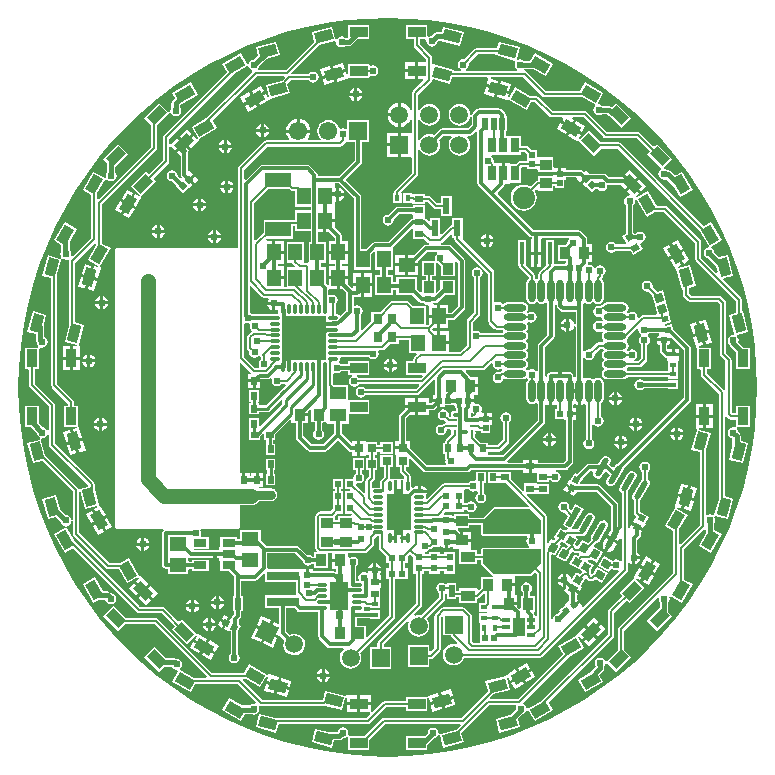
<source format=gtl>
G04 Layer_Physical_Order=1*
G04 Layer_Color=255*
%FSLAX25Y25*%
%MOIN*%
G70*
G01*
G75*
%ADD10R,0.02362X0.02362*%
%ADD11R,0.02362X0.02362*%
%ADD12R,0.04803X0.03583*%
%ADD13R,0.02441X0.02441*%
%ADD14R,0.02441X0.02441*%
%ADD15R,0.02559X0.02165*%
%ADD16R,0.02165X0.01772*%
%ADD17R,0.02047X0.02047*%
%ADD18R,0.10630X0.03150*%
%ADD19P,0.02895X4X105.0*%
%ADD20R,0.05709X0.04528*%
%ADD21R,0.02047X0.02047*%
%ADD22R,0.02165X0.02559*%
%ADD23R,0.02953X0.02362*%
%ADD24R,0.02362X0.05512*%
%ADD25R,0.01772X0.02165*%
%ADD26R,0.03543X0.03937*%
G04:AMPARAMS|DCode=27|XSize=21.65mil|YSize=17.72mil|CornerRadius=0mil|HoleSize=0mil|Usage=FLASHONLY|Rotation=15.000|XOffset=0mil|YOffset=0mil|HoleType=Round|Shape=Rectangle|*
%AMROTATEDRECTD27*
4,1,4,-0.00817,-0.01136,-0.01275,0.00575,0.00817,0.01136,0.01275,-0.00575,-0.00817,-0.01136,0.0*
%
%ADD27ROTATEDRECTD27*%

%ADD28P,0.04009X4X240.0*%
G04:AMPARAMS|DCode=29|XSize=25.59mil|YSize=21.65mil|CornerRadius=0mil|HoleSize=0mil|Usage=FLASHONLY|Rotation=210.000|XOffset=0mil|YOffset=0mil|HoleType=Round|Shape=Rectangle|*
%AMROTATEDRECTD29*
4,1,4,0.00567,0.01577,0.01649,-0.00298,-0.00567,-0.01577,-0.01649,0.00298,0.00567,0.01577,0.0*
%
%ADD29ROTATEDRECTD29*%

%ADD30P,0.02895X4X90.0*%
%ADD31R,0.03937X0.03543*%
%ADD32R,0.02756X0.05118*%
%ADD33P,0.02895X4X360.0*%
%ADD34P,0.02895X4X195.0*%
%ADD35P,0.02895X4X350.0*%
%ADD36P,0.03452X4X195.0*%
%ADD37P,0.03452X4X285.0*%
G04:AMPARAMS|DCode=38|XSize=70.87mil|YSize=19.92mil|CornerRadius=0mil|HoleSize=0mil|Usage=FLASHONLY|Rotation=60.000|XOffset=0mil|YOffset=0mil|HoleType=Round|Shape=Rectangle|*
%AMROTATEDRECTD38*
4,1,4,-0.00909,-0.03567,-0.02634,-0.02571,0.00909,0.03567,0.02634,0.02571,-0.00909,-0.03567,0.0*
%
%ADD38ROTATEDRECTD38*%

G04:AMPARAMS|DCode=39|XSize=70.87mil|YSize=19.92mil|CornerRadius=0mil|HoleSize=0mil|Usage=FLASHONLY|Rotation=60.000|XOffset=0mil|YOffset=0mil|HoleType=Round|Shape=Round|*
%AMOVALD39*
21,1,0.05095,0.01992,0.00000,0.00000,60.0*
1,1,0.01992,-0.01274,-0.02206*
1,1,0.01992,0.01274,0.02206*
%
%ADD39OVALD39*%

%ADD40R,0.02000X0.02000*%
%ADD41R,0.04331X0.02559*%
%ADD42R,0.02000X0.03900*%
%ADD43O,0.00984X0.01476*%
%ADD44O,0.01476X0.00984*%
%ADD45R,0.01575X0.07480*%
%ADD46R,0.03937X0.06299*%
%ADD47R,0.02756X0.01181*%
%ADD48R,0.02559X0.02953*%
%ADD49R,0.02953X0.02559*%
G04:AMPARAMS|DCode=50|XSize=29.53mil|YSize=25.59mil|CornerRadius=0mil|HoleSize=0mil|Usage=FLASHONLY|Rotation=240.000|XOffset=0mil|YOffset=0mil|HoleType=Round|Shape=Rectangle|*
%AMROTATEDRECTD50*
4,1,4,-0.00370,0.01918,0.01846,0.00639,0.00370,-0.01918,-0.01846,-0.00639,-0.00370,0.01918,0.0*
%
%ADD50ROTATEDRECTD50*%

G04:AMPARAMS|DCode=51|XSize=29.53mil|YSize=25.59mil|CornerRadius=0mil|HoleSize=0mil|Usage=FLASHONLY|Rotation=150.000|XOffset=0mil|YOffset=0mil|HoleType=Round|Shape=Rectangle|*
%AMROTATEDRECTD51*
4,1,4,0.01918,0.00370,0.00639,-0.01846,-0.01918,-0.00370,-0.00639,0.01846,0.01918,0.00370,0.0*
%
%ADD51ROTATEDRECTD51*%

%ADD52R,0.05512X0.04134*%
%ADD53O,0.03347X0.01102*%
%ADD54R,0.06496X0.09449*%
%ADD55R,0.01181X0.01181*%
%ADD56O,0.01102X0.03347*%
%ADD57R,0.01969X0.01969*%
%ADD58R,0.04528X0.05709*%
%ADD59R,0.02000X0.02500*%
%ADD60R,0.02500X0.02000*%
%ADD61O,0.02362X0.07677*%
%ADD62O,0.07677X0.02362*%
%ADD63R,0.02953X0.03543*%
%ADD64R,0.14567X0.14567*%
%ADD65O,0.01181X0.03347*%
%ADD66O,0.03347X0.01181*%
%ADD67R,0.03937X0.03937*%
%ADD68R,0.05906X0.03543*%
G04:AMPARAMS|DCode=69|XSize=59.06mil|YSize=35.43mil|CornerRadius=0mil|HoleSize=0mil|Usage=FLASHONLY|Rotation=345.008|XOffset=0mil|YOffset=0mil|HoleType=Round|Shape=Rectangle|*
%AMROTATEDRECTD69*
4,1,4,-0.03311,-0.00948,-0.02394,0.02475,0.03311,0.00948,0.02394,-0.02475,-0.03311,-0.00948,0.0*
%
%ADD69ROTATEDRECTD69*%

G04:AMPARAMS|DCode=70|XSize=59.06mil|YSize=35.43mil|CornerRadius=0mil|HoleSize=0mil|Usage=FLASHONLY|Rotation=330.022|XOffset=0mil|YOffset=0mil|HoleType=Round|Shape=Rectangle|*
%AMROTATEDRECTD70*
4,1,4,-0.03443,-0.00059,-0.01673,0.03010,0.03443,0.00059,0.01673,-0.03010,-0.03443,-0.00059,0.0*
%
%ADD70ROTATEDRECTD70*%

G04:AMPARAMS|DCode=71|XSize=59.06mil|YSize=35.43mil|CornerRadius=0mil|HoleSize=0mil|Usage=FLASHONLY|Rotation=315.011|XOffset=0mil|YOffset=0mil|HoleType=Round|Shape=Rectangle|*
%AMROTATEDRECTD71*
4,1,4,-0.03341,0.00835,-0.00836,0.03341,0.03341,-0.00835,0.00836,-0.03341,-0.03341,0.00835,0.0*
%
%ADD71ROTATEDRECTD71*%

G04:AMPARAMS|DCode=72|XSize=59.06mil|YSize=35.43mil|CornerRadius=0mil|HoleSize=0mil|Usage=FLASHONLY|Rotation=300.025|XOffset=0mil|YOffset=0mil|HoleType=Round|Shape=Rectangle|*
%AMROTATEDRECTD72*
4,1,4,-0.03011,0.01670,0.00056,0.03443,0.03011,-0.01670,-0.00056,-0.03443,-0.03011,0.01670,0.0*
%
%ADD72ROTATEDRECTD72*%

G04:AMPARAMS|DCode=73|XSize=59.06mil|YSize=35.43mil|CornerRadius=0mil|HoleSize=0mil|Usage=FLASHONLY|Rotation=285.013|XOffset=0mil|YOffset=0mil|HoleType=Round|Shape=Rectangle|*
%AMROTATEDRECTD73*
4,1,4,-0.02476,0.02393,0.00946,0.03311,0.02476,-0.02393,-0.00946,-0.03311,-0.02476,0.02393,0.0*
%
%ADD73ROTATEDRECTD73*%

G04:AMPARAMS|DCode=74|XSize=59.06mil|YSize=35.43mil|CornerRadius=0mil|HoleSize=0mil|Usage=FLASHONLY|Rotation=270.002|XOffset=0mil|YOffset=0mil|HoleType=Round|Shape=Rectangle|*
%AMROTATEDRECTD74*
4,1,4,-0.01772,0.02953,0.01772,0.02953,0.01772,-0.02953,-0.01772,-0.02953,-0.01772,0.02953,0.0*
%
%ADD74ROTATEDRECTD74*%

G04:AMPARAMS|DCode=75|XSize=59.06mil|YSize=35.43mil|CornerRadius=0mil|HoleSize=0mil|Usage=FLASHONLY|Rotation=255.016|XOffset=0mil|YOffset=0mil|HoleType=Round|Shape=Rectangle|*
%AMROTATEDRECTD75*
4,1,4,-0.00948,0.03310,0.02475,0.02394,0.00948,-0.03310,-0.02475,-0.02394,-0.00948,0.03310,0.0*
%
%ADD75ROTATEDRECTD75*%

G04:AMPARAMS|DCode=76|XSize=59.06mil|YSize=35.43mil|CornerRadius=0mil|HoleSize=0mil|Usage=FLASHONLY|Rotation=240.005|XOffset=0mil|YOffset=0mil|HoleType=Round|Shape=Rectangle|*
%AMROTATEDRECTD76*
4,1,4,-0.00058,0.03443,0.03011,0.01672,0.00058,-0.03443,-0.03011,-0.01672,-0.00058,0.03443,0.0*
%
%ADD76ROTATEDRECTD76*%

G04:AMPARAMS|DCode=77|XSize=59.06mil|YSize=35.43mil|CornerRadius=0mil|HoleSize=0mil|Usage=FLASHONLY|Rotation=225.019|XOffset=0mil|YOffset=0mil|HoleType=Round|Shape=Rectangle|*
%AMROTATEDRECTD77*
4,1,4,0.00834,0.03341,0.03340,0.00836,-0.00834,-0.03341,-0.03340,-0.00836,0.00834,0.03341,0.0*
%
%ADD77ROTATEDRECTD77*%

G04:AMPARAMS|DCode=78|XSize=59.06mil|YSize=35.43mil|CornerRadius=0mil|HoleSize=0mil|Usage=FLASHONLY|Rotation=210.007|XOffset=0mil|YOffset=0mil|HoleType=Round|Shape=Rectangle|*
%AMROTATEDRECTD78*
4,1,4,0.01671,0.03011,0.03443,-0.00058,-0.01671,-0.03011,-0.03443,0.00058,0.01671,0.03011,0.0*
%
%ADD78ROTATEDRECTD78*%

G04:AMPARAMS|DCode=79|XSize=59.06mil|YSize=35.43mil|CornerRadius=0mil|HoleSize=0mil|Usage=FLASHONLY|Rotation=195.021|XOffset=0mil|YOffset=0mil|HoleType=Round|Shape=Rectangle|*
%AMROTATEDRECTD79*
4,1,4,0.02393,0.02476,0.03311,-0.00946,-0.02393,-0.02476,-0.03311,0.00946,0.02393,0.02476,0.0*
%
%ADD79ROTATEDRECTD79*%

%ADD80R,0.08661X0.05118*%
%ADD81C,0.01200*%
%ADD82C,0.00800*%
%ADD83C,0.01000*%
%ADD84C,0.01500*%
%ADD85C,0.03000*%
%ADD86C,0.05000*%
%ADD87R,0.01102X0.02756*%
%ADD88C,0.07400*%
%ADD89C,0.05984*%
%ADD90P,0.08463X4X380.0*%
%ADD91R,0.05984X0.05984*%
%ADD92R,0.05984X0.05984*%
%ADD93R,0.06102X0.06102*%
%ADD94C,0.06102*%
%ADD95C,0.02400*%
%ADD96C,0.01969*%
G36*
X6901Y122886D02*
X13781Y122306D01*
X20617Y121341D01*
X27388Y119994D01*
X34073Y118270D01*
X40651Y116173D01*
X47101Y113711D01*
X53402Y110891D01*
X59536Y107722D01*
X65482Y104215D01*
X71223Y100379D01*
X76739Y96228D01*
X82014Y91774D01*
X87031Y87031D01*
X91774Y82014D01*
X96228Y76739D01*
X100379Y71223D01*
X104215Y65482D01*
X107722Y59536D01*
X110891Y53402D01*
X113711Y47101D01*
X116173Y40651D01*
X118270Y34073D01*
X119994Y27388D01*
X121341Y20617D01*
X122306Y13781D01*
X122886Y6901D01*
X123080Y0D01*
X122886Y-6901D01*
X122306Y-13781D01*
X121341Y-20617D01*
X119994Y-27388D01*
X118270Y-34073D01*
X116173Y-40651D01*
X113711Y-47101D01*
X110891Y-53402D01*
X107722Y-59536D01*
X104215Y-65482D01*
X100379Y-71223D01*
X96228Y-76739D01*
X91774Y-82014D01*
X87031Y-87031D01*
X82014Y-91774D01*
X76739Y-96228D01*
X71223Y-100379D01*
X65482Y-104215D01*
X59536Y-107722D01*
X53402Y-110891D01*
X47101Y-113711D01*
X40651Y-116173D01*
X34073Y-118270D01*
X27388Y-119994D01*
X20617Y-121341D01*
X13781Y-122306D01*
X6901Y-122886D01*
X0Y-123080D01*
X-6901Y-122886D01*
X-13781Y-122306D01*
X-20617Y-121341D01*
X-27388Y-119994D01*
X-34073Y-118270D01*
X-40651Y-116173D01*
X-47101Y-113711D01*
X-53402Y-110891D01*
X-59536Y-107722D01*
X-65482Y-104215D01*
X-71223Y-100379D01*
X-76739Y-96228D01*
X-82014Y-91774D01*
X-87031Y-87031D01*
X-91774Y-82014D01*
X-96228Y-76739D01*
X-100379Y-71223D01*
X-104215Y-65482D01*
X-107722Y-59536D01*
X-110891Y-53402D01*
X-113711Y-47101D01*
X-116173Y-40651D01*
X-118270Y-34073D01*
X-119994Y-27388D01*
X-121341Y-20617D01*
X-122306Y-13781D01*
X-122886Y-6901D01*
X-123080Y0D01*
X-122886Y6901D01*
X-122306Y13781D01*
X-121341Y20617D01*
X-119994Y27388D01*
X-118270Y34073D01*
X-116173Y40651D01*
X-113711Y47101D01*
X-110891Y53402D01*
X-107722Y59536D01*
X-104215Y65482D01*
X-100379Y71223D01*
X-96228Y76739D01*
X-91774Y82014D01*
X-87031Y87031D01*
X-82014Y91774D01*
X-76739Y96228D01*
X-71223Y100379D01*
X-65482Y104215D01*
X-59536Y107722D01*
X-53402Y110891D01*
X-47101Y113711D01*
X-40651Y116173D01*
X-34073Y118270D01*
X-27388Y119994D01*
X-20617Y121341D01*
X-13781Y122306D01*
X-6901Y122886D01*
X0Y123080D01*
X6901Y122886D01*
D02*
G37*
%LPC*%
G36*
X96019Y43715D02*
X94052Y42578D01*
X95770Y39606D01*
D01*
D01*
X95770Y39606D01*
X95770Y39606D01*
D01*
X95771Y39606D01*
X95771Y39606D01*
X95771Y39605D01*
X95772Y39603D01*
X95780Y39589D01*
X95780Y39589D01*
X96161Y39350D01*
X96161Y39350D01*
X96178Y39340D01*
X96259Y39288D01*
X98057Y32588D01*
X98057D01*
X98407Y32319D01*
Y30860D01*
X98485Y30470D01*
X98706Y30139D01*
X99998Y28848D01*
X100328Y28626D01*
X100718Y28549D01*
X109896D01*
X110649Y27796D01*
Y11068D01*
X110726Y10678D01*
X110948Y10347D01*
X112583Y8712D01*
Y-920D01*
X112083Y-1071D01*
X112021Y-979D01*
X106523Y4519D01*
Y6093D01*
X107875Y6093D01*
X107875Y13198D01*
X103706Y13198D01*
X103640Y13698D01*
X104965Y14053D01*
X104071Y17388D01*
X101877Y16800D01*
X102760Y13507D01*
X102771Y13465D01*
X102771Y13465D01*
X103132Y13044D01*
X103132Y6093D01*
X104130Y6093D01*
X104484Y5739D01*
Y4096D01*
X104561Y3706D01*
X104782Y3376D01*
X110280Y-2122D01*
Y-37167D01*
X108860Y-42476D01*
X108292Y-42698D01*
X108002Y-42504D01*
X107300Y-42365D01*
X106620Y-42500D01*
X106531Y-42507D01*
X106120Y-42247D01*
Y-20808D01*
X107628Y-15172D01*
X103619Y-14099D01*
X103685Y-13599D01*
X105004Y-13599D01*
X105004Y-10146D01*
X102733Y-10146D01*
X102733Y-13595D01*
X102733Y-13599D01*
X102733Y-13599D01*
X103005Y-14099D01*
X101209Y-20809D01*
X104080Y-21578D01*
Y-45878D01*
X97678Y-52280D01*
X97216Y-52089D01*
Y-47376D01*
X100026Y-42507D01*
X96432Y-40433D01*
X96625Y-39967D01*
X97926Y-40315D01*
X98819Y-36980D01*
X96624Y-36392D01*
X95742Y-39689D01*
X95732Y-39728D01*
X95732Y-39728D01*
X95839Y-40274D01*
X92366Y-46290D01*
X95177Y-47912D01*
Y-61882D01*
X77079Y-79979D01*
X76858Y-80310D01*
X76780Y-80700D01*
Y-87452D01*
X72994Y-91241D01*
X72870Y-91255D01*
X72405Y-91163D01*
X72098Y-90702D01*
X71502Y-90304D01*
X70800Y-90165D01*
X70098Y-90304D01*
X69502Y-90702D01*
X69104Y-91298D01*
X68965Y-92000D01*
X69104Y-92702D01*
X69363Y-93090D01*
X67115Y-95339D01*
X63339Y-97519D01*
X65711Y-101627D01*
X71864Y-98073D01*
X70549Y-95797D01*
X71773Y-94573D01*
X71773Y-94573D01*
X71952Y-94305D01*
X72072Y-94127D01*
X72176Y-93600D01*
Y-93180D01*
X72496Y-92702D01*
X72635Y-92000D01*
X73097Y-91756D01*
X76143Y-94800D01*
X81165Y-89774D01*
X78820Y-87430D01*
Y-81122D01*
X89982Y-69959D01*
X90443Y-70206D01*
X90365Y-70600D01*
X90504Y-71302D01*
X90824Y-71780D01*
Y-73400D01*
X86424Y-77802D01*
X89779Y-81155D01*
X94802Y-76129D01*
X93577Y-74904D01*
Y-71780D01*
X93896Y-71302D01*
X94035Y-70600D01*
X93924Y-70042D01*
X94274Y-69721D01*
X94309Y-69705D01*
D01*
X94309Y-69705D01*
X94735Y-69932D01*
X98082Y-71864D01*
X101634Y-65710D01*
X98823Y-64088D01*
Y-54018D01*
X105572Y-47270D01*
X106072Y-47477D01*
Y-48534D01*
X103618Y-52785D01*
X107726Y-55156D01*
X111278Y-49003D01*
X108825Y-47586D01*
Y-45158D01*
X108996Y-44902D01*
X109135Y-44200D01*
X108996Y-43498D01*
X108901Y-43356D01*
X109212Y-42922D01*
X113354Y-44030D01*
X115191Y-37166D01*
X112320Y-36398D01*
Y-9646D01*
X112820Y-9494D01*
X112881Y-9586D01*
X113748Y-10452D01*
X114078Y-10673D01*
X114469Y-10751D01*
X116125D01*
X116125Y-12798D01*
Y-12798D01*
Y-12810D01*
Y-12936D01*
Y-12998D01*
X116125Y-13013D01*
Y-13018D01*
X116125Y-13018D01*
X115849Y-13273D01*
X115849Y-13273D01*
X115366Y-13318D01*
X115100Y-13265D01*
X114398Y-13404D01*
X113802Y-13802D01*
X113405Y-14398D01*
X113265Y-15100D01*
X113405Y-15802D01*
X113802Y-16398D01*
X114398Y-16795D01*
X114924Y-16900D01*
Y-19819D01*
X113759Y-24168D01*
X118342Y-25395D01*
X120179Y-18531D01*
X117676Y-17861D01*
Y-16300D01*
X117676Y-16300D01*
X117676Y-16300D01*
Y-16300D01*
X117648Y-16158D01*
X117572Y-15773D01*
X117572Y-15773D01*
X117572Y-15773D01*
X117384Y-15493D01*
X117273Y-15327D01*
X117273Y-15327D01*
X117273Y-15327D01*
X117273Y-15327D01*
X116908Y-14961D01*
X116796Y-14398D01*
X116512Y-13974D01*
X116280Y-13574D01*
X116281Y-13572D01*
X116345Y-13359D01*
X116345Y-13359D01*
X116368Y-13284D01*
X116375Y-13261D01*
X116379Y-13247D01*
X116383Y-13234D01*
X116394Y-13198D01*
X116395Y-13198D01*
X116396D01*
X116418D01*
X116550Y-13198D01*
X116553D01*
X116553D01*
X120868Y-13198D01*
X120868Y-6093D01*
X116125Y-6093D01*
X116125Y-8358D01*
X115771Y-8712D01*
X114891D01*
X114622Y-8443D01*
Y9135D01*
X114544Y9525D01*
X114323Y9856D01*
X112688Y11491D01*
Y28218D01*
X112610Y28609D01*
X112390Y28940D01*
X111039Y30290D01*
X110709Y30511D01*
X110319Y30588D01*
X101141D01*
X100446Y31282D01*
Y33229D01*
X102638Y33816D01*
X100797Y40679D01*
X96821Y39613D01*
X96628Y40079D01*
X97747Y40726D01*
X96019Y43715D01*
D02*
G37*
G36*
X84069Y2664D02*
X83366Y2524D01*
X82771Y2126D01*
X82373Y1531D01*
X82233Y828D01*
X82373Y126D01*
X82771Y-469D01*
X83366Y-867D01*
X84069Y-1007D01*
X84771Y-867D01*
X85366Y-469D01*
X85416Y-395D01*
X93417D01*
Y-658D01*
X96783D01*
Y2314D01*
X93417D01*
Y2052D01*
X85416D01*
X85366Y2126D01*
X84771Y2524D01*
X84069Y2664D01*
D02*
G37*
G36*
X78044Y-4200D02*
X76400D01*
Y-5844D01*
X76758Y-5772D01*
X77486Y-5286D01*
X77972Y-4558D01*
X78044Y-4200D01*
D02*
G37*
G36*
X75400Y-1556D02*
X75042Y-1628D01*
X74314Y-2114D01*
X73828Y-2842D01*
X73756Y-3200D01*
X75400D01*
Y-1556D01*
D02*
G37*
G36*
X76400D02*
Y-3200D01*
X78044D01*
X77972Y-2842D01*
X77486Y-2114D01*
X76758Y-1628D01*
X76400Y-1556D01*
D02*
G37*
G36*
X-54605Y-75848D02*
X-55366Y-77168D01*
X-54047Y-77930D01*
X-53285Y-76610D01*
X-54605Y-75848D01*
D02*
G37*
G36*
X-106007Y9148D02*
X-108278Y9147D01*
X-108277Y5694D01*
X-106006Y5695D01*
X-106007Y9148D01*
D02*
G37*
G36*
X-102735Y9149D02*
X-105007Y9148D01*
X-105006Y5695D01*
X-102734Y5696D01*
X-102735Y9149D01*
D02*
G37*
G36*
X-55866Y-78034D02*
X-56628Y-79353D01*
X-55309Y-80115D01*
X-54547Y-78796D01*
X-55866Y-78034D01*
D02*
G37*
G36*
X-59000Y-76956D02*
Y-78600D01*
X-57356D01*
X-57428Y-78242D01*
X-57914Y-77514D01*
X-58642Y-77028D01*
X-59000Y-76956D01*
D02*
G37*
G36*
X-60000D02*
X-60358Y-77028D01*
X-61086Y-77514D01*
X-61572Y-78242D01*
X-61644Y-78600D01*
X-60000D01*
Y-76956D01*
D02*
G37*
G36*
X75400Y-4200D02*
X73756D01*
X73828Y-4558D01*
X74314Y-5286D01*
X75042Y-5772D01*
X75400Y-5844D01*
Y-4200D01*
D02*
G37*
G36*
X82200Y-10156D02*
X81842Y-10228D01*
X81114Y-10714D01*
X80628Y-11442D01*
X80556Y-11800D01*
X82200D01*
Y-10156D01*
D02*
G37*
G36*
X83200D02*
Y-11800D01*
X84844D01*
X84772Y-11442D01*
X84286Y-10714D01*
X83558Y-10228D01*
X83200Y-10156D01*
D02*
G37*
G36*
X-95300D02*
Y-11800D01*
X-93656D01*
X-93728Y-11442D01*
X-94214Y-10714D01*
X-94942Y-10228D01*
X-95300Y-10156D01*
D02*
G37*
G36*
X108276Y-10146D02*
X106004Y-10146D01*
X106004Y-13599D01*
X108276Y-13599D01*
X108276Y-10146D01*
D02*
G37*
G36*
X-96300Y-10156D02*
X-96658Y-10228D01*
X-97386Y-10714D01*
X-97872Y-11442D01*
X-97944Y-11800D01*
X-96300D01*
Y-10156D01*
D02*
G37*
G36*
X-54656Y-72200D02*
X-56300D01*
Y-73844D01*
X-55942Y-73772D01*
X-55214Y-73286D01*
X-54728Y-72558D01*
X-54656Y-72200D01*
D02*
G37*
G36*
X-62956Y-73400D02*
X-64600D01*
Y-75044D01*
X-64242Y-74972D01*
X-63514Y-74486D01*
X-63028Y-73758D01*
X-62956Y-73400D01*
D02*
G37*
G36*
X-65600D02*
X-67244D01*
X-67172Y-73758D01*
X-66686Y-74486D01*
X-65958Y-74972D01*
X-65600Y-75044D01*
Y-73400D01*
D02*
G37*
G36*
X108276Y-5693D02*
X106004Y-5693D01*
X106004Y-9146D01*
X108276Y-9146D01*
X108276Y-5693D01*
D02*
G37*
G36*
X-57300Y-72200D02*
X-58944D01*
X-58872Y-72558D01*
X-58386Y-73286D01*
X-57658Y-73772D01*
X-57300Y-73844D01*
Y-72200D01*
D02*
G37*
G36*
X105004Y-5693D02*
X102732Y-5693D01*
X102733Y-9146D01*
X105004Y-9146D01*
X105004Y-5693D01*
D02*
G37*
G36*
X67787Y-82134D02*
X65346Y-84576D01*
X66953Y-86182D01*
X69394Y-83740D01*
X67787Y-82134D01*
D02*
G37*
G36*
X106077Y22537D02*
X103883Y21948D01*
X104778Y18613D01*
X106972Y19202D01*
X106077Y22537D01*
D02*
G37*
G36*
X102917Y21689D02*
X100723Y21101D01*
X101618Y17766D01*
X103812Y18354D01*
X102917Y21689D01*
D02*
G37*
G36*
X107231Y18236D02*
X105037Y17647D01*
X105931Y14312D01*
X108125Y14901D01*
X107231Y18236D01*
D02*
G37*
G36*
X-44029Y-80266D02*
X-45505Y-83431D01*
X-42340Y-84907D01*
X-40865Y-81742D01*
X-44029Y-80266D01*
D02*
G37*
G36*
X-39958Y-82165D02*
X-41434Y-85329D01*
X-38269Y-86805D01*
X-36793Y-83640D01*
X-39958Y-82165D01*
D02*
G37*
G36*
X-95900Y27700D02*
X-97544D01*
X-97472Y27342D01*
X-96986Y26614D01*
X-96258Y26128D01*
X-95900Y26056D01*
Y27700D01*
D02*
G37*
G36*
X-93256D02*
X-94900D01*
Y26056D01*
X-94542Y26128D01*
X-93814Y26614D01*
X-93328Y27342D01*
X-93256Y27700D01*
D02*
G37*
G36*
X-60925Y-87230D02*
X-62060Y-89198D01*
X-59069Y-90924D01*
X-57934Y-88956D01*
X-60925Y-87230D01*
D02*
G37*
G36*
X-59289Y-84397D02*
X-60425Y-86364D01*
X-57434Y-88090D01*
X-56299Y-86122D01*
X-59289Y-84397D01*
D02*
G37*
G36*
X-64781Y-85005D02*
X-65917Y-86972D01*
X-62926Y-88698D01*
X-61791Y-86730D01*
X-64781Y-85005D01*
D02*
G37*
G36*
X-118326Y25409D02*
X-120164Y18545D01*
X-117176Y17745D01*
Y15600D01*
X-117072Y15073D01*
X-117032Y15014D01*
X-117035Y15000D01*
X-116895Y14298D01*
X-116498Y13702D01*
X-116490Y13697D01*
X-116641Y13197D01*
X-120872Y13196D01*
X-120870Y6090D01*
X-119872Y6090D01*
X-119519Y5737D01*
Y769D01*
X-119441Y378D01*
X-119220Y48D01*
X-112951Y-6221D01*
Y-14244D01*
X-113165Y-14317D01*
X-113451Y-14328D01*
X-113802Y-13802D01*
X-114398Y-13404D01*
X-114961Y-13292D01*
X-116121Y-12133D01*
X-116123Y-6094D01*
X-120866Y-6096D01*
X-120864Y-13201D01*
X-118946Y-13201D01*
X-116908Y-15239D01*
X-116796Y-15802D01*
X-116398Y-16398D01*
X-115829Y-16778D01*
X-115802Y-16795D01*
X-115802D01*
X-115802Y-16795D01*
X-115799Y-16802D01*
X-115776Y-16851D01*
X-116024Y-17425D01*
X-116049Y-17432D01*
D01*
X-116049D01*
X-120166Y-18535D01*
X-118326Y-25398D01*
X-115192Y-24558D01*
X-105020Y-34730D01*
Y-44074D01*
X-105520Y-44124D01*
X-105604Y-43698D01*
X-106002Y-43102D01*
X-106598Y-42704D01*
X-107300Y-42565D01*
X-107414Y-42587D01*
X-109320Y-40681D01*
X-110590Y-35941D01*
X-115172Y-37169D01*
X-113332Y-44032D01*
X-110596Y-43298D01*
X-109046Y-44848D01*
X-108995Y-45102D01*
X-108598Y-45698D01*
X-108002Y-46095D01*
X-107431Y-46209D01*
X-107336Y-46536D01*
X-107329Y-46562D01*
X-107317Y-46602D01*
X-107314Y-46613D01*
X-107301Y-46657D01*
X-107300Y-46661D01*
X-107294Y-46681D01*
X-107294Y-46688D01*
X-107294Y-46691D01*
X-107294Y-46692D01*
X-107294Y-46697D01*
X-107294Y-46700D01*
X-107303Y-46712D01*
X-107570Y-46867D01*
D01*
Y-46867D01*
X-111275Y-49007D01*
X-107721Y-55160D01*
X-104971Y-53571D01*
X-83621Y-74921D01*
X-83290Y-75142D01*
X-82900Y-75220D01*
X-75427D01*
X-71015Y-79632D01*
X-71971Y-80588D01*
X-66947Y-85612D01*
X-64020Y-82685D01*
X-63620Y-82992D01*
X-64281Y-84139D01*
X-61291Y-85864D01*
X-60155Y-83897D01*
X-63124Y-82184D01*
Y-82184D01*
D01*
X-63124Y-82184D01*
X-63146Y-82171D01*
X-63146D01*
X-63584Y-82150D01*
X-63590Y-82149D01*
X-63707Y-82144D01*
X-68617Y-77234D01*
X-69323Y-77940D01*
X-69823Y-77940D01*
X-74284Y-73479D01*
X-74615Y-73258D01*
X-75005Y-73180D01*
X-82478D01*
X-104631Y-51027D01*
X-106931Y-47045D01*
X-106948Y-47016D01*
X-106948Y-47016D01*
X-106950Y-47012D01*
X-107056Y-46829D01*
X-107066Y-46812D01*
X-107071Y-46804D01*
X-107071Y-46804D01*
X-107110Y-46736D01*
X-107125Y-46710D01*
X-107117Y-46675D01*
X-107103Y-46613D01*
X-107096Y-46579D01*
X-107093Y-46567D01*
X-107087Y-46541D01*
X-107006Y-46177D01*
X-106598Y-46095D01*
X-106002Y-45698D01*
X-105604Y-45102D01*
X-105520Y-44676D01*
X-105020Y-44725D01*
Y-48763D01*
X-104942Y-49153D01*
X-104721Y-49484D01*
X-93984Y-60221D01*
X-93653Y-60442D01*
X-93263Y-60520D01*
X-89621D01*
X-86821Y-65365D01*
X-83228Y-63289D01*
X-82921Y-63689D01*
X-83865Y-64634D01*
X-81423Y-67075D01*
X-79817Y-65469D01*
X-81912Y-63374D01*
X-82241Y-63045D01*
X-82241Y-63044D01*
X-82242Y-63044D01*
X-82244Y-63042D01*
X-82259Y-63027D01*
X-82259D01*
X-82633Y-62907D01*
X-82683Y-62891D01*
X-82684Y-62890D01*
X-82714Y-62881D01*
X-82794Y-62855D01*
X-86269Y-56840D01*
X-89108Y-58480D01*
X-92841D01*
X-102980Y-48341D01*
Y-34402D01*
X-102480Y-34336D01*
X-100783Y-40668D01*
X-96785Y-39597D01*
X-96592Y-40063D01*
X-97739Y-40726D01*
X-96012Y-43715D01*
X-94045Y-42579D01*
X-95758Y-39613D01*
X-95772Y-39589D01*
X-95772Y-39589D01*
X-96244Y-39284D01*
X-97680Y-33923D01*
Y-32324D01*
X-97758Y-31934D01*
X-97979Y-31603D01*
X-110912Y-18670D01*
Y-5799D01*
X-110989Y-5409D01*
X-111211Y-5078D01*
X-117480Y1191D01*
Y6091D01*
X-116126Y6092D01*
X-116128Y12878D01*
X-116109Y12914D01*
X-115652Y13255D01*
X-115200Y13165D01*
X-114498Y13305D01*
X-113902Y13702D01*
X-113504Y14298D01*
X-113365Y15000D01*
X-113504Y15702D01*
X-113902Y16298D01*
X-114424Y16646D01*
Y20209D01*
X-114424Y20209D01*
X-114424Y20209D01*
X-114479Y20489D01*
X-114528Y20736D01*
X-114528Y20736D01*
X-114528Y20736D01*
X-114627Y20884D01*
X-113744Y24182D01*
X-118326Y25409D01*
D02*
G37*
G36*
X-42131Y-76195D02*
X-43607Y-79360D01*
X-40442Y-80835D01*
X-38966Y-77671D01*
X-42131Y-76195D01*
D02*
G37*
G36*
X-57356Y-79600D02*
X-59000D01*
Y-81244D01*
X-58642Y-81172D01*
X-57914Y-80686D01*
X-57428Y-79958D01*
X-57356Y-79600D01*
D02*
G37*
G36*
X-97456Y8300D02*
X-99100D01*
Y6656D01*
X-98742Y6728D01*
X-98014Y7214D01*
X-97528Y7942D01*
X-97456Y8300D01*
D02*
G37*
G36*
X68620Y-76672D02*
X66180Y-79114D01*
X67787Y-80720D01*
X70227Y-78277D01*
X68620Y-76672D01*
D02*
G37*
G36*
X-100100Y8300D02*
X-101744D01*
X-101672Y7942D01*
X-101186Y7214D01*
X-100458Y6728D01*
X-100100Y6656D01*
Y8300D01*
D02*
G37*
G36*
X-60000Y-79600D02*
X-61644D01*
X-61572Y-79958D01*
X-61086Y-80686D01*
X-60358Y-81172D01*
X-60000Y-81244D01*
Y-79600D01*
D02*
G37*
G36*
X-106008Y13600D02*
X-108280Y13600D01*
X-108279Y10147D01*
X-106007Y10148D01*
X-106008Y13600D01*
D02*
G37*
G36*
X97183Y12857D02*
X95600D01*
Y11472D01*
X97183D01*
Y12857D01*
D02*
G37*
G36*
X70934Y-78984D02*
X68494Y-81427D01*
X70101Y-83032D01*
X72541Y-80590D01*
X70934Y-78984D01*
D02*
G37*
G36*
X-100100Y10944D02*
X-100458Y10872D01*
X-101186Y10386D01*
X-101672Y9658D01*
X-101744Y9300D01*
X-100100D01*
Y10944D01*
D02*
G37*
G36*
X-99100D02*
Y9300D01*
X-97456D01*
X-97528Y9658D01*
X-98014Y10386D01*
X-98742Y10872D01*
X-99100Y10944D01*
D02*
G37*
G36*
X84844Y-12800D02*
X83200D01*
Y-14444D01*
X83558Y-14372D01*
X84286Y-13886D01*
X84772Y-13158D01*
X84844Y-12800D01*
D02*
G37*
G36*
X-57300Y-69556D02*
X-57658Y-69628D01*
X-58386Y-70114D01*
X-58872Y-70842D01*
X-58944Y-71200D01*
X-57300D01*
Y-69556D01*
D02*
G37*
G36*
X-93545Y-43445D02*
X-95512Y-44581D01*
X-93785Y-47571D01*
X-91818Y-46435D01*
X-93545Y-43445D01*
D02*
G37*
G36*
X-96378Y-45081D02*
X-98345Y-46218D01*
X-96618Y-49207D01*
X-94651Y-48071D01*
X-96378Y-45081D01*
D02*
G37*
G36*
X-81100Y-50156D02*
Y-51800D01*
X-79456D01*
X-79528Y-51442D01*
X-80014Y-50714D01*
X-80742Y-50228D01*
X-81100Y-50156D01*
D02*
G37*
G36*
X-56300Y-69556D02*
Y-71200D01*
X-54656D01*
X-54728Y-70842D01*
X-55214Y-70114D01*
X-55942Y-69628D01*
X-56300Y-69556D01*
D02*
G37*
G36*
X85700Y-24865D02*
X84998Y-25004D01*
X84402Y-25402D01*
X84004Y-25998D01*
X83865Y-26700D01*
X84004Y-27402D01*
X84402Y-27998D01*
X84680Y-28184D01*
Y-30724D01*
X84282Y-31178D01*
X81735Y-35590D01*
X81531Y-36191D01*
X81572Y-36825D01*
X81853Y-37394D01*
X81980Y-37506D01*
Y-41949D01*
X82058Y-42339D01*
X82279Y-42670D01*
X82750Y-43141D01*
X82717Y-43266D01*
X82472Y-43699D01*
X82472Y-43699D01*
X81710Y-45019D01*
X83463Y-46031D01*
X85215Y-47043D01*
X85977Y-45723D01*
X85630Y-45523D01*
X87005Y-43142D01*
X84193Y-41518D01*
Y-41518D01*
X84020Y-41069D01*
Y-37752D01*
X84135Y-37695D01*
X84554Y-37217D01*
X87101Y-32805D01*
X87305Y-32204D01*
X87264Y-31571D01*
X86983Y-31001D01*
X86720Y-30770D01*
Y-28184D01*
X86998Y-27998D01*
X87396Y-27402D01*
X87535Y-26700D01*
X87396Y-25998D01*
X86998Y-25402D01*
X86402Y-25004D01*
X85700Y-24865D01*
D02*
G37*
G36*
X97776Y-32091D02*
X96883Y-35426D01*
X99077Y-36014D01*
X99970Y-32678D01*
X97776Y-32091D01*
D02*
G37*
G36*
X59310Y-32985D02*
X58548Y-34305D01*
X59868Y-35066D01*
X60630Y-33747D01*
X59310Y-32985D01*
D02*
G37*
G36*
X100936Y-32937D02*
X100043Y-36272D01*
X102238Y-36860D01*
X103130Y-33524D01*
X100936Y-32937D01*
D02*
G37*
G36*
X-98605Y-41226D02*
X-100572Y-42362D01*
X-98845Y-45352D01*
X-96878Y-44216D01*
X-98605Y-41226D01*
D02*
G37*
G36*
X99785Y-37238D02*
X98892Y-40573D01*
X101086Y-41161D01*
X101979Y-37826D01*
X99785Y-37238D01*
D02*
G37*
G36*
X-82100Y-50156D02*
X-82458Y-50228D01*
X-83186Y-50714D01*
X-83672Y-51442D01*
X-83744Y-51800D01*
X-82100D01*
Y-50156D01*
D02*
G37*
G36*
X84112Y-57332D02*
X82468D01*
Y-58975D01*
X82827Y-58904D01*
X83555Y-58418D01*
X84041Y-57690D01*
X84112Y-57332D01*
D02*
G37*
G36*
X86735Y-61789D02*
X85009Y-64780D01*
X86976Y-65915D01*
X88702Y-62925D01*
X86735Y-61789D01*
D02*
G37*
G36*
X83901Y-60154D02*
X82189Y-63120D01*
X82189D01*
X82189Y-63120D01*
X82189Y-63121D01*
X82175Y-63144D01*
Y-63144D01*
X82152Y-63581D01*
X82152Y-63587D01*
X82145Y-63704D01*
X77235Y-68618D01*
X77940Y-69323D01*
X77940Y-69823D01*
X73779Y-73984D01*
X73558Y-74314D01*
X73480Y-74705D01*
Y-82339D01*
X51413Y-104406D01*
X46938Y-106991D01*
X46938D01*
X46891Y-107018D01*
X46891D01*
X46586Y-107004D01*
X46218Y-106709D01*
X46196Y-106598D01*
X45798Y-106002D01*
X45202Y-105604D01*
X45085Y-105581D01*
X44939Y-105103D01*
X60284Y-89758D01*
X65367Y-86823D01*
X63292Y-83230D01*
X63692Y-82923D01*
X64639Y-83869D01*
X67080Y-81427D01*
X65473Y-79821D01*
X63383Y-81912D01*
X63054Y-82241D01*
X63054D01*
X63054Y-82241D01*
X63054Y-82241D01*
X63054Y-82242D01*
X63051Y-82245D01*
X63032Y-82264D01*
Y-82264D01*
X62914Y-82619D01*
X62894Y-82681D01*
X62894Y-82682D01*
X62884Y-82710D01*
X62856Y-82795D01*
X56841Y-86269D01*
X58323Y-88835D01*
X43278Y-103880D01*
X34257D01*
X34066Y-103419D01*
X35247Y-102237D01*
X40678Y-100779D01*
X39614Y-96812D01*
X40080Y-96619D01*
X40725Y-97737D01*
X43715Y-96011D01*
X42579Y-94043D01*
X39617Y-95754D01*
X39589Y-95770D01*
X39589Y-95770D01*
X39285Y-96242D01*
X32586Y-98040D01*
X33427Y-101173D01*
X24520Y-110080D01*
X-1200D01*
X-1590Y-110158D01*
X-1921Y-110379D01*
X-7668Y-116126D01*
X-12878Y-116127D01*
X-12912Y-116109D01*
X-13254Y-115650D01*
X-13165Y-115200D01*
X-13304Y-114498D01*
X-13702Y-113902D01*
X-14298Y-113504D01*
X-15000Y-113365D01*
X-15702Y-113504D01*
X-16298Y-113902D01*
X-16695Y-114498D01*
X-16780Y-114924D01*
X-19753D01*
X-24168Y-113743D01*
X-25393Y-118325D01*
X-18529Y-120161D01*
X-17865Y-117676D01*
X-16100D01*
X-15573Y-117572D01*
X-15127Y-117273D01*
X-14861Y-117008D01*
X-14298Y-116895D01*
X-13702Y-116498D01*
X-13698Y-116491D01*
X-13198Y-116643D01*
X-13197Y-120870D01*
X-6091Y-120869D01*
X-6092Y-117434D01*
X-778Y-112120D01*
X24110D01*
X24302Y-112582D01*
X22753Y-114130D01*
X17750Y-115473D01*
X17750D01*
X17746Y-115474D01*
X17505Y-115539D01*
X17427Y-115559D01*
X17391Y-115569D01*
X17379Y-115562D01*
X17369Y-115556D01*
X17345Y-115542D01*
X17312Y-115522D01*
X17300Y-115515D01*
X16924Y-115244D01*
X16834Y-114790D01*
X16796Y-114598D01*
X16398Y-114002D01*
X15802Y-113604D01*
X15100Y-113465D01*
X14398Y-113604D01*
X13802Y-114002D01*
X13404Y-114598D01*
X13292Y-115161D01*
X12331Y-116122D01*
X6094Y-116123D01*
X6094Y-120867D01*
X13200Y-120865D01*
X13200Y-119147D01*
X15239Y-117108D01*
X15802Y-116996D01*
X16398Y-116598D01*
X16796Y-116002D01*
X16846Y-115747D01*
X16848Y-115747D01*
X16876Y-115746D01*
X16876D01*
X16893Y-115745D01*
X17194Y-115735D01*
X17247Y-115734D01*
X17318Y-115731D01*
X17359Y-115730D01*
X17366Y-115752D01*
X17443Y-116042D01*
X17443Y-116042D01*
Y-116042D01*
X18551Y-120169D01*
X25414Y-118328D01*
X24573Y-115194D01*
X33847Y-105920D01*
X42656D01*
X42923Y-106420D01*
X42804Y-106598D01*
X42665Y-107300D01*
X42672Y-107339D01*
X40695Y-109316D01*
X35954Y-110588D01*
X37183Y-115169D01*
X44046Y-113328D01*
X43312Y-110592D01*
X44836Y-109069D01*
X45202Y-108996D01*
X45798Y-108598D01*
X46196Y-108002D01*
X46222Y-107869D01*
X46550Y-107517D01*
X46843Y-107531D01*
X46843Y-107531D01*
Y-107531D01*
X49005Y-111275D01*
X55159Y-107721D01*
X53630Y-105074D01*
X75221Y-83483D01*
X75442Y-83152D01*
X75520Y-82762D01*
Y-75127D01*
X79632Y-71014D01*
X80590Y-71971D01*
X85612Y-66945D01*
X82676Y-64010D01*
X82982Y-63610D01*
X84143Y-64280D01*
X85869Y-61289D01*
X83901Y-60154D01*
D02*
G37*
G36*
X86127Y-56297D02*
X84401Y-59288D01*
X86369Y-60423D01*
X88095Y-57433D01*
X86127Y-56297D01*
D02*
G37*
G36*
X88961Y-57933D02*
X87235Y-60923D01*
X89202Y-62059D01*
X90928Y-59069D01*
X88961Y-57933D01*
D02*
G37*
G36*
X75073Y-51383D02*
X73082Y-54832D01*
X73351Y-54924D01*
X74143Y-54872D01*
X74856Y-54521D01*
X75379Y-53924D01*
X76403Y-52151D01*
X75073Y-51383D01*
D02*
G37*
G36*
X-84572Y-65341D02*
X-86178Y-66947D01*
X-83737Y-69389D01*
X-82130Y-67782D01*
X-84572Y-65341D01*
D02*
G37*
G36*
X-79110Y-66176D02*
X-80716Y-67782D01*
X-78275Y-70224D01*
X-76669Y-68617D01*
X-79110Y-66176D01*
D02*
G37*
G36*
X72878Y-50115D02*
X71854Y-51888D01*
X71599Y-52640D01*
X71651Y-53433D01*
X72002Y-54145D01*
X72216Y-54332D01*
X74207Y-50883D01*
X72878Y-50115D01*
D02*
G37*
G36*
X-82100Y-52800D02*
X-83744D01*
X-83672Y-53158D01*
X-83186Y-53886D01*
X-82458Y-54372D01*
X-82100Y-54444D01*
Y-52800D01*
D02*
G37*
G36*
X-79456D02*
X-81100D01*
Y-54444D01*
X-80742Y-54372D01*
X-80014Y-53886D01*
X-79528Y-53158D01*
X-79456Y-52800D01*
D02*
G37*
G36*
X98544Y-16000D02*
X96900D01*
Y-17644D01*
X97258Y-17572D01*
X97986Y-17086D01*
X98472Y-16358D01*
X98544Y-16000D01*
D02*
G37*
G36*
X53400Y-15256D02*
X53042Y-15328D01*
X52314Y-15814D01*
X51828Y-16542D01*
X51756Y-16900D01*
X53400D01*
Y-15256D01*
D02*
G37*
G36*
X95900Y-16000D02*
X94256D01*
X94328Y-16358D01*
X94814Y-17086D01*
X95542Y-17572D01*
X95900Y-17644D01*
Y-16000D01*
D02*
G37*
G36*
X77200Y-16156D02*
X76842Y-16228D01*
X76114Y-16714D01*
X75628Y-17442D01*
X75556Y-17800D01*
X77200D01*
Y-16156D01*
D02*
G37*
G36*
X78200D02*
Y-17800D01*
X79844D01*
X79772Y-17442D01*
X79286Y-16714D01*
X78558Y-16228D01*
X78200Y-16156D01*
D02*
G37*
G36*
X54400Y-15256D02*
Y-16900D01*
X56044D01*
X55972Y-16542D01*
X55486Y-15814D01*
X54758Y-15328D01*
X54400Y-15256D01*
D02*
G37*
G36*
X-93656Y-12800D02*
X-95300D01*
Y-14444D01*
X-94942Y-14372D01*
X-94214Y-13886D01*
X-93728Y-13158D01*
X-93656Y-12800D01*
D02*
G37*
G36*
X82200D02*
X80556D01*
X80628Y-13158D01*
X81114Y-13886D01*
X81842Y-14372D01*
X82200Y-14444D01*
Y-12800D01*
D02*
G37*
G36*
X-96300D02*
X-97944D01*
X-97872Y-13158D01*
X-97386Y-13886D01*
X-96658Y-14372D01*
X-96300Y-14444D01*
Y-12800D01*
D02*
G37*
G36*
X95900Y-13356D02*
X95542Y-13428D01*
X94814Y-13914D01*
X94328Y-14642D01*
X94256Y-15000D01*
X95900D01*
Y-13356D01*
D02*
G37*
G36*
X96900D02*
Y-15000D01*
X98544D01*
X98472Y-14642D01*
X97986Y-13914D01*
X97258Y-13428D01*
X96900Y-13356D01*
D02*
G37*
G36*
X-105912Y-14301D02*
X-108107Y-14889D01*
X-107213Y-18224D01*
X-105019Y-17636D01*
X-105912Y-14301D01*
D02*
G37*
G36*
X-65600Y-70756D02*
X-65958Y-70828D01*
X-66686Y-71314D01*
X-67172Y-72042D01*
X-67244Y-72400D01*
X-65600D01*
Y-70756D01*
D02*
G37*
G36*
X-81423Y-68489D02*
X-83030Y-70096D01*
X-80588Y-72537D01*
X-78982Y-70931D01*
X-81423Y-68489D01*
D02*
G37*
G36*
X-64600Y-70756D02*
Y-72400D01*
X-62956D01*
X-63028Y-72042D01*
X-63514Y-71314D01*
X-64242Y-70828D01*
X-64600Y-70756D01*
D02*
G37*
G36*
X11614Y-33029D02*
X10991D01*
Y-34110D01*
X13096D01*
X13075Y-34005D01*
X12732Y-33492D01*
X12219Y-33149D01*
X11614Y-33029D01*
D02*
G37*
G36*
X-97518Y-63339D02*
X-101626Y-65712D01*
X-98071Y-71864D01*
X-96139Y-70748D01*
X-95996Y-70776D01*
X-94080D01*
X-93995Y-71202D01*
X-93598Y-71798D01*
X-93002Y-72196D01*
X-92300Y-72335D01*
X-91598Y-72196D01*
X-91002Y-71798D01*
X-90604Y-71202D01*
X-90465Y-70500D01*
X-90604Y-69798D01*
X-91002Y-69202D01*
X-91598Y-68804D01*
X-92161Y-68692D01*
X-92427Y-68427D01*
X-92873Y-68128D01*
X-93400Y-68024D01*
X-94812D01*
X-97518Y-63339D01*
D02*
G37*
G36*
X-104760Y-18602D02*
X-106954Y-19190D01*
X-106060Y-22525D01*
X-103866Y-21937D01*
X-104760Y-18602D01*
D02*
G37*
G36*
X53400Y-17900D02*
X51756D01*
X51828Y-18258D01*
X52314Y-18986D01*
X53042Y-19472D01*
X53400Y-19544D01*
Y-17900D01*
D02*
G37*
G36*
X56044D02*
X54400D01*
Y-19544D01*
X54758Y-19472D01*
X55486Y-18986D01*
X55972Y-18258D01*
X56044Y-17900D01*
D02*
G37*
G36*
X79844Y-18800D02*
X78200D01*
Y-20444D01*
X78558Y-20372D01*
X79286Y-19886D01*
X79772Y-19158D01*
X79844Y-18800D01*
D02*
G37*
G36*
X-101600Y-17755D02*
X-103794Y-18343D01*
X-102900Y-21678D01*
X-100706Y-21090D01*
X-101600Y-17755D01*
D02*
G37*
G36*
X77200Y-18800D02*
X75556D01*
X75628Y-19158D01*
X76114Y-19886D01*
X76842Y-20372D01*
X77200Y-20444D01*
Y-18800D01*
D02*
G37*
G36*
X-53700Y82344D02*
Y80700D01*
X-52056D01*
X-52128Y81058D01*
X-52614Y81786D01*
X-53342Y82272D01*
X-53700Y82344D01*
D02*
G37*
G36*
X3400Y84792D02*
X-92D01*
Y81300D01*
X3400D01*
Y84792D01*
D02*
G37*
G36*
X-54700Y82344D02*
X-55058Y82272D01*
X-55786Y81786D01*
X-56272Y81058D01*
X-56344Y80700D01*
X-54700D01*
Y82344D01*
D02*
G37*
G36*
Y79700D02*
X-56344D01*
X-56272Y79342D01*
X-55786Y78614D01*
X-55058Y78128D01*
X-54700Y78056D01*
Y79700D01*
D02*
G37*
G36*
X-52056D02*
X-53700D01*
Y78056D01*
X-53342Y78128D01*
X-52614Y78614D01*
X-52128Y79342D01*
X-52056Y79700D01*
D02*
G37*
G36*
X-66948Y86184D02*
X-69389Y83742D01*
X-67783Y82136D01*
X-65342Y84578D01*
X-66948Y86184D01*
D02*
G37*
G36*
X62927Y88704D02*
X61792Y86737D01*
X64783Y85011D01*
X65918Y86979D01*
X62927Y88704D01*
D02*
G37*
G36*
X-30300Y89420D02*
X-30858Y89347D01*
X-31843Y88939D01*
X-32689Y88289D01*
X-33339Y87443D01*
X-33747Y86458D01*
X-33820Y85900D01*
X-30300D01*
Y89420D01*
D02*
G37*
G36*
X57436Y88095D02*
X56300Y86128D01*
X59291Y84402D01*
X60426Y86370D01*
X57436Y88095D01*
D02*
G37*
G36*
X-42200Y85100D02*
X-43844D01*
X-43772Y84742D01*
X-43286Y84014D01*
X-42558Y83528D01*
X-42200Y83456D01*
Y85100D01*
D02*
G37*
G36*
X-39556D02*
X-41200D01*
Y83456D01*
X-40842Y83528D01*
X-40114Y84014D01*
X-39628Y84742D01*
X-39556Y85100D01*
D02*
G37*
G36*
X3400Y80300D02*
X-92D01*
Y76808D01*
X3400D01*
Y80300D01*
D02*
G37*
G36*
X-54100Y68944D02*
X-54458Y68872D01*
X-55186Y68386D01*
X-55672Y67658D01*
X-55744Y67300D01*
X-54100D01*
Y68944D01*
D02*
G37*
G36*
X-53100D02*
Y67300D01*
X-51456D01*
X-51528Y67658D01*
X-52014Y68386D01*
X-52742Y68872D01*
X-53100Y68944D01*
D02*
G37*
G36*
X57800Y73198D02*
Y71175D01*
X57300D01*
Y70675D01*
X55252D01*
X55169Y70322D01*
X50032D01*
Y68966D01*
X49660Y68893D01*
X49330Y68672D01*
X47551Y66893D01*
X47469Y66956D01*
X46422Y67389D01*
X45300Y67537D01*
X44177Y67389D01*
X43132Y66956D01*
X42233Y66267D01*
X41544Y65369D01*
X41111Y64323D01*
X40963Y63200D01*
X41111Y62077D01*
X41544Y61031D01*
X42233Y60133D01*
X43132Y59444D01*
X44177Y59011D01*
X45300Y58863D01*
X46422Y59011D01*
X47469Y59444D01*
X48367Y60133D01*
X49056Y61031D01*
X49489Y62077D01*
X49637Y63200D01*
X49489Y64323D01*
X49056Y65369D01*
X48993Y65451D01*
X49570Y66028D01*
X50032Y65836D01*
Y65579D01*
X55169D01*
Y67006D01*
X55677D01*
Y66402D01*
X58924D01*
Y69151D01*
X59324D01*
Y69951D01*
X62900D01*
X63097Y69526D01*
X63097Y69526D01*
X63097Y69526D01*
X64174Y68449D01*
X65605Y69880D01*
X66312Y69173D01*
X64881Y67742D01*
X65958Y66665D01*
X66241Y66947D01*
X68186Y65003D01*
X69258Y66076D01*
X70001D01*
X70071Y65971D01*
X70666Y65573D01*
X71368Y65433D01*
X72071Y65573D01*
X72666Y65971D01*
X73064Y66566D01*
X73204Y67269D01*
X73652Y67576D01*
X77719D01*
X79116Y66180D01*
X80722Y67786D01*
X78280Y70227D01*
X78076Y70024D01*
X73738D01*
X72949Y70812D01*
X72552Y71077D01*
X72084Y71170D01*
X67176D01*
X65958Y72388D01*
X65393Y71823D01*
X65175Y72040D01*
X64778Y72305D01*
X64310Y72398D01*
X59324D01*
Y73198D01*
X57800D01*
D02*
G37*
G36*
X-5695Y-102733D02*
X-9147Y-102734D01*
X-9147Y-105006D01*
X-5694Y-105005D01*
X-5695Y-102733D01*
D02*
G37*
G36*
X83742Y69393D02*
X82136Y67787D01*
X84578Y65346D01*
X86184Y66952D01*
X83742Y69393D01*
D02*
G37*
G36*
X21948Y-103868D02*
X18613Y-104763D01*
X19202Y-106957D01*
X22536Y-106062D01*
X21948Y-103868D01*
D02*
G37*
G36*
X17647Y-105022D02*
X14312Y-105917D01*
X14901Y-108111D01*
X18236Y-107216D01*
X17647Y-105022D01*
D02*
G37*
G36*
X-10147Y-106006D02*
X-13600Y-106006D01*
X-13599Y-108278D01*
X-10146Y-108277D01*
X-10147Y-106006D01*
D02*
G37*
G36*
X-67782Y80722D02*
X-70223Y78280D01*
X-69006Y77063D01*
Y70894D01*
X-68913Y70426D01*
X-68648Y70029D01*
X-68630Y70011D01*
X-68730Y69769D01*
X-69299Y69686D01*
X-70025Y70412D01*
X-70008Y70500D01*
X-70147Y71202D01*
X-70545Y71798D01*
X-71141Y72196D01*
X-71843Y72335D01*
X-72545Y72196D01*
X-73141Y71798D01*
X-73539Y71202D01*
X-73678Y70500D01*
X-73539Y69798D01*
X-73141Y69202D01*
X-72545Y68805D01*
X-71843Y68665D01*
X-71755Y68682D01*
X-70571Y67498D01*
Y66998D01*
X-70604Y66965D01*
X-68308Y64669D01*
X-66363Y66613D01*
X-66080Y66330D01*
X-65003Y67408D01*
X-66434Y68839D01*
X-66080Y69192D01*
X-66434Y69546D01*
X-65003Y70977D01*
X-66080Y72054D01*
X-66097Y72037D01*
X-66559Y72229D01*
Y78617D01*
X-66530Y78761D01*
X-66176Y79116D01*
X-67782Y80722D01*
D02*
G37*
G36*
X-64296Y70270D02*
X-65373Y69192D01*
X-64296Y68115D01*
X-63219Y69192D01*
X-64296Y70270D01*
D02*
G37*
G36*
X80593Y72541D02*
X78987Y70935D01*
X81429Y68494D01*
X83035Y70100D01*
X80593Y72541D01*
D02*
G37*
G36*
X-29300Y89420D02*
Y85900D01*
X-25780D01*
X-25853Y86458D01*
X-26261Y87443D01*
X-26911Y88289D01*
X-27757Y88939D01*
X-28742Y89347D01*
X-29300Y89420D01*
D02*
G37*
G36*
X-18342Y103812D02*
X-21677Y102917D01*
X-21089Y100723D01*
X-17754Y101617D01*
X-18342Y103812D01*
D02*
G37*
G36*
X9146Y105004D02*
X5693D01*
Y102732D01*
X9146D01*
Y105004D01*
D02*
G37*
G36*
X37837Y101978D02*
X37249Y99783D01*
X40584Y98890D01*
X41172Y101085D01*
X37837Y101978D01*
D02*
G37*
G36*
X-11100Y99744D02*
X-11458Y99672D01*
X-12186Y99186D01*
X-12672Y98458D01*
X-12744Y98100D01*
X-11100D01*
Y99744D01*
D02*
G37*
G36*
X-10100D02*
Y98100D01*
X-8456D01*
X-8528Y98458D01*
X-9014Y99186D01*
X-9742Y99672D01*
X-10100Y99744D01*
D02*
G37*
G36*
X-6093Y107876D02*
X-13198D01*
Y103752D01*
X-13698Y103686D01*
X-14041Y104965D01*
X-17376Y104070D01*
X-16788Y101876D01*
X-13501Y102758D01*
X-13453Y102771D01*
X-13453Y102771D01*
X-13032Y103132D01*
X-6093D01*
Y103493D01*
X-5593Y103780D01*
X-5032Y103669D01*
X-4329Y103808D01*
X-3734Y104206D01*
X-3336Y104802D01*
X-3196Y105504D01*
X-3336Y106206D01*
X-3734Y106802D01*
X-4329Y107200D01*
X-5032Y107339D01*
X-5593Y107228D01*
X-6093Y107515D01*
Y107876D01*
D02*
G37*
G36*
X13198Y120868D02*
X6093D01*
Y116124D01*
X8626D01*
Y113954D01*
X8704Y113564D01*
X8925Y113233D01*
X12672Y109486D01*
Y108275D01*
X10146D01*
Y105504D01*
Y102732D01*
X11737D01*
X11928Y102270D01*
X8379Y98721D01*
X8158Y98390D01*
X8080Y98000D01*
Y92446D01*
X7580Y92347D01*
X7387Y92813D01*
X6747Y93647D01*
X5913Y94287D01*
X4942Y94689D01*
X4400Y94761D01*
Y90800D01*
Y86839D01*
X4942Y86911D01*
X5913Y87313D01*
X6747Y87953D01*
X7387Y88787D01*
X7580Y89253D01*
X8080Y89154D01*
Y85214D01*
X7892Y84792D01*
X7580Y84792D01*
X4400D01*
Y80800D01*
Y76808D01*
X7580D01*
X7892Y76808D01*
X8080Y76386D01*
D01*
Y71561D01*
X2407Y65888D01*
X2186Y65557D01*
X2109Y65167D01*
Y64683D01*
X1643D01*
Y61317D01*
X4614D01*
Y64683D01*
X4614D01*
X4586Y65183D01*
X9821Y70418D01*
X10042Y70748D01*
X10120Y71139D01*
Y79233D01*
X10620Y79333D01*
X10762Y78988D01*
X11338Y78238D01*
X12088Y77662D01*
X12962Y77300D01*
X13900Y77177D01*
X14838Y77300D01*
X15712Y77662D01*
X16462Y78238D01*
X17038Y78988D01*
X17400Y79862D01*
X17523Y80800D01*
X17400Y81738D01*
X17156Y82326D01*
X18675Y83845D01*
X21190D01*
X21298Y83526D01*
X21325Y83345D01*
X20762Y82612D01*
X20400Y81738D01*
X20277Y80800D01*
X20400Y79862D01*
X20762Y78988D01*
X21338Y78238D01*
X22088Y77662D01*
X22962Y77300D01*
X23900Y77177D01*
X24838Y77300D01*
X25712Y77662D01*
X26462Y78238D01*
X27038Y78988D01*
X27400Y79862D01*
X27523Y80800D01*
X27400Y81738D01*
X27038Y82612D01*
X26475Y83345D01*
X26502Y83526D01*
X26610Y83845D01*
X27268D01*
X27737Y83938D01*
X28134Y84203D01*
X29412Y85481D01*
X29475Y85473D01*
X29895Y85258D01*
Y68218D01*
X29988Y67750D01*
X30253Y67353D01*
X47344Y50263D01*
X47582Y50104D01*
X47741Y49998D01*
X48030Y49940D01*
X47981Y49440D01*
X47613D01*
Y45200D01*
X51187D01*
Y49440D01*
X51187Y49440D01*
X51187D01*
X51187Y49440D01*
X51273Y49905D01*
X60426D01*
X60578Y49405D01*
X60371Y49266D01*
X59973Y48671D01*
X59833Y47969D01*
X59851Y47881D01*
X59237Y47268D01*
X56701D01*
Y42131D01*
X59424D01*
Y41401D01*
X59024D01*
Y41001D01*
X55605D01*
X55512Y41078D01*
Y49040D01*
X52737D01*
Y40614D01*
X50505Y38383D01*
X50284Y38052D01*
X50207Y37661D01*
Y36351D01*
X49942Y36174D01*
X49441Y36166D01*
X49096Y36487D01*
Y37159D01*
X49018Y37549D01*
X48798Y37880D01*
X46063Y40615D01*
Y49040D01*
X43288D01*
Y40360D01*
X43696D01*
X43734Y40170D01*
X43955Y39839D01*
X46986Y36808D01*
X46952Y36280D01*
X46792Y36174D01*
X46399Y35585D01*
X46260Y34890D01*
Y29575D01*
X46399Y28880D01*
X46792Y28291D01*
X47381Y27897D01*
X48076Y27759D01*
X48771Y27897D01*
X49360Y28291D01*
X49401Y28352D01*
X49901D01*
X49942Y28291D01*
X50531Y27897D01*
X51226Y27759D01*
X51921Y27897D01*
X52510Y28291D01*
X52970Y28093D01*
X53152Y27923D01*
Y17525D01*
X50361Y14734D01*
X50096Y14337D01*
X50003Y13869D01*
Y5518D01*
X49503Y5366D01*
X49374Y5558D01*
X48779Y5956D01*
X48077Y6096D01*
X47374Y5956D01*
X46963Y5682D01*
X46334Y5724D01*
X46309Y5760D01*
X46248Y5801D01*
Y6301D01*
X46309Y6342D01*
X46703Y6931D01*
X46841Y7626D01*
X46703Y8321D01*
X46309Y8910D01*
X46248Y8951D01*
Y9451D01*
X46309Y9492D01*
X46703Y10081D01*
X46841Y10776D01*
X46703Y11470D01*
X46319Y12046D01*
X46248Y12172D01*
Y12529D01*
X46319Y12655D01*
X46703Y13230D01*
X46841Y13925D01*
X46703Y14620D01*
X46309Y15209D01*
X46248Y15250D01*
Y15750D01*
X46309Y15791D01*
X46703Y16380D01*
X46841Y17075D01*
X46703Y17770D01*
X46309Y18359D01*
X46248Y18400D01*
Y18900D01*
X46309Y18940D01*
X46703Y19530D01*
X46841Y20224D01*
X46703Y20919D01*
X46499Y21225D01*
X46613Y21854D01*
X46748Y21941D01*
X46799Y21924D01*
X47166Y21678D01*
X47868Y21539D01*
X48571Y21678D01*
X49166Y22076D01*
X49564Y22672D01*
X49704Y23374D01*
X49564Y24076D01*
X49166Y24672D01*
X48571Y25070D01*
X47868Y25209D01*
X47166Y25070D01*
X46799Y24825D01*
X46748Y24807D01*
X46632Y24891D01*
X46309Y25240D01*
X46703Y25829D01*
X46841Y26524D01*
X46703Y27219D01*
X46309Y27808D01*
X45720Y28201D01*
X45025Y28340D01*
X39710D01*
X39015Y28201D01*
X38426Y27808D01*
X37957Y28006D01*
X37571Y28264D01*
X36869Y28404D01*
X36166Y28264D01*
X36029Y28172D01*
X35588Y28408D01*
Y38262D01*
X35511Y38652D01*
X35289Y38982D01*
X25039Y49233D01*
X25043Y49702D01*
X25043D01*
X25043Y49702D01*
Y56414D01*
X21480D01*
Y54062D01*
X21168Y54000D01*
X20837Y53779D01*
X18024Y50967D01*
X17563Y51158D01*
Y56414D01*
X14000D01*
Y55520D01*
X13539Y55329D01*
X12934Y55934D01*
X12537Y56199D01*
X12280Y56250D01*
Y56749D01*
X12280Y56751D01*
Y57000D01*
Y57249D01*
X12280Y57251D01*
Y60614D01*
X8521D01*
Y60155D01*
X3331D01*
X2863Y60062D01*
X2466Y59797D01*
X187Y57518D01*
X100Y57535D01*
X-602Y57396D01*
X-1198Y56998D01*
X-1596Y56402D01*
X-1735Y55700D01*
X-1596Y54998D01*
X-1198Y54402D01*
X-602Y54004D01*
X100Y53865D01*
X802Y54004D01*
X1398Y54402D01*
X1796Y54998D01*
X1935Y55700D01*
X1918Y55787D01*
X3838Y57708D01*
X8167D01*
X8490Y57385D01*
X8521Y57249D01*
Y57000D01*
Y56751D01*
X8468Y56292D01*
X8000Y56199D01*
X7603Y55934D01*
X238Y48568D01*
X-4155D01*
X-4623Y48475D01*
X-5020Y48210D01*
X-7176Y46054D01*
X-8777D01*
Y63400D01*
X-8870Y63868D01*
X-9135Y64265D01*
X-14070Y69200D01*
X-8935Y74335D01*
X-8670Y74732D01*
X-8577Y75200D01*
Y81749D01*
X-6149D01*
Y89051D01*
X-13451D01*
Y86312D01*
X-13951Y86045D01*
X-14129Y86164D01*
X-14831Y86304D01*
X-15534Y86164D01*
X-15699Y86054D01*
X-16235Y86297D01*
X-16243Y86353D01*
X-16611Y87241D01*
X-17196Y88004D01*
X-17959Y88589D01*
X-18847Y88957D01*
X-19800Y89083D01*
X-20753Y88957D01*
X-21641Y88589D01*
X-22404Y88004D01*
X-22989Y87241D01*
X-23357Y86353D01*
X-23483Y85400D01*
X-23357Y84447D01*
X-22989Y83559D01*
X-22404Y82796D01*
X-22359Y82762D01*
X-22520Y82288D01*
X-26451D01*
X-26698Y82788D01*
X-26261Y83357D01*
X-25853Y84342D01*
X-25780Y84900D01*
X-33820D01*
X-33747Y84342D01*
X-33339Y83357D01*
X-32902Y82788D01*
X-33149Y82288D01*
X-40532D01*
X-40922Y82210D01*
X-41253Y81990D01*
X-49553Y73690D01*
X-49773Y73359D01*
X-49851Y72969D01*
Y46489D01*
X-49988Y46397D01*
X-82644D01*
X-82716Y46427D01*
X-90234D01*
X-90559Y46292D01*
X-90693Y46237D01*
X-90748Y46182D01*
X-90938Y45723D01*
Y-46523D01*
X-90748Y-46982D01*
X-90289Y-47172D01*
X-74807D01*
X-74655Y-47672D01*
X-74797Y-47766D01*
X-74897Y-47866D01*
X-75162Y-48263D01*
X-75255Y-48731D01*
Y-59143D01*
X-75162Y-59611D01*
X-74897Y-60009D01*
X-74797Y-60109D01*
X-74400Y-60374D01*
X-73931Y-60467D01*
X-73354D01*
Y-62107D01*
X-66446D01*
Y-60819D01*
X-66135Y-60564D01*
X-65190D01*
Y-61220D01*
X-59659D01*
Y-57461D01*
X-65190D01*
Y-58117D01*
X-65758D01*
X-65763Y-58113D01*
X-66232Y-58020D01*
X-66446D01*
Y-57034D01*
X-65946Y-56755D01*
X-65600Y-56823D01*
X-56141D01*
Y-57880D01*
X-55741D01*
Y-61220D01*
X-53010D01*
X-51223Y-63007D01*
Y-69500D01*
X-51600D01*
Y-72700D01*
Y-74700D01*
X-51223D01*
Y-75693D01*
X-51765Y-76235D01*
X-52030Y-76632D01*
X-52053Y-76744D01*
X-52263Y-76840D01*
X-53431Y-78863D01*
X-54443Y-80615D01*
X-53123Y-81377D01*
X-52923Y-81031D01*
X-52360Y-81356D01*
Y-88784D01*
X-52434Y-88834D01*
X-52832Y-89429D01*
X-52972Y-90131D01*
X-52832Y-90834D01*
X-52434Y-91429D01*
X-51839Y-91827D01*
X-51136Y-91967D01*
X-50434Y-91827D01*
X-49839Y-91429D01*
X-49441Y-90834D01*
X-49301Y-90131D01*
X-49441Y-89429D01*
X-49839Y-88834D01*
X-49913Y-88784D01*
Y-81316D01*
X-48918Y-79593D01*
X-49676Y-79155D01*
Y-77607D01*
X-49135Y-77065D01*
X-48869Y-76668D01*
X-48776Y-76200D01*
X-48806Y-76050D01*
X-48776Y-75900D01*
Y-74700D01*
X-48400D01*
Y-72700D01*
Y-69500D01*
X-48776D01*
Y-64424D01*
X-44200D01*
X-43732Y-64330D01*
X-43335Y-64065D01*
X-41377Y-62107D01*
X-40915Y-62299D01*
Y-65044D01*
X-30651D01*
Y-68282D01*
X-30573Y-68672D01*
X-30450Y-68856D01*
X-30655Y-69356D01*
X-40915D01*
Y-73706D01*
X-36223D01*
Y-78484D01*
X-36645Y-78753D01*
X-38060Y-78093D01*
X-39535Y-81258D01*
X-36251Y-82790D01*
X-35948Y-82741D01*
X-35832Y-82762D01*
X-34412Y-84181D01*
X-34421Y-84195D01*
X-34705Y-85097D01*
X-34746Y-86042D01*
X-34541Y-86965D01*
X-34105Y-87804D01*
X-33466Y-88502D01*
X-32668Y-89010D01*
X-31766Y-89294D01*
X-30821Y-89336D01*
X-29898Y-89131D01*
X-29059Y-88694D01*
X-28361Y-88055D01*
X-27853Y-87257D01*
X-27569Y-86355D01*
X-27528Y-85410D01*
X-27732Y-84487D01*
X-28169Y-83648D01*
X-28808Y-82951D01*
X-29606Y-82442D01*
X-30508Y-82158D01*
X-31453Y-82117D01*
X-32376Y-82322D01*
X-32662Y-82471D01*
X-33776Y-81356D01*
Y-73706D01*
X-30925D01*
X-30146Y-74484D01*
X-29749Y-74749D01*
X-29281Y-74842D01*
X-23111D01*
Y-83025D01*
X-23018Y-83494D01*
X-22753Y-83891D01*
X-20147Y-86497D01*
X-19750Y-86762D01*
X-19282Y-86855D01*
X-14763D01*
X-14593Y-87355D01*
X-14962Y-87638D01*
X-15538Y-88388D01*
X-15900Y-89262D01*
X-16023Y-90200D01*
X-15900Y-91138D01*
X-15538Y-92012D01*
X-14962Y-92762D01*
X-14212Y-93338D01*
X-13338Y-93700D01*
X-12400Y-93823D01*
X-11462Y-93700D01*
X-10588Y-93338D01*
X-9838Y-92762D01*
X-9262Y-92012D01*
X-8900Y-91138D01*
X-8777Y-90200D01*
X-8900Y-89262D01*
X-9228Y-88470D01*
X2059Y-77183D01*
X2280Y-76852D01*
X2358Y-76462D01*
Y-63896D01*
X6702D01*
Y-60255D01*
X5901D01*
Y-58581D01*
X6702D01*
Y-56382D01*
X7292Y-55792D01*
X7792Y-55792D01*
X8570Y-56570D01*
Y-58534D01*
Y-62077D01*
X9371D01*
Y-72187D01*
X-3121Y-84679D01*
X-3342Y-85010D01*
X-3419Y-85400D01*
Y-86608D01*
X-5992D01*
Y-93792D01*
X1192D01*
Y-86608D01*
X-1380D01*
Y-85822D01*
X6527Y-77914D01*
X6951Y-78198D01*
X6800Y-78562D01*
X6677Y-79500D01*
X6800Y-80438D01*
X7162Y-81312D01*
X7738Y-82062D01*
X8488Y-82638D01*
X9362Y-83000D01*
X10300Y-83123D01*
X11238Y-83000D01*
X12112Y-82638D01*
X12862Y-82062D01*
X13438Y-81312D01*
X13800Y-80438D01*
X13923Y-79500D01*
X13800Y-78562D01*
X13438Y-77688D01*
X12967Y-77075D01*
X18721Y-71321D01*
X18942Y-70990D01*
X19020Y-70600D01*
Y-68817D01*
X19200Y-68688D01*
X19700Y-68946D01*
Y-70600D01*
X22900D01*
Y-70020D01*
X23799D01*
Y-71828D01*
X29802D01*
Y-70456D01*
X29814D01*
X30204Y-70379D01*
X30534Y-70158D01*
X31831Y-68861D01*
X32331Y-69068D01*
Y-71756D01*
X32244Y-71842D01*
X30517D01*
Y-74814D01*
X33193D01*
X33231Y-74850D01*
X33228Y-74999D01*
X32872Y-75386D01*
X30517D01*
Y-78357D01*
X30517D01*
X30743Y-78417D01*
Y-81783D01*
X30743D01*
X30802Y-81876D01*
Y-85080D01*
X28523D01*
X28120Y-84677D01*
Y-76300D01*
X28042Y-75910D01*
X27821Y-75579D01*
X25921Y-73679D01*
X25590Y-73458D01*
X25200Y-73380D01*
X18400D01*
X18010Y-73458D01*
X17679Y-73679D01*
X15879Y-75479D01*
X15658Y-75810D01*
X15581Y-76200D01*
Y-86778D01*
X14354Y-88004D01*
X13892Y-87813D01*
Y-85908D01*
X6708D01*
Y-93092D01*
X13892D01*
Y-90519D01*
X14300D01*
X14690Y-90442D01*
X15021Y-90221D01*
X17321Y-87921D01*
X17542Y-87590D01*
X17620Y-87200D01*
Y-76623D01*
X17972Y-76332D01*
X18408Y-76518D01*
Y-82692D01*
X21019D01*
X21058Y-82890D01*
X21279Y-83221D01*
X23244Y-85186D01*
X22961Y-85610D01*
X22938Y-85600D01*
X22000Y-85477D01*
X21062Y-85600D01*
X20188Y-85962D01*
X19438Y-86538D01*
X18862Y-87288D01*
X18500Y-88162D01*
X18377Y-89100D01*
X18500Y-90038D01*
X18862Y-90912D01*
X19438Y-91662D01*
X20188Y-92238D01*
X21062Y-92600D01*
X22000Y-92723D01*
X22938Y-92600D01*
X23812Y-92238D01*
X24562Y-91662D01*
X25138Y-90912D01*
X25466Y-90119D01*
X50700D01*
X51090Y-90042D01*
X51421Y-89821D01*
X79721Y-61521D01*
X79942Y-61190D01*
X80020Y-60800D01*
Y-58706D01*
X80520Y-58509D01*
X81110Y-58904D01*
X81468Y-58975D01*
Y-56832D01*
X81968D01*
Y-56331D01*
X84112D01*
X84041Y-55973D01*
X83555Y-55245D01*
X83192Y-55003D01*
Y-50838D01*
X84078Y-49953D01*
X84343Y-49556D01*
X84436Y-49088D01*
Y-48392D01*
X84715Y-47908D01*
X82963Y-46897D01*
X81210Y-45885D01*
X80684Y-46796D01*
X80681Y-46801D01*
X80681Y-46801D01*
X80654Y-46849D01*
X80608Y-46927D01*
X80583Y-46970D01*
X80100Y-46948D01*
X80072Y-46940D01*
X80020Y-46880D01*
D01*
D01*
Y-34950D01*
X80224Y-34717D01*
X82771Y-30305D01*
X82975Y-29704D01*
X82933Y-29071D01*
X82652Y-28501D01*
X82175Y-28082D01*
X81574Y-27878D01*
X80940Y-27920D01*
X80371Y-28201D01*
X79952Y-28678D01*
X77469Y-32979D01*
X77458Y-32995D01*
X77457Y-32999D01*
X77405Y-33090D01*
X77201Y-33691D01*
X77242Y-34325D01*
X77523Y-34894D01*
X77980Y-35295D01*
Y-46767D01*
X77653Y-46916D01*
X75573Y-50517D01*
X76903Y-51285D01*
X77480Y-50284D01*
X77980Y-50418D01*
Y-57803D01*
X77480Y-57955D01*
X77466Y-57934D01*
X76871Y-57536D01*
X76169Y-57396D01*
X75466Y-57536D01*
X74976Y-57863D01*
X72024Y-56159D01*
X70145Y-59414D01*
X73741Y-61491D01*
X74284Y-60551D01*
X74871Y-60529D01*
X74873Y-60531D01*
X75466Y-60927D01*
X76169Y-61067D01*
X76687Y-60963D01*
X76934Y-61424D01*
X65260Y-73098D01*
X64664Y-72987D01*
X63934Y-71946D01*
X62277Y-73106D01*
X61703Y-72287D01*
X63361Y-71127D01*
X63038Y-70665D01*
Y-69556D01*
X63487Y-68777D01*
X61564Y-67667D01*
X62064Y-66801D01*
X63987Y-67911D01*
X64847Y-66421D01*
X64501Y-66221D01*
X65825Y-63928D01*
X66321Y-63863D01*
X66779Y-64321D01*
X67110Y-64542D01*
X67500Y-64620D01*
X68100D01*
X68490Y-64542D01*
X68821Y-64321D01*
X69246Y-63896D01*
X71576Y-65241D01*
X73455Y-61986D01*
X69859Y-59909D01*
X68815Y-61717D01*
X68610Y-61758D01*
X68279Y-61979D01*
X68120Y-62138D01*
X67620Y-61931D01*
Y-60954D01*
X68621Y-59219D01*
X66741Y-58134D01*
X66871Y-57651D01*
X67068D01*
X67459Y-57573D01*
X67790Y-57353D01*
X67799Y-57343D01*
X69665Y-58421D01*
X71741Y-54824D01*
X68849Y-53154D01*
X68783Y-52658D01*
X69447Y-51995D01*
X69708Y-51978D01*
X70277Y-51697D01*
X70696Y-51220D01*
X71473Y-49874D01*
X71502Y-49830D01*
X71504Y-49819D01*
X73243Y-46808D01*
X73447Y-46206D01*
X73406Y-45573D01*
X73125Y-45003D01*
X72648Y-44585D01*
X72046Y-44381D01*
X71413Y-44422D01*
X70843Y-44703D01*
X70425Y-45180D01*
X69734Y-46376D01*
X69618Y-46549D01*
X69610Y-46591D01*
X67877Y-49592D01*
X67673Y-50194D01*
X67715Y-50827D01*
X67720Y-50838D01*
X66665Y-51893D01*
X64735Y-50779D01*
X63450Y-53006D01*
X62945Y-53045D01*
X62478Y-52578D01*
Y-52227D01*
X63521Y-50420D01*
X62658Y-49921D01*
X62787Y-49438D01*
X64505D01*
X64744Y-49519D01*
X65378Y-49478D01*
X65947Y-49197D01*
X66366Y-48720D01*
X68913Y-44308D01*
X69117Y-43706D01*
X69076Y-43073D01*
X68795Y-42503D01*
X68317Y-42085D01*
X67716Y-41881D01*
X67083Y-41922D01*
X66513Y-42203D01*
X66094Y-42680D01*
X63547Y-47092D01*
X63443Y-47399D01*
X61819D01*
X61569Y-46966D01*
X65354Y-40410D01*
X62589Y-38814D01*
X61465Y-40762D01*
X60969Y-40827D01*
X60470Y-40328D01*
X60535Y-40000D01*
X60396Y-39298D01*
X59998Y-38702D01*
X59402Y-38304D01*
X58700Y-38165D01*
X57998Y-38304D01*
X57402Y-38702D01*
X57004Y-39298D01*
X56865Y-40000D01*
X57004Y-40702D01*
X57402Y-41298D01*
X57998Y-41696D01*
X58700Y-41835D01*
X59028Y-41770D01*
X60204Y-42946D01*
X58446Y-45990D01*
X60050Y-46916D01*
X59921Y-47399D01*
X59781D01*
X59391Y-47477D01*
X59060Y-47698D01*
X58968Y-47791D01*
X57299Y-46828D01*
X55479Y-49981D01*
X55756Y-50141D01*
X55822Y-50637D01*
X55324Y-51135D01*
X54535Y-50679D01*
X53548Y-52389D01*
X53065Y-52259D01*
Y-43177D01*
X52988Y-42787D01*
X52767Y-42456D01*
X46358Y-36047D01*
X46549Y-35585D01*
X49476D01*
X49671Y-35585D01*
Y-35585D01*
X49671Y-35585D01*
X49915Y-35454D01*
X49916Y-35454D01*
X49916Y-35454D01*
X49921Y-35451D01*
X50402Y-35451D01*
X53680D01*
Y-32086D01*
X49921D01*
X49921Y-32086D01*
Y-32086D01*
X49918Y-32085D01*
X49917Y-32085D01*
X49671Y-32023D01*
X49671Y-32023D01*
Y-32023D01*
X49671Y-32023D01*
X49446Y-32023D01*
X45518D01*
Y-34554D01*
X45056Y-34745D01*
X41009Y-30699D01*
Y-28283D01*
X36856D01*
X36651Y-28121D01*
Y-28121D01*
X33286D01*
Y-31880D01*
X36371D01*
X36651Y-31880D01*
Y-31880D01*
X36651Y-31880D01*
Y-31880D01*
X36856Y-31845D01*
X36856D01*
Y-31845D01*
X36856Y-31845D01*
X39272D01*
X46951Y-39524D01*
X46744Y-40024D01*
X35495D01*
X35272Y-40116D01*
X35048Y-40202D01*
X31613Y-43455D01*
X27213D01*
Y-42307D01*
X22076D01*
Y-42868D01*
X21869Y-43038D01*
X21326D01*
Y-42480D01*
X18846D01*
X18655Y-42018D01*
X19157Y-41516D01*
X21278D01*
Y-37973D01*
Y-34747D01*
X21569Y-34583D01*
X21849Y-34747D01*
Y-37973D01*
Y-41516D01*
X25411D01*
Y-40755D01*
X26273D01*
X26502Y-41098D01*
X27098Y-41496D01*
X27800Y-41635D01*
X28502Y-41496D01*
X29098Y-41098D01*
X29496Y-40502D01*
X29635Y-39800D01*
X29496Y-39098D01*
X29098Y-38502D01*
X28502Y-38104D01*
X27800Y-37965D01*
X27098Y-38104D01*
X26502Y-38502D01*
X26360Y-38715D01*
X25411D01*
Y-37973D01*
Y-34551D01*
X25411Y-34411D01*
X25751Y-34051D01*
X26985D01*
X27171Y-34329D01*
X27766Y-34727D01*
X28468Y-34867D01*
X29171Y-34727D01*
X29512Y-34499D01*
X30012Y-34766D01*
Y-35385D01*
X29734Y-35571D01*
X29336Y-36166D01*
X29196Y-36869D01*
X29336Y-37571D01*
X29734Y-38166D01*
X30329Y-38564D01*
X31032Y-38704D01*
X31734Y-38564D01*
X32329Y-38166D01*
X32727Y-37571D01*
X32867Y-36869D01*
X32727Y-36166D01*
X32329Y-35571D01*
X32051Y-35385D01*
Y-31880D01*
X32714D01*
Y-28121D01*
X29349D01*
Y-30899D01*
X28849Y-31272D01*
X28468Y-31196D01*
X27766Y-31336D01*
X27171Y-31734D01*
X26985Y-32012D01*
X18684D01*
X18294Y-32089D01*
X17963Y-32311D01*
X13198Y-37075D01*
X12737Y-36829D01*
X12787Y-36579D01*
X12698Y-36130D01*
X12663Y-36077D01*
X12732Y-35729D01*
X13075Y-35215D01*
X13096Y-35110D01*
X10491D01*
Y-34610D01*
X9991D01*
Y-33029D01*
X9369D01*
X8764Y-33149D01*
X8318Y-33447D01*
X7910Y-33194D01*
X7827Y-33097D01*
Y-31618D01*
X7737Y-31169D01*
X7672Y-31072D01*
Y-29531D01*
X7595Y-29141D01*
X7374Y-28811D01*
X5970Y-27406D01*
Y-26414D01*
X7026D01*
Y-23810D01*
X7488Y-23619D01*
X11866Y-27997D01*
X12263Y-28262D01*
X12731Y-28355D01*
X26568D01*
X27037Y-28262D01*
X27434Y-27997D01*
X27883Y-27547D01*
X45118D01*
Y-28505D01*
X47095D01*
Y-26324D01*
Y-24143D01*
X45118D01*
Y-25100D01*
X40095D01*
X39887Y-24600D01*
X52091Y-12397D01*
X52356Y-12000D01*
X52450Y-11531D01*
Y-5782D01*
X52484Y-5751D01*
X52950Y-5560D01*
X53525Y-5944D01*
X53876Y-6014D01*
Y-1232D01*
X54876D01*
Y-6014D01*
X55227Y-5944D01*
X55948Y-5462D01*
X56041Y-5444D01*
X56506Y-5742D01*
Y-7176D01*
X55902D01*
Y-10424D01*
X58651D01*
Y-10824D01*
X59451D01*
Y-24318D01*
X58669Y-25100D01*
X50071D01*
Y-24143D01*
X48094D01*
Y-26324D01*
Y-28505D01*
X49724D01*
X49921Y-28505D01*
X49921Y-28587D01*
Y-31514D01*
X53680D01*
Y-30851D01*
X54385D01*
X54571Y-31129D01*
X55166Y-31527D01*
X55869Y-31667D01*
X56571Y-31527D01*
X57166Y-31129D01*
X57564Y-30534D01*
X57704Y-29831D01*
X57564Y-29129D01*
X57166Y-28534D01*
X56571Y-28136D01*
X56126Y-28047D01*
X56175Y-27547D01*
X59176D01*
X59644Y-27454D01*
X60041Y-27189D01*
X61540Y-25690D01*
X61805Y-25293D01*
X61898Y-24825D01*
Y-10824D01*
X62699D01*
Y-9300D01*
X60675D01*
Y-8300D01*
X62699D01*
Y-6776D01*
X61898D01*
Y-5782D01*
X61956Y-5730D01*
X62321Y-5508D01*
X62973Y-5944D01*
X63324Y-6014D01*
Y-1232D01*
X64324D01*
Y-6014D01*
X64675Y-5944D01*
X65397Y-5462D01*
X65489Y-5444D01*
X65955Y-5742D01*
Y-17242D01*
X65676Y-17428D01*
X65279Y-18024D01*
X65139Y-18726D01*
X65279Y-19428D01*
X65676Y-20024D01*
X66272Y-20422D01*
X66974Y-20561D01*
X67676Y-20422D01*
X68272Y-20024D01*
X68670Y-19428D01*
X68809Y-18726D01*
X68670Y-18024D01*
X68272Y-17428D01*
X67994Y-17242D01*
Y-12218D01*
X68494Y-12132D01*
X68826Y-12629D01*
X69421Y-13027D01*
X70124Y-13167D01*
X70826Y-13027D01*
X71421Y-12629D01*
X71819Y-12034D01*
X71959Y-11332D01*
X71819Y-10629D01*
X71421Y-10034D01*
X71143Y-9848D01*
Y-5351D01*
X71408Y-5174D01*
X71801Y-4585D01*
X71940Y-3890D01*
Y1425D01*
X71801Y2120D01*
X71408Y2709D01*
X70819Y3103D01*
X70124Y3241D01*
X69429Y3103D01*
X68840Y2709D01*
X68799Y2648D01*
X68299D01*
X68258Y2709D01*
X67669Y3103D01*
X66974Y3241D01*
X66279Y3103D01*
X66036Y2941D01*
X65397Y2998D01*
X65048Y3231D01*
Y9780D01*
X65132Y9842D01*
X65812Y9724D01*
X65914Y9571D01*
X66509Y9173D01*
X67212Y9033D01*
X67914Y9173D01*
X68509Y9571D01*
X68907Y10166D01*
X69047Y10869D01*
X68982Y11197D01*
X70691Y12906D01*
X71714D01*
X71882Y12655D01*
X71952Y12529D01*
Y12172D01*
X71882Y12046D01*
X71497Y11470D01*
X71359Y10776D01*
X71497Y10081D01*
X71891Y9492D01*
X71952Y9451D01*
Y8951D01*
X71891Y8910D01*
X71497Y8321D01*
X71359Y7626D01*
X71497Y6931D01*
X71891Y6342D01*
X71952Y6301D01*
Y5801D01*
X71891Y5760D01*
X71497Y5171D01*
X71359Y4476D01*
X71497Y3781D01*
X71891Y3192D01*
X72480Y2799D01*
X73175Y2660D01*
X78490D01*
X79185Y2799D01*
X79774Y3192D01*
X79951Y3457D01*
X85042D01*
X85083Y3430D01*
X85474Y3352D01*
X93417D01*
Y2886D01*
X96783D01*
Y5857D01*
X96783D01*
X96783Y5857D01*
Y5943D01*
X96783D01*
X96783Y5943D01*
Y8845D01*
X97183Y9086D01*
X97183Y9086D01*
X97183D01*
X97183Y9086D01*
Y10472D01*
X95100D01*
Y10972D01*
X94600D01*
Y12857D01*
X93192D01*
Y13940D01*
X93555Y14182D01*
X94041Y14910D01*
X94112Y15269D01*
X89825D01*
X89896Y14910D01*
X90382Y14182D01*
X90745Y13940D01*
Y12222D01*
X90838Y11754D01*
X91103Y11357D01*
X92353Y10107D01*
X92750Y9841D01*
X93017Y9788D01*
Y9086D01*
X93017D01*
X93417Y8914D01*
Y5943D01*
X93417D01*
Y5891D01*
X93336Y5391D01*
X85800D01*
X85759Y5418D01*
X85369Y5496D01*
X79950D01*
X79783Y5747D01*
X79713Y5872D01*
Y6205D01*
X80011Y6606D01*
X83726D01*
X84116Y6684D01*
X84447Y6905D01*
X86290Y8748D01*
X86510Y9078D01*
X86588Y9469D01*
Y14255D01*
X86866Y14441D01*
X87264Y15036D01*
X87404Y15739D01*
X87264Y16441D01*
X86866Y17036D01*
X86767Y17103D01*
X86719Y17689D01*
X86993Y17965D01*
X90396D01*
X90548Y17465D01*
X90382Y17355D01*
X89896Y16627D01*
X89825Y16269D01*
X94112D01*
X94107Y16293D01*
X94568Y16539D01*
X98677Y12431D01*
Y-3593D01*
X76867Y-25403D01*
X76610Y-25420D01*
X76041Y-25701D01*
X75622Y-26178D01*
X75405Y-26554D01*
X74909Y-26619D01*
X74123Y-25833D01*
X73894Y-25680D01*
X74111Y-25306D01*
X74315Y-24704D01*
X74273Y-24071D01*
X73992Y-23501D01*
X73515Y-23083D01*
X72914Y-22878D01*
X72280Y-22920D01*
X71710Y-23201D01*
X71292Y-23678D01*
X70235Y-25508D01*
X66992D01*
X66524Y-25601D01*
X66127Y-25866D01*
X62979Y-29014D01*
X62293Y-28618D01*
X61095Y-30693D01*
X60612Y-30823D01*
X60572Y-30800D01*
X59810Y-32119D01*
X61563Y-33131D01*
X61313Y-33564D01*
X61746Y-33814D01*
X60734Y-35566D01*
X62053Y-36328D01*
X62943Y-34787D01*
X69557D01*
X74476Y-39707D01*
Y-47391D01*
X74401Y-47476D01*
X73378Y-49249D01*
X74707Y-50017D01*
X76924Y-46178D01*
Y-39200D01*
X76830Y-38732D01*
X76565Y-38335D01*
X70929Y-32699D01*
X70532Y-32434D01*
X70064Y-32340D01*
X64394D01*
X64144Y-31907D01*
X64960Y-30494D01*
X67499Y-27955D01*
X68262D01*
X68621Y-28455D01*
X68541Y-28691D01*
X68582Y-29325D01*
X68863Y-29894D01*
X69340Y-30313D01*
X69942Y-30517D01*
X70575Y-30476D01*
X71145Y-30195D01*
X71563Y-29717D01*
X72397Y-28274D01*
X73022Y-28192D01*
X73933Y-29103D01*
X73075Y-30590D01*
X72871Y-31191D01*
X72912Y-31825D01*
X73193Y-32394D01*
X73670Y-32813D01*
X74272Y-33017D01*
X74905Y-32976D01*
X75475Y-32695D01*
X75893Y-32217D01*
X78441Y-27806D01*
X78645Y-27204D01*
X78637Y-27093D01*
X100765Y-4965D01*
X101030Y-4568D01*
X101123Y-4100D01*
Y12937D01*
X101030Y13406D01*
X100765Y13803D01*
X95135Y19433D01*
X94699Y21059D01*
X92501Y20470D01*
X92406Y20519D01*
X92464Y21052D01*
X94551Y21612D01*
X93782Y24482D01*
X93782D01*
X93880Y24672D01*
X93880Y24672D01*
X92836Y28569D01*
X92836D01*
X92836Y28569D01*
X91817Y32372D01*
X89881Y31853D01*
X88318Y33416D01*
X88384Y33744D01*
X88244Y34446D01*
X87846Y35041D01*
X87251Y35439D01*
X86548Y35579D01*
X85846Y35439D01*
X85251Y35041D01*
X84853Y34446D01*
X84713Y33744D01*
X84853Y33041D01*
X85251Y32446D01*
X85846Y32048D01*
X86548Y31908D01*
X86876Y31974D01*
X88065Y30785D01*
X88964Y27431D01*
X88964D01*
X88964Y27431D01*
X89718Y24616D01*
X89414Y24220D01*
X85200D01*
X84810Y24142D01*
X84479Y23921D01*
X83659Y23101D01*
X83198Y23347D01*
X83204Y23374D01*
X83064Y24076D01*
X82666Y24672D01*
X82071Y25070D01*
X81368Y25209D01*
X80666Y25070D01*
X80275Y24808D01*
X80213Y24790D01*
X80090Y24881D01*
X79774Y25240D01*
X80168Y25829D01*
X80306Y26524D01*
X80168Y27219D01*
X79774Y27808D01*
X79185Y28201D01*
X78490Y28340D01*
X73175D01*
X72480Y28201D01*
X71891Y27808D01*
X71714Y27543D01*
X71544D01*
X71153Y27466D01*
X70823Y27245D01*
X70622Y27044D01*
X70294Y27109D01*
X69591Y26969D01*
X68996Y26571D01*
X68598Y25976D01*
X68458Y25274D01*
X68598Y24571D01*
X68996Y23976D01*
X69591Y23578D01*
X70294Y23438D01*
X70885Y23556D01*
X71021Y23504D01*
X71239Y23366D01*
X71386Y23237D01*
X71497Y22679D01*
X71701Y22374D01*
X71587Y21745D01*
X71452Y21659D01*
X71402Y21676D01*
X70971Y21964D01*
X70268Y22104D01*
X69566Y21964D01*
X68971Y21566D01*
X68573Y20971D01*
X68433Y20268D01*
X68573Y19566D01*
X68971Y18971D01*
X69566Y18573D01*
X70268Y18433D01*
X70971Y18573D01*
X71361Y18834D01*
X71462Y18854D01*
X71593Y18744D01*
X71891Y18359D01*
X71497Y17770D01*
X71359Y17075D01*
X71497Y16380D01*
X71891Y15791D01*
X71899Y15290D01*
X71578Y14945D01*
X70268D01*
X69878Y14867D01*
X69547Y14646D01*
X67540Y12639D01*
X67212Y12704D01*
X66509Y12564D01*
X65914Y12166D01*
X65812Y12013D01*
X65132Y11895D01*
X65048Y11957D01*
Y27769D01*
X65397Y28002D01*
X66036Y28059D01*
X66279Y27897D01*
X66974Y27759D01*
X67669Y27897D01*
X68258Y28291D01*
X68299Y28352D01*
X68799D01*
X68840Y28291D01*
X69429Y27897D01*
X70124Y27759D01*
X70819Y27897D01*
X71408Y28291D01*
X71801Y28880D01*
X71940Y29575D01*
Y34890D01*
X71801Y35585D01*
X71411Y36169D01*
X71521Y36279D01*
X71742Y36610D01*
X71820Y37000D01*
Y37416D01*
X72098Y37602D01*
X72496Y38198D01*
X72635Y38900D01*
X72496Y39602D01*
X72098Y40198D01*
X71502Y40596D01*
X70800Y40735D01*
X70098Y40596D01*
X69502Y40198D01*
X69176Y39710D01*
X68736Y39719D01*
X68646Y39748D01*
X68266Y40316D01*
X67671Y40714D01*
X66969Y40854D01*
X66632Y41231D01*
X66725Y41731D01*
X68144D01*
Y44199D01*
X65372D01*
Y45199D01*
X68144D01*
Y47668D01*
X66595D01*
Y49468D01*
X66502Y49937D01*
X66237Y50334D01*
X64577Y51993D01*
X64180Y52258D01*
X63712Y52352D01*
X48716D01*
X36599Y64468D01*
Y64969D01*
X38665Y67035D01*
X38930Y67432D01*
X38991Y67736D01*
X40925D01*
Y68136D01*
X44265D01*
Y72923D01*
X44648Y73306D01*
X46576D01*
Y72702D01*
X49824D01*
X50032Y72288D01*
Y71878D01*
X54777D01*
X55169Y71878D01*
X55217Y71675D01*
X56800D01*
Y73198D01*
X55669D01*
X55277Y73198D01*
X55169Y73654D01*
X55169Y73654D01*
Y76621D01*
X50032D01*
X49824Y77035D01*
Y79098D01*
X48018D01*
X46828Y80290D01*
X46497Y80510D01*
X46106Y80588D01*
X44265D01*
Y83903D01*
X39323D01*
Y85350D01*
X39700D01*
Y90450D01*
X39323D01*
Y90800D01*
X39230Y91268D01*
X38965Y91665D01*
X37965Y92665D01*
X37568Y92930D01*
X37100Y93024D01*
X30400D01*
X29932Y92930D01*
X29535Y92665D01*
X28303Y91434D01*
X28038Y91037D01*
X28013Y90910D01*
X27506Y90927D01*
X27400Y91738D01*
X27038Y92612D01*
X26462Y93362D01*
X25712Y93938D01*
X24838Y94300D01*
X23900Y94423D01*
X22962Y94300D01*
X22088Y93938D01*
X21338Y93362D01*
X20762Y92612D01*
X20400Y91738D01*
X20277Y90800D01*
X20400Y89862D01*
X20762Y88988D01*
X21338Y88238D01*
X22088Y87662D01*
X22962Y87300D01*
X23900Y87177D01*
X24838Y87300D01*
X25712Y87662D01*
X26462Y88238D01*
X27038Y88988D01*
X27400Y89862D01*
X27445Y90206D01*
X27945Y90174D01*
Y87475D01*
X26762Y86292D01*
X18169D01*
X17700Y86199D01*
X17303Y85934D01*
X15426Y84056D01*
X14838Y84300D01*
X13900Y84423D01*
X12962Y84300D01*
X12088Y83938D01*
X11338Y83362D01*
X10762Y82612D01*
X10620Y82267D01*
X10120Y82367D01*
Y89233D01*
X10620Y89333D01*
X10762Y88988D01*
X11338Y88238D01*
X12088Y87662D01*
X12962Y87300D01*
X13900Y87177D01*
X14838Y87300D01*
X15712Y87662D01*
X16462Y88238D01*
X17038Y88988D01*
X17400Y89862D01*
X17523Y90800D01*
X17400Y91738D01*
X17038Y92612D01*
X16462Y93362D01*
X15712Y93938D01*
X14838Y94300D01*
X13900Y94423D01*
X12962Y94300D01*
X12088Y93938D01*
X11338Y93362D01*
X10762Y92612D01*
X10620Y92267D01*
X10120Y92366D01*
Y97578D01*
X14413Y101871D01*
X14634Y102202D01*
X14662Y102342D01*
X15155Y102727D01*
X20820Y101210D01*
X21407Y103401D01*
X33161D01*
X33474Y102901D01*
X32948Y100935D01*
X36283Y100042D01*
X36871Y102236D01*
X34391Y102901D01*
X34457Y103401D01*
X45233D01*
X51547Y97086D01*
X51878Y96865D01*
X52268Y96788D01*
X64622D01*
X68982Y94273D01*
X69020Y93674D01*
X68704Y93202D01*
X68565Y92500D01*
X68704Y91798D01*
X69102Y91202D01*
X69698Y90804D01*
X70400Y90665D01*
X71102Y90804D01*
X71580Y91124D01*
X73030D01*
X73727Y90427D01*
X73727Y90427D01*
X73956Y90273D01*
X77807Y86424D01*
X81160Y89779D01*
X76135Y94802D01*
X74806Y93473D01*
X74573Y93473D01*
X74127Y93772D01*
X73600Y93876D01*
X71580D01*
X71102Y94196D01*
X70400Y94335D01*
X70261Y94308D01*
X69941Y94754D01*
X71864Y98087D01*
X65709Y101637D01*
X64088Y98827D01*
X52691D01*
X46377Y105141D01*
X46046Y105362D01*
X45656Y105440D01*
X45614D01*
X45379Y105940D01*
X45488Y106070D01*
X48530D01*
X52783Y103617D01*
X55153Y107726D01*
X48998Y111276D01*
X47583Y108823D01*
X45360D01*
X44802Y109196D01*
X44100Y109335D01*
X43450Y109206D01*
X43009Y109492D01*
X44043Y113352D01*
X37179Y115190D01*
X36593Y112999D01*
X29580D01*
X29190Y112922D01*
X28859Y112701D01*
X25497Y109338D01*
X25168Y109404D01*
X24466Y109264D01*
X23871Y108866D01*
X23473Y108271D01*
X23333Y107569D01*
X23473Y106866D01*
X23871Y106271D01*
X24366Y105940D01*
X24276Y105440D01*
X22318D01*
X22048Y105792D01*
Y105792D01*
X15184Y107630D01*
X15184Y107630D01*
X15184Y107630D01*
X14711Y107692D01*
Y109908D01*
X14634Y110298D01*
X14413Y110629D01*
X10665Y114377D01*
Y116124D01*
X12530D01*
X12929Y115624D01*
X12865Y115300D01*
X13004Y114598D01*
X13402Y114002D01*
X13998Y113604D01*
X14700Y113465D01*
X15402Y113604D01*
X15998Y114002D01*
X16396Y114598D01*
X16508Y115161D01*
X16940Y115594D01*
X17334D01*
X24181Y113760D01*
X25408Y118342D01*
X18545Y120180D01*
X18054Y118347D01*
X16370D01*
X16370Y118347D01*
X15843Y118242D01*
X15397Y117943D01*
X15397Y117943D01*
X14561Y117108D01*
X13998Y116996D01*
X13698Y116796D01*
X13198Y117063D01*
Y120868D01*
D02*
G37*
G36*
X-6093D02*
X-13198D01*
Y116890D01*
X-13612Y116477D01*
X-14220D01*
X-14698Y116796D01*
X-15400Y116935D01*
X-16102Y116796D01*
X-16698Y116398D01*
X-16916Y116071D01*
X-17458Y116160D01*
X-18537Y120184D01*
X-25400Y118343D01*
X-24559Y115209D01*
X-34049Y105720D01*
X-42894D01*
X-43157Y106220D01*
X-42904Y106598D01*
X-42792Y107161D01*
X-40596Y109357D01*
X-35941Y110606D01*
X-37170Y115187D01*
X-44033Y113347D01*
X-43286Y110561D01*
X-44739Y109108D01*
X-45302Y108996D01*
X-45898Y108598D01*
X-46295Y108002D01*
X-46357Y107692D01*
X-46884Y107604D01*
X-49009Y111282D01*
X-55161Y107726D01*
X-53606Y105035D01*
X-74621Y84021D01*
X-74842Y83690D01*
X-74920Y83300D01*
Y75729D01*
X-79630Y71019D01*
X-80587Y71975D01*
X-85611Y66950D01*
X-82675Y64015D01*
X-82982Y63615D01*
X-84140Y64283D01*
X-85865Y61292D01*
X-83897Y60157D01*
X-82425Y62709D01*
X-82185Y63126D01*
X-82182Y63131D01*
X-82172Y63148D01*
Y63148D01*
X-82149Y63593D01*
X-82144Y63709D01*
X-77232Y68621D01*
X-77938Y69327D01*
X-77938Y69827D01*
X-73179Y74586D01*
X-72958Y74917D01*
X-72880Y75307D01*
Y79916D01*
X-72655Y80322D01*
X-72645Y80327D01*
X-72429Y80416D01*
X-72417Y80421D01*
X-72397Y80429D01*
X-72380Y80436D01*
X-72348Y80404D01*
X-72345Y80401D01*
X-72249Y80304D01*
X-72232Y80288D01*
X-72232Y80288D01*
X-70931Y78987D01*
X-68490Y81429D01*
X-70096Y83035D01*
X-72232Y80898D01*
X-72232Y80898D01*
X-72249Y80882D01*
X-72345Y80786D01*
X-72348Y80782D01*
X-72380Y80750D01*
X-72397Y80757D01*
X-72417Y80765D01*
X-72429Y80770D01*
X-72655Y80864D01*
X-72880Y81270D01*
Y82878D01*
X-51249Y104509D01*
X-46891Y107028D01*
X-46337Y106806D01*
X-46295Y106598D01*
X-45898Y106002D01*
X-45302Y105605D01*
X-45254Y105595D01*
X-45090Y105052D01*
X-60514Y89628D01*
X-65364Y86825D01*
X-63287Y83231D01*
X-63687Y82924D01*
X-64634Y83871D01*
X-67075Y81429D01*
X-65469Y79823D01*
X-63048Y82245D01*
X-63048Y82245D01*
X-63047Y82245D01*
X-63028Y82265D01*
Y82265D01*
X-62890Y82686D01*
X-62890Y82686D01*
X-62853Y82798D01*
X-56839Y86273D01*
X-58357Y88901D01*
X-43578Y103680D01*
X-34464D01*
X-34272Y103218D01*
X-35237Y102254D01*
X-40668Y100798D01*
X-39590Y96781D01*
X-40056Y96588D01*
X-40726Y97746D01*
X-43715Y96019D01*
X-42579Y94052D01*
X-39603Y95772D01*
X-39589Y95780D01*
X-39589Y95780D01*
X-39287Y96257D01*
X-32576Y98057D01*
X-33416Y101191D01*
X-32327Y102280D01*
X-26284D01*
X-26098Y102002D01*
X-25502Y101604D01*
X-24800Y101465D01*
X-24098Y101604D01*
X-23502Y102002D01*
X-23104Y102598D01*
X-22965Y103300D01*
X-23104Y104002D01*
X-23502Y104598D01*
X-24098Y104996D01*
X-24800Y105135D01*
X-25502Y104996D01*
X-26098Y104598D01*
X-26284Y104320D01*
X-31912D01*
X-32103Y104781D01*
X-22739Y114146D01*
X-17664Y115507D01*
X-17234Y115104D01*
X-17235Y115100D01*
X-17096Y114398D01*
X-16698Y113802D01*
X-16102Y113405D01*
X-15400Y113265D01*
X-14698Y113405D01*
X-14220Y113724D01*
X-13042D01*
X-12515Y113828D01*
X-12068Y114127D01*
X-10071Y116124D01*
X-6093D01*
Y120868D01*
D02*
G37*
G36*
X9146Y108275D02*
X5693D01*
Y106004D01*
X9146D01*
Y108275D01*
D02*
G37*
G36*
X-19189Y106972D02*
X-22524Y106077D01*
X-21936Y103883D01*
X-18601Y104777D01*
X-19189Y106972D01*
D02*
G37*
G36*
X-14889Y108125D02*
X-18224Y107230D01*
X-17635Y105036D01*
X-14300Y105931D01*
X-14889Y108125D01*
D02*
G37*
G36*
X-42363Y100579D02*
X-45352Y98852D01*
X-44216Y96885D01*
X-41226Y98612D01*
X-42363Y100579D01*
D02*
G37*
G36*
X3400Y94761D02*
X2858Y94689D01*
X1887Y94287D01*
X1053Y93647D01*
X413Y92813D01*
X11Y91842D01*
X-61Y91300D01*
X3400D01*
Y94761D01*
D02*
G37*
G36*
X-65712Y101629D02*
X-71864Y98074D01*
X-70915Y96431D01*
X-71673Y95673D01*
X-71972Y95227D01*
X-72076Y94700D01*
Y93380D01*
X-72395Y92902D01*
X-72535Y92200D01*
X-72463Y91839D01*
X-72533Y91802D01*
X-72533Y91802D01*
X-72533Y91801D01*
X-72597Y91768D01*
X-72599Y91766D01*
X-72770Y91675D01*
X-72803Y91657D01*
X-72804Y91657D01*
X-72882Y91615D01*
X-72888Y91612D01*
X-72917Y91596D01*
X-72942Y91611D01*
X-73082Y91750D01*
X-73101Y91769D01*
D01*
X-73449Y92117D01*
X-76136Y94804D01*
X-81160Y89778D01*
X-78820Y87439D01*
Y80122D01*
X-96320Y62622D01*
X-96782Y62813D01*
Y64622D01*
X-94121Y69235D01*
X-93537Y69261D01*
X-93498Y69202D01*
X-92902Y68805D01*
X-92200Y68665D01*
X-91498Y68805D01*
X-90902Y69202D01*
X-90504Y69798D01*
X-90365Y70500D01*
X-90504Y71202D01*
X-90824Y71680D01*
Y73403D01*
X-86421Y77807D01*
X-89775Y81160D01*
X-94799Y76135D01*
X-93576Y74913D01*
Y71680D01*
X-93896Y71202D01*
X-94035Y70500D01*
X-93947Y70056D01*
X-94393Y69736D01*
X-98081Y71864D01*
X-101631Y65709D01*
X-98822Y64088D01*
Y49820D01*
X-104995Y43647D01*
X-105102Y43662D01*
X-105500Y44224D01*
X-105465Y44400D01*
X-105604Y45102D01*
X-106002Y45698D01*
X-106065Y45740D01*
Y48531D01*
X-103612Y52783D01*
X-107721Y55153D01*
X-111271Y48999D01*
X-108818Y47583D01*
Y45368D01*
X-108995Y45102D01*
X-109135Y44400D01*
X-108995Y43698D01*
X-108752Y43333D01*
X-108873Y43165D01*
X-108873Y43165D01*
X-109006Y42979D01*
X-109028Y42949D01*
X-109050Y42917D01*
X-109063Y42899D01*
X-109076Y42902D01*
X-109162Y42926D01*
X-109162Y42926D01*
X-109162D01*
X-113335Y44043D01*
X-115173Y37180D01*
X-112120Y36362D01*
Y609D01*
X-112042Y218D01*
X-111821Y-112D01*
X-106521Y-5413D01*
Y-6091D01*
X-107874Y-6092D01*
X-107872Y-13197D01*
X-103722Y-13196D01*
X-103656Y-13696D01*
X-104946Y-14042D01*
X-104053Y-17377D01*
X-101858Y-16789D01*
X-102745Y-13479D01*
X-102752Y-13454D01*
X-102752Y-13454D01*
X-103128Y-13037D01*
X-103130Y-6090D01*
X-104128Y-6090D01*
X-104481Y-5737D01*
Y-4990D01*
X-104559Y-4600D01*
X-104780Y-4269D01*
X-110080Y1031D01*
Y37860D01*
X-108848Y42461D01*
X-108839Y42494D01*
X-108839Y42494D01*
X-108815Y42584D01*
X-108809Y42606D01*
X-108801Y42637D01*
X-108795Y42640D01*
X-108780Y42648D01*
X-108742Y42668D01*
X-108535Y42777D01*
X-108535D01*
X-108299Y42903D01*
X-108002Y42704D01*
X-107300Y42565D01*
X-106598Y42704D01*
X-106481Y42782D01*
X-106121Y42422D01*
X-106142Y42390D01*
X-106220Y42000D01*
Y20391D01*
X-107614Y15184D01*
X-103571Y14101D01*
X-103637Y13601D01*
X-105008Y13600D01*
X-105007Y10148D01*
X-102735Y10148D01*
X-102736Y13584D01*
Y13601D01*
X-102736Y13601D01*
X-102994Y14101D01*
X-101194Y20820D01*
X-104180Y21620D01*
Y41578D01*
X-97669Y48089D01*
X-97207Y47897D01*
Y47377D01*
X-100017Y42507D01*
X-96463Y40456D01*
X-96656Y39990D01*
X-97908Y40325D01*
X-98801Y36990D01*
X-96607Y36402D01*
X-95725Y39695D01*
X-95713Y39738D01*
X-95714Y39738D01*
X-95823Y40285D01*
X-92358Y46291D01*
X-95168Y47912D01*
Y60890D01*
X-77079Y78979D01*
X-76858Y79310D01*
X-76780Y79700D01*
Y87450D01*
X-73096Y91136D01*
X-73076Y91155D01*
X-73076Y91155D01*
X-73069Y91163D01*
X-73002Y91230D01*
X-72972Y91259D01*
X-72972Y91260D01*
Y91260D01*
X-72904Y91328D01*
X-72888Y91343D01*
X-72864Y91368D01*
X-72859Y91369D01*
X-72855Y91370D01*
X-72850Y91372D01*
X-72835Y91376D01*
X-72819Y91380D01*
X-72801Y91385D01*
X-72798Y91386D01*
X-72796Y91386D01*
X-72790Y91386D01*
X-72784Y91386D01*
X-72782Y91386D01*
X-72764Y91385D01*
X-72641Y91382D01*
X-72492Y91379D01*
X-72313Y91374D01*
X-72302Y91358D01*
Y91358D01*
X-71998Y90902D01*
X-71402Y90504D01*
X-70700Y90365D01*
X-69998Y90504D01*
X-69402Y90902D01*
X-69004Y91498D01*
X-68865Y92200D01*
X-69004Y92902D01*
X-69323Y93380D01*
Y94064D01*
X-63339Y97522D01*
X-65712Y101629D01*
D02*
G37*
G36*
X3400Y90300D02*
X-61D01*
X11Y89758D01*
X413Y88787D01*
X1053Y87953D01*
X1887Y87313D01*
X2858Y86911D01*
X3400Y86839D01*
Y90300D01*
D02*
G37*
G36*
X-42200Y87744D02*
X-42558Y87672D01*
X-43286Y87186D01*
X-43772Y86458D01*
X-43844Y86100D01*
X-42200D01*
Y87744D01*
D02*
G37*
G36*
X-41200D02*
Y86100D01*
X-39556D01*
X-39628Y86458D01*
X-40114Y87186D01*
X-40842Y87672D01*
X-41200Y87744D01*
D02*
G37*
G36*
X-44581Y95519D02*
X-47570Y93791D01*
X-46434Y91824D01*
X-43444Y93552D01*
X-44581Y95519D01*
D02*
G37*
G36*
X42506Y100022D02*
X40451Y96459D01*
X39985Y96651D01*
X40326Y97924D01*
X36991Y98817D01*
X36403Y96623D01*
X39683Y95745D01*
X39738Y95730D01*
X39738Y95730D01*
X40282Y95829D01*
X46291Y92363D01*
X47859Y95080D01*
X49078D01*
X53879Y90279D01*
X54210Y90058D01*
X54600Y89980D01*
X58023D01*
X58273Y89547D01*
X57935Y88961D01*
X60926Y87236D01*
X62061Y89204D01*
X61553Y89497D01*
X61682Y89980D01*
X65278D01*
X71879Y83379D01*
X72210Y83158D01*
X72600Y83080D01*
X83067D01*
X87381Y78766D01*
X86425Y77809D01*
X91107Y73129D01*
X91019Y72510D01*
X90702Y72298D01*
X90304Y71702D01*
X90165Y71000D01*
X90304Y70298D01*
X90702Y69702D01*
X91298Y69305D01*
X92000Y69165D01*
X92702Y69305D01*
X92910Y69443D01*
X95479Y66874D01*
X97522Y63339D01*
X101629Y65712D01*
X98074Y71864D01*
X95734Y70512D01*
X94273Y71973D01*
X94273Y71973D01*
X94273Y71973D01*
X94007Y72151D01*
X93827Y72272D01*
X93827D01*
X93827Y72272D01*
X93510Y72335D01*
X93300Y72377D01*
X93300D01*
X93300D01*
X93180D01*
X92702Y72696D01*
X92172Y72801D01*
X91978Y73264D01*
X91975Y73311D01*
X94804Y76141D01*
X89778Y81164D01*
X89073Y80458D01*
X88573Y80458D01*
X84210Y84821D01*
X83879Y85042D01*
X83489Y85120D01*
X73022D01*
X66421Y91721D01*
X66090Y91942D01*
X65700Y92020D01*
X55022D01*
X50221Y96821D01*
X49890Y97042D01*
X49500Y97120D01*
X47538D01*
X42506Y100022D01*
D02*
G37*
G36*
X32689Y99969D02*
X32102Y97775D01*
X35437Y96882D01*
X36025Y99076D01*
X32689Y99969D01*
D02*
G37*
G36*
X-8456Y97100D02*
X-10100D01*
Y95456D01*
X-9742Y95528D01*
X-9014Y96014D01*
X-8528Y96742D01*
X-8456Y97100D01*
D02*
G37*
G36*
X-46218Y98351D02*
X-49207Y96624D01*
X-48071Y94657D01*
X-45081Y96384D01*
X-46218Y98351D01*
D02*
G37*
G36*
X-11100Y97100D02*
X-12744D01*
X-12672Y96742D01*
X-12186Y96014D01*
X-11458Y95528D01*
X-11100Y95456D01*
Y97100D01*
D02*
G37*
G36*
X98852Y45352D02*
X96885Y44216D01*
X98613Y41226D01*
X100580Y42363D01*
X98852Y45352D01*
D02*
G37*
G36*
X-35428Y-96867D02*
X-36015Y-99062D01*
X-32679Y-99954D01*
X-32092Y-97760D01*
X-35428Y-96867D01*
D02*
G37*
G36*
X44216Y-96876D02*
X41225Y-98603D01*
X42362Y-100570D01*
X45352Y-98844D01*
X44216Y-96876D01*
D02*
G37*
G36*
X61293Y85870D02*
X60158Y83903D01*
X63124Y82191D01*
Y82191D01*
X63124D01*
X63125Y82191D01*
X63148Y82177D01*
X63148D01*
X63585Y82154D01*
X63591Y82154D01*
X63708Y82147D01*
X68622Y77236D01*
X70965Y79580D01*
X76745D01*
X103733Y52593D01*
X106956Y47016D01*
X106702Y46456D01*
X106398Y46396D01*
X105802Y45998D01*
X105404Y45402D01*
X105265Y44700D01*
X105404Y43998D01*
X105802Y43402D01*
X106398Y43005D01*
X106961Y42893D01*
X109398Y40456D01*
X109963Y38349D01*
X109530Y38099D01*
X104588Y43041D01*
Y48401D01*
X104510Y48791D01*
X104289Y49122D01*
X93290Y60121D01*
X92959Y60342D01*
X92569Y60420D01*
X89682D01*
X86825Y65364D01*
X83221Y63281D01*
X82914Y63681D01*
X83871Y64638D01*
X81429Y67079D01*
X79823Y65473D01*
X80838Y64458D01*
X80648Y64060D01*
X80600Y63990D01*
X79913Y63853D01*
X79318Y63455D01*
X78920Y62860D01*
X78780Y62157D01*
X78920Y61455D01*
X79318Y60860D01*
X79392Y60810D01*
Y51241D01*
X78147Y50522D01*
X79575Y48048D01*
X79325Y47615D01*
X76101D01*
X75866Y47966D01*
X75271Y48364D01*
X74568Y48504D01*
X73866Y48364D01*
X73271Y47966D01*
X72873Y47371D01*
X72733Y46668D01*
X72873Y45966D01*
X73271Y45371D01*
X73866Y44973D01*
X74568Y44833D01*
X75271Y44973D01*
X75866Y45371D01*
X76003Y45575D01*
X81003D01*
X81798Y44198D01*
X85053Y46078D01*
X84114Y47705D01*
X84395Y48219D01*
X84851Y48309D01*
X85446Y48707D01*
X85844Y49302D01*
X85984Y50005D01*
X85844Y50707D01*
X85446Y51302D01*
X84851Y51700D01*
X84148Y51840D01*
X83446Y51700D01*
X82851Y51302D01*
X82801Y51228D01*
X82080D01*
X81839Y51645D01*
Y60810D01*
X81913Y60860D01*
X82311Y61455D01*
X82451Y62157D01*
X82361Y62608D01*
X82836Y62787D01*
X86273Y56838D01*
X88942Y58380D01*
X92147D01*
X102549Y47978D01*
Y42619D01*
X102627Y42228D01*
X102848Y41897D01*
X115953Y28792D01*
Y24771D01*
X113762Y24183D01*
X115476Y17794D01*
X115193Y17492D01*
X115056Y17427D01*
X114398Y17296D01*
X113802Y16898D01*
X113405Y16302D01*
X113265Y15600D01*
X113405Y14898D01*
X113802Y14302D01*
X113826Y14287D01*
X113828Y14273D01*
X114127Y13827D01*
X116124Y11829D01*
X116124Y6093D01*
X120868Y6093D01*
X120867Y13199D01*
X118648Y13199D01*
X116821Y15026D01*
X116935Y15600D01*
X116796Y16302D01*
X116398Y16898D01*
X116271Y16982D01*
X116361Y17524D01*
X120184Y18549D01*
X118343Y25412D01*
X118343D01*
X117992Y25681D01*
Y29214D01*
X117915Y29604D01*
X117694Y29935D01*
X111803Y35826D01*
X111932Y36309D01*
X115187Y37182D01*
X113346Y44045D01*
X110472Y43274D01*
X108908Y44839D01*
X108796Y45402D01*
X108398Y45998D01*
X107802Y46396D01*
X107769Y46402D01*
X107682Y46929D01*
X111282Y49010D01*
X107726Y55162D01*
X105395Y53815D01*
X77889Y81321D01*
X77558Y81542D01*
X77168Y81620D01*
X70946D01*
X66950Y85614D01*
X64014Y82677D01*
X63614Y82984D01*
X64284Y84145D01*
X61293Y85870D01*
D02*
G37*
G36*
X48900Y44200D02*
X47613D01*
Y39960D01*
X48900D01*
Y44200D01*
D02*
G37*
G36*
X51187D02*
X49900D01*
Y39960D01*
X51187D01*
Y44200D01*
D02*
G37*
G36*
X-36273Y-100028D02*
X-36860Y-102222D01*
X-33525Y-103115D01*
X-32938Y-100920D01*
X-36273Y-100028D01*
D02*
G37*
G36*
X32600Y48300D02*
X30956D01*
X31028Y47942D01*
X31514Y47214D01*
X32242Y46728D01*
X32600Y46656D01*
Y48300D01*
D02*
G37*
G36*
X35244D02*
X33600D01*
Y46656D01*
X33958Y46728D01*
X34686Y47214D01*
X35172Y47942D01*
X35244Y48300D01*
D02*
G37*
G36*
X93791Y47570D02*
X91825Y46434D01*
X93552Y43444D01*
X95519Y44581D01*
X93791Y47570D01*
D02*
G37*
G36*
X96624Y49207D02*
X94657Y48071D01*
X96385Y45081D01*
X98352Y46218D01*
X96624Y49207D01*
D02*
G37*
G36*
X-40575Y-98877D02*
X-41162Y-101072D01*
X-37826Y-101964D01*
X-37239Y-99770D01*
X-40575Y-98877D01*
D02*
G37*
G36*
X-21000Y-93956D02*
Y-95600D01*
X-19356D01*
X-19428Y-95242D01*
X-19914Y-94514D01*
X-20642Y-94028D01*
X-21000Y-93956D01*
D02*
G37*
G36*
X-99060Y36024D02*
X-99953Y32689D01*
X-97759Y32101D01*
X-96865Y35437D01*
X-99060Y36024D01*
D02*
G37*
G36*
X-102220Y36871D02*
X-103113Y33536D01*
X-100919Y32948D01*
X-100026Y36283D01*
X-102220Y36871D01*
D02*
G37*
G36*
X-95900Y30344D02*
X-96258Y30272D01*
X-96986Y29786D01*
X-97472Y29058D01*
X-97544Y28700D01*
X-95900D01*
Y30344D01*
D02*
G37*
G36*
X-94900D02*
Y28700D01*
X-93256D01*
X-93328Y29058D01*
X-93814Y29786D01*
X-94542Y30272D01*
X-94900Y30344D01*
D02*
G37*
G36*
X46435Y-91816D02*
X43445Y-93543D01*
X44581Y-95510D01*
X47571Y-93784D01*
X46435Y-91816D01*
D02*
G37*
G36*
X-101068Y41172D02*
X-101961Y37837D01*
X-99767Y37249D01*
X-98874Y40584D01*
X-101068Y41172D01*
D02*
G37*
G36*
X-22000Y-96600D02*
X-23644D01*
X-23572Y-96958D01*
X-23086Y-97686D01*
X-22358Y-98172D01*
X-22000Y-98244D01*
Y-96600D01*
D02*
G37*
G36*
X48071Y-94649D02*
X45081Y-96376D01*
X46218Y-98343D01*
X49207Y-96617D01*
X48071Y-94649D01*
D02*
G37*
G36*
X-22000Y-93956D02*
X-22358Y-94028D01*
X-23086Y-94514D01*
X-23572Y-95242D01*
X-23644Y-95600D01*
X-22000D01*
Y-93956D01*
D02*
G37*
G36*
X-91445Y-72780D02*
X-94799Y-76134D01*
X-89775Y-81158D01*
X-87536Y-78920D01*
X-77622D01*
X-60223Y-96319D01*
X-60414Y-96781D01*
X-64623D01*
X-69100Y-94197D01*
X-69119Y-93609D01*
X-69102Y-93598D01*
X-68704Y-93002D01*
X-68565Y-92300D01*
X-68704Y-91598D01*
X-69102Y-91002D01*
X-69698Y-90604D01*
X-70400Y-90465D01*
X-70414Y-90468D01*
X-70473Y-90428D01*
X-71000Y-90324D01*
X-73901D01*
X-77804Y-86421D01*
X-81158Y-89775D01*
X-76134Y-94799D01*
X-74411Y-93076D01*
X-72046D01*
X-71698Y-93598D01*
X-71102Y-93995D01*
X-70400Y-94135D01*
X-70135Y-94082D01*
X-69815Y-94529D01*
X-71864Y-98079D01*
X-65710Y-101630D01*
X-64088Y-98820D01*
X-50122D01*
X-43947Y-104995D01*
X-43962Y-105102D01*
X-44524Y-105500D01*
X-44700Y-105465D01*
X-45402Y-105604D01*
X-45998Y-106002D01*
X-46040Y-106066D01*
X-48533D01*
X-52784Y-103612D01*
X-55155Y-107721D01*
X-49001Y-111272D01*
X-47585Y-108819D01*
X-45667D01*
X-45402Y-108996D01*
X-44700Y-109135D01*
X-43998Y-108996D01*
X-43402Y-108598D01*
X-43004Y-108002D01*
X-42865Y-107300D01*
X-43004Y-106598D01*
X-43082Y-106482D01*
X-42722Y-106121D01*
X-42690Y-106142D01*
X-42300Y-106220D01*
X-21200D01*
X-20810Y-106142D01*
X-20767Y-106113D01*
X-15172Y-107610D01*
X-14100Y-103603D01*
X-13600Y-103669D01*
X-13600Y-105006D01*
X-10147Y-105006D01*
X-10147Y-102734D01*
X-13569Y-102735D01*
X-13600D01*
X-13600Y-102735D01*
X-14100Y-102987D01*
X-20810Y-101192D01*
X-21605Y-104163D01*
X-21622Y-104180D01*
X-41878D01*
X-48387Y-97671D01*
X-48196Y-97209D01*
X-47377D01*
X-42507Y-100019D01*
X-40439Y-96436D01*
X-39973Y-96629D01*
X-40316Y-97911D01*
X-36981Y-98804D01*
X-36394Y-96609D01*
X-39696Y-95726D01*
X-39729Y-95717D01*
X-39729Y-95717D01*
X-40277Y-95830D01*
X-46291Y-92360D01*
X-47912Y-95170D01*
X-58488D01*
X-76479Y-77179D01*
X-76810Y-76958D01*
X-77200Y-76880D01*
X-87345D01*
X-91445Y-72780D01*
D02*
G37*
G36*
X-19356Y-96600D02*
X-21000D01*
Y-98244D01*
X-20642Y-98172D01*
X-19914Y-97686D01*
X-19428Y-96958D01*
X-19356Y-96600D01*
D02*
G37*
G36*
X-89199Y62061D02*
X-90924Y59070D01*
X-88956Y57935D01*
X-87231Y60926D01*
X-89199Y62061D01*
D02*
G37*
G36*
X-63200Y60300D02*
X-64844D01*
X-64772Y59942D01*
X-64286Y59214D01*
X-63558Y58728D01*
X-63200Y58656D01*
Y60300D01*
D02*
G37*
G36*
X-60556D02*
X-62200D01*
Y58656D01*
X-61842Y58728D01*
X-61114Y59214D01*
X-60628Y59942D01*
X-60556Y60300D01*
D02*
G37*
G36*
X-76000Y54144D02*
Y52500D01*
X-74356D01*
X-74428Y52858D01*
X-74914Y53586D01*
X-75642Y54072D01*
X-76000Y54144D01*
D02*
G37*
G36*
X-86365Y60426D02*
X-88090Y57435D01*
X-86122Y56300D01*
X-84397Y59291D01*
X-86365Y60426D01*
D02*
G37*
G36*
X8157Y64683D02*
Y64683D01*
X8075Y64683D01*
X5186D01*
Y61317D01*
X7665D01*
X8157Y61317D01*
X8160Y61317D01*
X8160Y61317D01*
X8521Y61186D01*
X8521Y61186D01*
Y61186D01*
X8603Y61186D01*
X12280D01*
Y61849D01*
X13346D01*
X15378Y59817D01*
X15709Y59596D01*
X16099Y59518D01*
X17740D01*
Y57182D01*
X21303D01*
Y63894D01*
X17740D01*
Y61558D01*
X16521D01*
X14490Y63590D01*
X14159Y63810D01*
X13769Y63888D01*
X12280D01*
Y64551D01*
X8521D01*
X8521Y64551D01*
Y64551D01*
X8157Y64683D01*
D02*
G37*
G36*
X16799Y-101862D02*
X13488Y-102751D01*
X13464Y-102757D01*
X13464Y-102757D01*
X13047Y-103130D01*
X6091Y-103131D01*
X6092Y-104129D01*
X5738Y-104483D01*
X-1002D01*
X-1393Y-104560D01*
X-1723Y-104781D01*
X-5194Y-108252D01*
X-5436Y-108151D01*
X-5437Y-108151D01*
X-5612Y-108078D01*
X-5650Y-108063D01*
X-5679Y-108051D01*
X-5694Y-108045D01*
X-5694Y-108003D01*
X-5694Y-107873D01*
X-5694Y-107855D01*
Y-107855D01*
X-5694Y-106005D01*
X-9147Y-106006D01*
X-9146Y-108277D01*
X-6115Y-108277D01*
X-6115Y-108277D01*
X-6098D01*
X-5967Y-108277D01*
X-5926D01*
X-5920Y-108291D01*
X-5908Y-108321D01*
X-5892Y-108358D01*
X-5819Y-108534D01*
Y-108534D01*
X-5719Y-108777D01*
X-7122Y-110180D01*
X-37484D01*
X-42804Y-108757D01*
X-44029Y-113339D01*
X-37165Y-115176D01*
X-36375Y-112220D01*
X-6700D01*
X-6310Y-112142D01*
X-5979Y-111921D01*
X-580Y-106522D01*
X6092D01*
X6092Y-107875D01*
X13198Y-107873D01*
X13197Y-103690D01*
X13697Y-103624D01*
X14053Y-104951D01*
X17388Y-104056D01*
X16799Y-101862D01*
D02*
G37*
G36*
X-54100Y66300D02*
X-55744D01*
X-55672Y65942D01*
X-55186Y65214D01*
X-54458Y64728D01*
X-54100Y64656D01*
Y66300D01*
D02*
G37*
G36*
X-51456D02*
X-53100D01*
Y64656D01*
X-52742Y64728D01*
X-52014Y65214D01*
X-51528Y65942D01*
X-51456Y66300D01*
D02*
G37*
G36*
X-63200Y62944D02*
X-63558Y62872D01*
X-64286Y62386D01*
X-64772Y61658D01*
X-64844Y61300D01*
X-63200D01*
Y62944D01*
D02*
G37*
G36*
X-62200D02*
Y61300D01*
X-60556D01*
X-60628Y61658D01*
X-61114Y62386D01*
X-61842Y62872D01*
X-62200Y62944D01*
D02*
G37*
G36*
X-86974Y65918D02*
X-88699Y62927D01*
X-86731Y61792D01*
X-85006Y64783D01*
X-86974Y65918D01*
D02*
G37*
G36*
X-55656Y49700D02*
X-57300D01*
Y48056D01*
X-56942Y48128D01*
X-56214Y48614D01*
X-55728Y49342D01*
X-55656Y49700D01*
D02*
G37*
G36*
X-77000Y51500D02*
X-78644D01*
X-78572Y51142D01*
X-78086Y50414D01*
X-77358Y49928D01*
X-77000Y49856D01*
Y51500D01*
D02*
G37*
G36*
X33600Y50944D02*
Y49300D01*
X35244D01*
X35172Y49658D01*
X34686Y50386D01*
X33958Y50872D01*
X33600Y50944D01*
D02*
G37*
G36*
X21100Y-100708D02*
X17765Y-101603D01*
X18354Y-103797D01*
X21688Y-102902D01*
X21100Y-100708D01*
D02*
G37*
G36*
X32600Y50944D02*
X32242Y50872D01*
X31514Y50386D01*
X31028Y49658D01*
X30956Y49300D01*
X32600D01*
Y50944D01*
D02*
G37*
G36*
X-58300Y49700D02*
X-59944D01*
X-59872Y49342D01*
X-59386Y48614D01*
X-58658Y48128D01*
X-58300Y48056D01*
Y49700D01*
D02*
G37*
G36*
X-77000Y54144D02*
X-77358Y54072D01*
X-78086Y53586D01*
X-78572Y52858D01*
X-78644Y52500D01*
X-77000D01*
Y54144D01*
D02*
G37*
G36*
X-57300Y52344D02*
Y50700D01*
X-55656D01*
X-55728Y51058D01*
X-56214Y51786D01*
X-56942Y52272D01*
X-57300Y52344D01*
D02*
G37*
G36*
X-74356Y51500D02*
X-76000D01*
Y49856D01*
X-75642Y49928D01*
X-74914Y50414D01*
X-74428Y51142D01*
X-74356Y51500D01*
D02*
G37*
G36*
X-58300Y52344D02*
X-58658Y52272D01*
X-59386Y51786D01*
X-59872Y51058D01*
X-59944Y50700D01*
X-58300D01*
Y52344D01*
D02*
G37*
%LPD*%
G36*
X51046Y-58784D02*
X47306Y-62327D01*
X35495D01*
X31754Y-58784D01*
Y-54059D01*
X51046D01*
Y-58784D01*
D02*
G37*
G36*
X-2930Y-53512D02*
X-2852Y-53902D01*
X-2631Y-54233D01*
X-482Y-56382D01*
Y-58581D01*
X319D01*
Y-60255D01*
X-482D01*
Y-63896D01*
X319D01*
Y-76039D01*
X-6897Y-83255D01*
X-7359Y-83064D01*
Y-79413D01*
X-10208D01*
Y-76977D01*
X-6063D01*
Y-77239D01*
X-2698D01*
Y-74268D01*
X-6063D01*
Y-74530D01*
X-7774D01*
X-8055Y-74087D01*
X-8059Y-74030D01*
X-7978Y-73619D01*
X-8042Y-73294D01*
X-7938Y-73180D01*
X-7664Y-72996D01*
X-7633Y-72983D01*
X-7380Y-73152D01*
X-6990Y-73230D01*
X-6063D01*
Y-73696D01*
X-2698D01*
Y-70724D01*
X-2501Y-70433D01*
X-2501D01*
Y-67068D01*
X-2101Y-66896D01*
X-2101D01*
Y-65313D01*
X-4380D01*
Y-64313D01*
X-2101D01*
Y-62731D01*
X-2481D01*
X-2527Y-62678D01*
X-2703Y-62231D01*
X-2308Y-61640D01*
X-2237Y-61282D01*
X-6524D01*
X-6453Y-61640D01*
X-6437Y-61664D01*
X-6797Y-62025D01*
X-7229Y-61736D01*
X-7931Y-61596D01*
X-8634Y-61736D01*
X-9229Y-62134D01*
X-9627Y-62729D01*
X-9767Y-63432D01*
X-9640Y-64071D01*
X-9704Y-64278D01*
X-9861Y-64571D01*
X-10023D01*
X-10273Y-64521D01*
X-10408D01*
Y-59629D01*
X-10334Y-59579D01*
X-9936Y-58984D01*
X-9796Y-58281D01*
X-9936Y-57579D01*
X-10334Y-56984D01*
X-10929Y-56586D01*
X-11631Y-56446D01*
X-12334Y-56586D01*
X-12579Y-56750D01*
X-13079Y-56482D01*
Y-55269D01*
X-7550D01*
X-7160Y-55192D01*
X-6829Y-54971D01*
X-4879Y-53021D01*
X-4658Y-52690D01*
X-4580Y-52300D01*
Y-50422D01*
X-3722Y-49564D01*
X-2930D01*
Y-53512D01*
D02*
G37*
G36*
X49626Y-62268D02*
Y-76250D01*
X48957D01*
Y-76034D01*
X48864Y-75566D01*
X48666Y-75269D01*
X48831Y-74769D01*
X49121D01*
Y-69631D01*
X47470D01*
Y-68200D01*
X47545Y-68151D01*
X47943Y-67555D01*
X48082Y-66853D01*
X47943Y-66151D01*
X47545Y-65555D01*
X46949Y-65158D01*
X46247Y-65018D01*
X45545Y-65158D01*
X44949Y-65555D01*
X44551Y-66151D01*
X44412Y-66853D01*
X44551Y-67555D01*
X44949Y-68151D01*
X45023Y-68200D01*
Y-69631D01*
X44378D01*
Y-73690D01*
X43878Y-73897D01*
X43222Y-73241D01*
Y-72700D01*
X40450D01*
Y-71700D01*
X43222D01*
Y-69231D01*
X42752D01*
X42421Y-68868D01*
Y-66400D01*
X39650D01*
Y-65400D01*
X42421D01*
Y-62976D01*
X47306D01*
X47528Y-62884D01*
X47752Y-62798D01*
X48987Y-61629D01*
X49626Y-62268D01*
D02*
G37*
G36*
X-25422Y-7556D02*
Y-11669D01*
X-24274D01*
Y-14303D01*
X-24348Y-14353D01*
X-24746Y-14948D01*
X-24886Y-15650D01*
X-24746Y-16353D01*
X-24348Y-16948D01*
X-23753Y-17346D01*
X-23050Y-17486D01*
X-22348Y-17346D01*
X-21753Y-16948D01*
X-21355Y-16353D01*
X-21215Y-15650D01*
X-21355Y-14948D01*
X-21753Y-14353D01*
X-21827Y-14303D01*
Y-12022D01*
X-21473Y-11669D01*
X-20679D01*
X-20356Y-12035D01*
Y-12307D01*
X-17823D01*
Y-15393D01*
X-21407Y-18977D01*
X-25393D01*
X-28126Y-16244D01*
Y-12069D01*
X-26578D01*
Y-9600D01*
X-29350D01*
Y-8600D01*
X-26578D01*
Y-8059D01*
X-25884Y-7365D01*
X-25422Y-7556D01*
D02*
G37*
G36*
X56302Y27455D02*
Y27175D01*
X56302Y27175D01*
X56302Y27175D01*
X56352Y26924D01*
X56395Y26706D01*
X56395Y26706D01*
X56395Y26706D01*
X56535Y26497D01*
X56660Y26310D01*
X56660Y26309D01*
X56660Y26309D01*
X57535Y25435D01*
X57741Y25297D01*
X57932Y25170D01*
X57932Y25170D01*
X57932Y25170D01*
X58149Y25126D01*
X58400Y25077D01*
X62601D01*
Y21410D01*
X62502Y20951D01*
X62090Y20968D01*
X61972Y21558D01*
X61486Y22286D01*
X60758Y22772D01*
X60400Y22844D01*
Y20700D01*
Y18556D01*
X60758Y18628D01*
X61486Y19114D01*
X61972Y19842D01*
X62090Y20432D01*
X62502Y20449D01*
X62601Y19990D01*
Y3476D01*
X62251Y3270D01*
X61898Y3477D01*
Y3768D01*
X61805Y4237D01*
X61540Y4634D01*
X61440Y4734D01*
X61043Y4999D01*
X60575Y5092D01*
X54476D01*
X54008Y4999D01*
X53611Y4734D01*
X53511Y4634D01*
X53245Y4237D01*
X53152Y3768D01*
Y3545D01*
X52950Y3409D01*
X52450Y3676D01*
Y13362D01*
X55241Y16153D01*
X55506Y16550D01*
X55599Y17018D01*
Y27324D01*
X56099Y27591D01*
X56302Y27455D01*
D02*
G37*
G36*
X-32521Y65779D02*
X-32323Y65647D01*
X-32190Y65558D01*
X-32190D01*
X-32190Y65558D01*
X-31955Y65511D01*
X-31800Y65481D01*
X-30907D01*
Y60246D01*
X-25655D01*
Y58954D01*
X-30907D01*
Y55820D01*
X-34223D01*
X-34464Y55772D01*
X-41341D01*
Y51701D01*
X-44018Y49024D01*
X-44480Y49215D01*
Y61478D01*
X-39969Y65989D01*
X-32731D01*
X-32521Y65779D01*
D02*
G37*
G36*
X-113165Y-15883D02*
X-112951Y-15955D01*
Y-19093D01*
X-112873Y-19483D01*
X-112653Y-19814D01*
X-99906Y-32560D01*
X-100041Y-33113D01*
X-102585Y-33795D01*
X-102625Y-33806D01*
X-103050Y-33856D01*
X-103096Y-33861D01*
X-103279Y-33587D01*
X-114129Y-22737D01*
X-115461Y-17767D01*
X-115465Y-17753D01*
Y-17753D01*
X-115529Y-17512D01*
X-115535Y-17490D01*
X-115535Y-17490D01*
X-115535Y-17489D01*
X-115561Y-17393D01*
X-115572Y-17354D01*
X-115573Y-17351D01*
X-115567Y-17340D01*
X-115547Y-17304D01*
X-115541Y-17294D01*
X-115480Y-17181D01*
X-115064Y-16928D01*
D01*
X-114610Y-16838D01*
X-114398Y-16795D01*
X-113802Y-16398D01*
X-113451Y-15872D01*
X-113165Y-15883D01*
D02*
G37*
G36*
X-47312Y21490D02*
X-46632Y21355D01*
X-46361Y21408D01*
X-46353Y21405D01*
X-45976Y20975D01*
X-46067Y20518D01*
X-45927Y19816D01*
X-45529Y19221D01*
X-45415Y19144D01*
X-45372Y18619D01*
X-45405Y18537D01*
X-46621Y17321D01*
X-46842Y16990D01*
X-46920Y16600D01*
Y13200D01*
X-46842Y12810D01*
X-46621Y12479D01*
X-46170Y12028D01*
X-46235Y11700D01*
X-46096Y10998D01*
X-45698Y10402D01*
X-45102Y10004D01*
X-44400Y9865D01*
X-43698Y10004D01*
X-43102Y10402D01*
X-42992Y10568D01*
X-42461Y10462D01*
X-42442Y10366D01*
X-42221Y10035D01*
X-42220Y10034D01*
Y9384D01*
X-42498Y9198D01*
X-42896Y8602D01*
X-43035Y7900D01*
X-42896Y7198D01*
X-42777Y7020D01*
X-43044Y6520D01*
X-44252D01*
X-47812Y10080D01*
Y21237D01*
X-47400Y21497D01*
X-47312Y21490D01*
D02*
G37*
G36*
X-45466Y4850D02*
X-45523Y4566D01*
X-45653Y4350D01*
X-46500D01*
Y2600D01*
X-42270D01*
X-42193Y2677D01*
X-39826D01*
X-39358Y2770D01*
X-39097Y2944D01*
X-38678Y2708D01*
X-38642Y2667D01*
X-38735Y2200D01*
X-38596Y1498D01*
X-38198Y902D01*
X-37602Y504D01*
X-36900Y365D01*
X-36198Y504D01*
X-35602Y902D01*
X-35416Y1180D01*
X-34175D01*
X-33968Y680D01*
X-35917Y-1268D01*
X-35917Y-1268D01*
X-40626Y-5978D01*
X-42900D01*
Y-5250D01*
X-43378D01*
Y-4750D01*
X-42900D01*
Y-1050D01*
X-46100D01*
Y-4750D01*
X-45621D01*
Y-5250D01*
X-46100D01*
Y-8950D01*
X-42900D01*
Y-8222D01*
X-40162D01*
X-40162Y-8222D01*
X-39862Y-8162D01*
X-39733Y-8136D01*
X-39733Y-8136D01*
X-39733D01*
X-39659Y-8087D01*
X-39369Y-7893D01*
X-39369Y-7893D01*
X-35628Y-4152D01*
X-35536Y-4165D01*
X-35143Y-4374D01*
Y-5757D01*
X-42438Y-13052D01*
X-42900Y-12861D01*
Y-10250D01*
X-46100D01*
Y-13950D01*
X-46100Y-13950D01*
D01*
X-46100Y-13950D01*
X-46170Y-14369D01*
X-46170D01*
X-46170Y-14369D01*
X-46170D01*
X-46170Y-14421D01*
Y-17570D01*
X-42470D01*
Y-16256D01*
X-41632Y-15418D01*
X-41170Y-15610D01*
Y-17570D01*
X-40442D01*
Y-18844D01*
X-40606D01*
Y-22544D01*
X-37405D01*
Y-18844D01*
X-38199D01*
Y-17570D01*
X-37470D01*
Y-15706D01*
X-32583Y-10819D01*
X-32121Y-11010D01*
Y-12069D01*
X-30573D01*
Y-16750D01*
X-30480Y-17219D01*
X-30215Y-17616D01*
X-26765Y-21065D01*
X-26368Y-21330D01*
X-25900Y-21423D01*
X-20900D01*
X-20432Y-21330D01*
X-20035Y-21065D01*
X-16600Y-17630D01*
X-12965Y-21265D01*
X-12568Y-21531D01*
X-12100Y-21624D01*
X-11896D01*
Y-22877D01*
X-10117D01*
Y-20400D01*
Y-17924D01*
X-11896D01*
Y-18220D01*
X-12358Y-18411D01*
X-15376Y-15393D01*
Y-12307D01*
X-12844D01*
Y-8868D01*
X-6093D01*
Y-4124D01*
X-12869D01*
X-13198Y-4124D01*
X-13244Y-3643D01*
Y907D01*
X-17825D01*
X-18084Y1166D01*
Y4543D01*
X-17673Y4803D01*
X-17584Y4796D01*
X-16904Y4661D01*
X-16202Y4800D01*
X-15606Y5198D01*
X-15557Y5273D01*
X-13198D01*
Y4124D01*
X-12014D01*
X-11909Y3624D01*
X-12398Y3298D01*
X-12796Y2702D01*
X-12935Y2000D01*
X-12796Y1298D01*
X-12398Y702D01*
X-11802Y304D01*
X-11100Y165D01*
X-10398Y304D01*
X-9802Y702D01*
X-9616Y980D01*
X10285D01*
X10477Y519D01*
X9378Y-580D01*
X-7416D01*
X-7602Y-302D01*
X-8198Y96D01*
X-8900Y235D01*
X-9602Y96D01*
X-10198Y-302D01*
X-10596Y-898D01*
X-10735Y-1600D01*
X-10596Y-2302D01*
X-10198Y-2898D01*
X-9602Y-3296D01*
X-8900Y-3435D01*
X-8198Y-3296D01*
X-7602Y-2898D01*
X-7416Y-2620D01*
X9800D01*
X10190Y-2542D01*
X10521Y-2321D01*
X15360Y2518D01*
X15822Y2327D01*
Y-2414D01*
X15022D01*
Y-3937D01*
X17046D01*
Y-4437D01*
X17546D01*
Y-6461D01*
X19069D01*
Y-6061D01*
X21819D01*
Y-6061D01*
X22022D01*
X22522Y-6302D01*
Y-6541D01*
X22615Y-7009D01*
X22848Y-7357D01*
X22759Y-7544D01*
X22585Y-7740D01*
X22513Y-7774D01*
X22268Y-7725D01*
X21842Y-7810D01*
X21480Y-8051D01*
X21239Y-8412D01*
X21224Y-8486D01*
X21137Y-8617D01*
X21044Y-9085D01*
X21134Y-9534D01*
X21136Y-9554D01*
X20746Y-9867D01*
X20338Y-9460D01*
X20404Y-9132D01*
X20264Y-8429D01*
X19866Y-7834D01*
X19271Y-7436D01*
X18568Y-7296D01*
X17866Y-7436D01*
X17271Y-7834D01*
X16873Y-8429D01*
X16733Y-9132D01*
X16873Y-9834D01*
X17271Y-10429D01*
X17866Y-10827D01*
X18568Y-10967D01*
X18897Y-10902D01*
X19497Y-11502D01*
X19290Y-12002D01*
X18988D01*
X18598Y-12080D01*
X18267Y-12301D01*
X18106Y-12461D01*
X17778Y-12396D01*
X17076Y-12536D01*
X16481Y-12934D01*
X16083Y-13529D01*
X15943Y-14232D01*
X16083Y-14934D01*
X16481Y-15529D01*
X17076Y-15927D01*
X17778Y-16067D01*
X18481Y-15927D01*
X19076Y-15529D01*
X19474Y-14934D01*
X19614Y-14232D01*
X19770Y-14041D01*
X20868D01*
X21195Y-14541D01*
X21154Y-14744D01*
Y-15236D01*
X21215Y-15543D01*
X19311Y-17447D01*
X19090Y-17778D01*
X19012Y-18168D01*
Y-18520D01*
X18349D01*
Y-22279D01*
X19012D01*
Y-23695D01*
X19090Y-24085D01*
X19299Y-24399D01*
X19233Y-24732D01*
X19368Y-25408D01*
X19372Y-25496D01*
X19115Y-25908D01*
X13238D01*
X7426Y-20096D01*
Y-17924D01*
X6174D01*
Y-10357D01*
X7263Y-9268D01*
X9146D01*
Y-6996D01*
X5693D01*
Y-7377D01*
X4085Y-8985D01*
X3820Y-9382D01*
X3727Y-9850D01*
Y-17924D01*
X2474D01*
Y-19703D01*
X4950D01*
Y-20704D01*
X2474D01*
Y-22483D01*
X2474D01*
X2874Y-22655D01*
Y-26414D01*
X3931D01*
Y-27829D01*
X4008Y-28219D01*
X4229Y-28550D01*
X5406Y-29726D01*
X5354Y-30338D01*
X5235Y-30417D01*
X4330D01*
X3871Y-30608D01*
X3529Y-30608D01*
X3070Y-30417D01*
X2165D01*
X1705Y-30608D01*
X1197Y-30534D01*
X1127Y-30520D01*
X732Y-30362D01*
X655Y-29955D01*
Y-26414D01*
X1711D01*
Y-22655D01*
X-2441D01*
Y-26414D01*
X-1385D01*
Y-29909D01*
X-2352Y-30877D01*
X-2574Y-31208D01*
X-2651Y-31598D01*
Y-33437D01*
X-4213D01*
X-4662Y-33526D01*
X-4880Y-33672D01*
X-5374Y-33456D01*
X-5380Y-33450D01*
Y-31622D01*
X-4565Y-30807D01*
X-4344Y-30476D01*
X-4267Y-30086D01*
Y-27595D01*
X-3407D01*
Y-23442D01*
X-4267D01*
Y-22477D01*
X-3407D01*
Y-21420D01*
X-2441D01*
Y-22083D01*
X1711D01*
Y-18324D01*
X-2441D01*
Y-19381D01*
X-3407D01*
Y-18324D01*
X-7096D01*
X-7337Y-17924D01*
X-7337Y-17924D01*
Y-17924D01*
X-7337Y-17924D01*
X-9117D01*
Y-20400D01*
Y-22877D01*
X-7337D01*
Y-22877D01*
X-7166Y-22477D01*
X-6306D01*
Y-23442D01*
X-7166D01*
Y-27595D01*
X-6306D01*
Y-29664D01*
X-7121Y-30479D01*
X-7342Y-30810D01*
X-7420Y-31200D01*
Y-35192D01*
X-7881Y-35384D01*
X-10661Y-32605D01*
X-10619Y-32100D01*
X-10198Y-31866D01*
X-9617Y-31981D01*
X-8915Y-31842D01*
X-8319Y-31444D01*
X-7921Y-30848D01*
X-7782Y-30146D01*
X-7921Y-29444D01*
X-8319Y-28848D01*
X-8597Y-28662D01*
Y-27595D01*
X-7737D01*
Y-23442D01*
X-11496D01*
Y-27595D01*
X-10637D01*
Y-28662D01*
X-10915Y-28848D01*
X-11312Y-29444D01*
X-11452Y-30146D01*
X-11699Y-30447D01*
X-14261D01*
Y-34009D01*
X-12526D01*
X-12478Y-34081D01*
X-12745Y-34581D01*
X-14261D01*
Y-38016D01*
X-14261Y-38143D01*
X-14261Y-38143D01*
X-14255Y-38514D01*
X-14255D01*
X-14255Y-38514D01*
Y-42076D01*
X-12248D01*
X-12067Y-42307D01*
X-12300Y-42807D01*
X-16424D01*
Y-44159D01*
X-17587D01*
Y-42807D01*
X-17587Y-42807D01*
X-17587D01*
X-17308Y-42437D01*
X-16947Y-42076D01*
X-14826D01*
Y-38640D01*
X-14826Y-38514D01*
X-14826Y-38514D01*
X-14832Y-38143D01*
X-14832D01*
X-14832Y-38143D01*
Y-34581D01*
X-15588D01*
Y-34009D01*
X-14832D01*
Y-30447D01*
X-18394D01*
Y-34009D01*
X-17627D01*
Y-34581D01*
X-18394D01*
Y-38016D01*
X-18394Y-38143D01*
X-18394Y-38143D01*
X-18389Y-38514D01*
X-18389D01*
X-18389Y-38514D01*
Y-40634D01*
X-19143Y-41388D01*
X-22538D01*
X-22929Y-41465D01*
X-23259Y-41686D01*
X-23845Y-42272D01*
X-24066Y-42603D01*
X-24144Y-42993D01*
Y-53664D01*
X-24066Y-54054D01*
X-23845Y-54385D01*
X-23699Y-54532D01*
X-23906Y-55032D01*
X-24521D01*
Y-56462D01*
X-24524Y-56476D01*
X-25353D01*
X-25402Y-56402D01*
X-25998Y-56004D01*
X-26700Y-55865D01*
X-26787Y-55882D01*
X-29435Y-53235D01*
X-29832Y-52969D01*
X-30300Y-52876D01*
X-40493D01*
X-42346Y-51024D01*
Y-47593D01*
X-49254D01*
Y-50636D01*
X-50210D01*
Y-49980D01*
X-55741D01*
Y-53320D01*
X-56141D01*
Y-54376D01*
X-64783D01*
X-64867Y-54239D01*
X-64589Y-53739D01*
X-59659D01*
Y-49980D01*
X-62071D01*
X-62306Y-49539D01*
X-62236Y-49434D01*
X-62096Y-48731D01*
X-62236Y-48029D01*
X-62475Y-47672D01*
X-62207Y-47172D01*
X-50015D01*
X-49555Y-46982D01*
X-49529Y-46956D01*
X-49339Y-46496D01*
Y-39249D01*
X-45489D01*
X-44679Y-39143D01*
X-43925Y-38830D01*
X-43278Y-38333D01*
X-43016Y-37992D01*
X-39005D01*
X-38186Y-37830D01*
X-37994Y-37701D01*
X-37405D01*
Y-37237D01*
X-37027Y-36671D01*
X-36864Y-35851D01*
X-37027Y-35032D01*
X-37405Y-34466D01*
Y-34001D01*
X-37994D01*
X-38186Y-33873D01*
X-39005Y-33710D01*
X-43191D01*
X-43270Y-33601D01*
X-43017Y-33101D01*
X-41533D01*
Y-31351D01*
X-43533D01*
Y-30851D01*
X-44033D01*
Y-28601D01*
X-45533D01*
Y-29628D01*
X-46061D01*
Y-28601D01*
X-47561D01*
Y-30851D01*
X-48561D01*
Y-28601D01*
X-49339D01*
Y8070D01*
X-48877Y8261D01*
X-45466Y4850D01*
D02*
G37*
G36*
X35037Y7688D02*
X35033Y7668D01*
X35173Y6966D01*
X35571Y6371D01*
X36166Y5973D01*
X36869Y5833D01*
X37571Y5973D01*
X37917Y6204D01*
X37987Y6223D01*
X38070Y6165D01*
X38183Y5524D01*
X38163Y5496D01*
X38076D01*
X37686Y5418D01*
X37356Y5198D01*
X37197Y5038D01*
X36869Y5104D01*
X36166Y4964D01*
X35571Y4566D01*
X35173Y3971D01*
X35033Y3269D01*
X35173Y2566D01*
X35571Y1971D01*
X36166Y1573D01*
X36869Y1433D01*
X37571Y1573D01*
X38166Y1971D01*
X38564Y2566D01*
X38574Y2616D01*
X39015Y2799D01*
X39710Y2660D01*
X45025D01*
X45720Y2799D01*
X46155Y3089D01*
X46430Y3023D01*
X46637Y2477D01*
X46399Y2120D01*
X46260Y1425D01*
Y-3890D01*
X46399Y-4585D01*
X46792Y-5174D01*
X47381Y-5567D01*
X48076Y-5706D01*
X48771Y-5567D01*
X49360Y-5174D01*
X49821Y-5371D01*
X50003Y-5542D01*
Y-11025D01*
X38319Y-22708D01*
X33624D01*
X33451Y-22279D01*
X33451Y-22279D01*
X33451D01*
X33451Y-22279D01*
Y-21419D01*
X37000D01*
X37390Y-21342D01*
X37721Y-21121D01*
X40089Y-18753D01*
X40310Y-18422D01*
X40388Y-18032D01*
Y-11715D01*
X40666Y-11529D01*
X41064Y-10934D01*
X41204Y-10232D01*
X41064Y-9529D01*
X40666Y-8934D01*
X40071Y-8536D01*
X39369Y-8396D01*
X38666Y-8536D01*
X38071Y-8934D01*
X37673Y-9529D01*
X37533Y-10232D01*
X37673Y-10934D01*
X38071Y-11529D01*
X38349Y-11715D01*
Y-17609D01*
X36578Y-19380D01*
X33451D01*
Y-18520D01*
X31204D01*
X29193Y-16509D01*
Y-15676D01*
X29202Y-15663D01*
X29287Y-15236D01*
Y-14744D01*
X29246Y-14541D01*
X29281Y-14483D01*
X29852Y-14347D01*
X29901Y-14396D01*
X30231Y-14617D01*
X30621Y-14694D01*
X30977D01*
Y-15298D01*
X34224D01*
Y-12549D01*
X34624D01*
Y-11025D01*
X32600D01*
Y-10525D01*
X32100D01*
Y-8501D01*
X31415D01*
X31179Y-8061D01*
X31264Y-7934D01*
X31404Y-7231D01*
X31264Y-6529D01*
X30866Y-5934D01*
X30271Y-5536D01*
X29568Y-5396D01*
X29305Y-5449D01*
X28919Y-5131D01*
Y-4938D01*
X26895D01*
Y-3937D01*
X28919D01*
Y-2414D01*
X29416Y-2406D01*
X30242D01*
Y62D01*
X27470D01*
Y1063D01*
X30242D01*
Y3531D01*
X27636D01*
X25980Y5187D01*
X26172Y5649D01*
X31868D01*
X32259Y5726D01*
X32590Y5948D01*
X34576Y7934D01*
X35037Y7688D01*
D02*
G37*
G36*
X83496Y19347D02*
X83465Y19189D01*
X83604Y18486D01*
X84002Y17891D01*
X84326Y17675D01*
X84329Y17075D01*
X84271Y17036D01*
X83873Y16441D01*
X83733Y15739D01*
X83873Y15036D01*
X84271Y14441D01*
X84549Y14255D01*
Y9891D01*
X83304Y8646D01*
X82291D01*
X82180Y9146D01*
X82666Y9471D01*
X83064Y10066D01*
X83204Y10768D01*
X83064Y11471D01*
X82666Y12066D01*
X82071Y12464D01*
X81368Y12604D01*
X80666Y12464D01*
X80278Y12205D01*
X80213Y12186D01*
X79764Y12494D01*
X79735Y12569D01*
X79783Y12655D01*
X80168Y13230D01*
X80306Y13925D01*
X80168Y14620D01*
X79774Y15209D01*
X79713Y15250D01*
Y15750D01*
X79774Y15791D01*
X80168Y16380D01*
X80253Y16812D01*
X83035Y19593D01*
X83496Y19347D01*
D02*
G37*
G36*
X7093Y11346D02*
X9550D01*
X9742Y10884D01*
X8847Y9990D01*
X8626Y9659D01*
X8549Y9268D01*
Y8868D01*
X6093D01*
Y4124D01*
X11449D01*
X11641Y3663D01*
X10998Y3020D01*
X-9616D01*
X-9802Y3298D01*
X-10291Y3624D01*
X-10186Y4124D01*
X-6093D01*
Y8868D01*
X-13198D01*
Y7720D01*
X-15557D01*
X-15606Y7794D01*
X-16077Y8108D01*
X-16205Y8348D01*
X-16212Y8704D01*
X-16050Y8946D01*
X-15958Y9410D01*
X-16006Y9655D01*
X-15682Y10155D01*
X-6367D01*
X-6199Y9903D01*
X-5603Y9505D01*
X-4901Y9366D01*
X-4199Y9505D01*
X-3603Y9903D01*
X-3205Y10498D01*
X-3066Y11201D01*
X-3201Y11881D01*
X-3208Y11970D01*
X-2948Y12381D01*
X-1786D01*
X-1396Y12459D01*
X-1065Y12680D01*
X631Y14376D01*
X3637D01*
Y15728D01*
X7093D01*
Y11346D01*
D02*
G37*
G36*
X-30907Y52046D02*
X-25655D01*
Y48411D01*
X-26401D01*
Y41772D01*
X-26846Y41371D01*
X-26932Y41388D01*
X-27504D01*
X-27957Y41502D01*
Y48411D01*
X-33684D01*
Y41502D01*
X-31752D01*
X-31541Y41186D01*
X-30763Y40408D01*
X-30955Y39946D01*
X-33684D01*
Y33520D01*
X-34643D01*
Y35992D01*
X-37907D01*
Y36992D01*
X-34643D01*
Y40346D01*
X-36683D01*
Y41102D01*
X-34643D01*
Y44457D01*
X-37907D01*
Y44957D01*
X-38407D01*
Y48811D01*
X-40193D01*
X-40460Y49311D01*
X-40365Y49453D01*
X-31479D01*
Y53781D01*
X-30907D01*
Y52046D01*
D02*
G37*
G36*
X8521Y52684D02*
Y49449D01*
X12109D01*
X13310Y48248D01*
X13641Y48027D01*
X13657Y48024D01*
X13608Y47523D01*
X12600D01*
X12132Y47430D01*
X11735Y47165D01*
X8654Y44084D01*
X6872D01*
Y41320D01*
X10227D01*
Y42197D01*
X13107Y45077D01*
X16284D01*
X16436Y44576D01*
X16271Y44466D01*
X15873Y43871D01*
X15733Y43169D01*
X15853Y42568D01*
X15664Y42219D01*
X15537Y42068D01*
X11379D01*
Y36931D01*
X12731D01*
Y35868D01*
X11279D01*
Y31805D01*
X10817Y31613D01*
X9827Y32603D01*
Y36598D01*
X2918D01*
Y34957D01*
X1607D01*
Y37554D01*
X-33D01*
Y39146D01*
X1607D01*
Y46054D01*
X1607D01*
Y46054D01*
X1662Y46532D01*
X8075Y52945D01*
X8521Y52684D01*
D02*
G37*
G36*
X31105Y-48941D02*
X31295Y-49400D01*
X31754Y-49590D01*
X46466D01*
X46587Y-49768D01*
X46687Y-50090D01*
X46348Y-50598D01*
X46209Y-51300D01*
X46348Y-52002D01*
X46746Y-52598D01*
X47213Y-52910D01*
X47061Y-53410D01*
X31754D01*
X31295Y-53600D01*
X31105Y-54059D01*
Y-55543D01*
X29802D01*
Y-54172D01*
X27802D01*
X27613Y-53750D01*
X27613Y-53672D01*
Y-51478D01*
X24645D01*
Y-50978D01*
X24145D01*
Y-48206D01*
X24037D01*
X23381Y-47551D01*
X23386Y-47464D01*
X23543Y-47051D01*
X27213D01*
Y-45902D01*
X31105D01*
Y-48941D01*
D02*
G37*
G36*
X-11224Y62893D02*
Y44257D01*
X-11207Y44174D01*
Y39146D01*
X-5480D01*
Y44290D01*
X-4582Y45187D01*
X-4121Y44996D01*
Y39146D01*
X-2480D01*
Y37554D01*
X-4121D01*
Y30646D01*
X1607D01*
Y32510D01*
X2918D01*
Y30870D01*
X8100D01*
X10566Y28403D01*
X10963Y28138D01*
X11432Y28045D01*
X12121D01*
X12171Y27971D01*
X12766Y27573D01*
X13193Y27488D01*
X13468Y27433D01*
X13679Y26965D01*
Y24100D01*
X16443D01*
Y27454D01*
X15421D01*
X15169Y27954D01*
X15237Y28045D01*
X15918D01*
X16387Y28138D01*
X16783Y28403D01*
X19112Y30731D01*
X22321D01*
Y35868D01*
X17578D01*
Y32658D01*
X16484Y31565D01*
X16022Y31756D01*
Y35868D01*
X14770D01*
Y36931D01*
X16122D01*
Y41369D01*
X16573Y41616D01*
X16626Y41591D01*
X16848Y41260D01*
X17678Y40430D01*
Y36931D01*
X22421D01*
Y41841D01*
X22921Y42048D01*
X23476Y41493D01*
Y27107D01*
X21193Y24823D01*
X20207D01*
Y27454D01*
X17443D01*
Y23600D01*
Y19746D01*
X20207D01*
Y22376D01*
X21700D01*
X22168Y22469D01*
X22565Y22735D01*
X25565Y25735D01*
X25830Y26132D01*
X25923Y26600D01*
Y42000D01*
X25830Y42468D01*
X25565Y42865D01*
X21265Y47165D01*
X20868Y47430D01*
X20400Y47523D01*
X17892D01*
X17843Y48024D01*
X17859Y48027D01*
X18190Y48248D01*
X21019Y51077D01*
X21480Y50885D01*
Y49702D01*
X22242D01*
Y49569D01*
X22320Y49178D01*
X22540Y48847D01*
X33549Y37839D01*
Y21969D01*
X33626Y21578D01*
X33847Y21248D01*
X35592Y19503D01*
X35922Y19283D01*
X36312Y19205D01*
X38249D01*
X38426Y18940D01*
X38434Y18439D01*
X38113Y18094D01*
X31052D01*
X30866Y18373D01*
X30271Y18770D01*
X29568Y18910D01*
X28866Y18770D01*
X28761Y18700D01*
X28320Y18936D01*
Y21478D01*
X30521Y23679D01*
X30742Y24010D01*
X30820Y24400D01*
Y36616D01*
X31098Y36802D01*
X31496Y37398D01*
X31635Y38100D01*
X31496Y38802D01*
X31098Y39398D01*
X30502Y39796D01*
X29800Y39935D01*
X29098Y39796D01*
X28502Y39398D01*
X28104Y38802D01*
X27965Y38100D01*
X28104Y37398D01*
X28502Y36802D01*
X28780Y36616D01*
Y24822D01*
X26579Y22621D01*
X26358Y22290D01*
X26280Y21900D01*
Y13922D01*
X24046Y11688D01*
X20307D01*
Y14300D01*
X17043D01*
Y14800D01*
X16543D01*
Y18654D01*
X15288D01*
X14757Y19185D01*
Y19315D01*
X15188Y19746D01*
X16443D01*
Y23100D01*
X13679D01*
Y21121D01*
X13315Y20757D01*
X12720D01*
Y27054D01*
X8488D01*
X7121Y28421D01*
X6790Y28642D01*
X6400Y28720D01*
X1500D01*
X1110Y28642D01*
X779Y28421D01*
X-2617Y25024D01*
X-5437D01*
Y22018D01*
X-8402Y19053D01*
X-8902Y19260D01*
Y24121D01*
X-8828Y24171D01*
X-8430Y24766D01*
X-8290Y25469D01*
X-8430Y26171D01*
X-8828Y26766D01*
X-9423Y27164D01*
X-10126Y27304D01*
X-10828Y27164D01*
X-10936Y27092D01*
X-11377Y27328D01*
Y30077D01*
X-10200D01*
X-9732Y30170D01*
X-9618Y30246D01*
X-8843D01*
Y33600D01*
X-11607D01*
Y33291D01*
X-12069Y33099D01*
X-13187Y34217D01*
Y35992D01*
X-15950D01*
Y32638D01*
X-15068D01*
X-13824Y31393D01*
Y25736D01*
X-15633Y23926D01*
X-16275Y23991D01*
X-16313Y24048D01*
X-16707Y24311D01*
X-17172Y24404D01*
X-17312D01*
Y27719D01*
X-17234Y27771D01*
X-16836Y28366D01*
X-16696Y29068D01*
X-16836Y29771D01*
X-17234Y30366D01*
X-17829Y30764D01*
X-18531Y30904D01*
X-19234Y30764D01*
X-19346Y30689D01*
X-19787Y30925D01*
Y32168D01*
X-19714Y32638D01*
X-16950D01*
Y35992D01*
X-19714D01*
Y34330D01*
X-19937Y34199D01*
X-20214Y34144D01*
X-20673Y34604D01*
Y39946D01*
X-22313D01*
Y41502D01*
X-20673D01*
Y48411D01*
X-23208D01*
Y51646D01*
X-21457D01*
Y55500D01*
X-20957D01*
Y56000D01*
X-17693D01*
Y59354D01*
X-17693D01*
Y59846D01*
X-17693D01*
Y61776D01*
X-17193Y62137D01*
X-17131Y62125D01*
Y64268D01*
Y66412D01*
X-17193Y66400D01*
X-17693Y66761D01*
Y67554D01*
X-17693Y67554D01*
X-17693D01*
X-17693Y67554D01*
X-17505Y67976D01*
X-16307D01*
X-11224Y62893D01*
D02*
G37*
G36*
X-13451Y81749D02*
X-13451Y81749D01*
X-13451Y81749D01*
X-11024D01*
Y75707D01*
X-16307Y70424D01*
X-23208D01*
Y70718D01*
X-23301Y71187D01*
X-23566Y71584D01*
X-25816Y73834D01*
X-26213Y74099D01*
X-26682Y74192D01*
X-41831D01*
X-42300Y74099D01*
X-42697Y73834D01*
X-47350Y69180D01*
X-47812Y69372D01*
Y72546D01*
X-40109Y80249D01*
X-15832D01*
X-15441Y80326D01*
X-15111Y80547D01*
X-14110Y81547D01*
X-13951Y81786D01*
X-13451Y81749D01*
D02*
G37*
G36*
X46576Y77657D02*
Y75851D01*
Y75345D01*
X44225D01*
X43835Y75267D01*
X43504Y75046D01*
X42912Y74454D01*
X40925D01*
Y74854D01*
X39046D01*
Y71295D01*
X38047D01*
Y74854D01*
X36169D01*
X36169Y74854D01*
X35669Y74790D01*
X35527Y75002D01*
X35289Y75240D01*
X35354Y75568D01*
X35214Y76271D01*
X34816Y76866D01*
X34489Y77085D01*
X34641Y77585D01*
X44265D01*
Y78549D01*
X45684D01*
X46576Y77657D01*
D02*
G37*
G36*
X-18622Y-57100D02*
X-15850D01*
Y-58100D01*
X-18622D01*
Y-60568D01*
X-17074D01*
Y-61116D01*
X-17159Y-61212D01*
X-17574Y-61462D01*
X-17875Y-61402D01*
X-24776D01*
Y-60602D01*
X-26300D01*
Y-62625D01*
X-27300D01*
Y-60602D01*
X-28824D01*
Y-60602D01*
X-28824D01*
X-28824Y-60602D01*
X-29285Y-60694D01*
X-39645D01*
X-40076Y-60300D01*
Y-55323D01*
X-30807D01*
X-28518Y-57613D01*
X-28535Y-57700D01*
X-28396Y-58402D01*
X-27998Y-58998D01*
X-27402Y-59396D01*
X-26700Y-59535D01*
X-25998Y-59396D01*
X-25402Y-58998D01*
X-25353Y-58924D01*
X-24521D01*
Y-60168D01*
X-19778D01*
Y-55269D01*
X-18622D01*
Y-57100D01*
D02*
G37*
G36*
X35952Y110608D02*
Y110608D01*
X42341Y108897D01*
X42374Y108888D01*
X42550Y108420D01*
X42404Y108202D01*
X42265Y107500D01*
X42404Y106798D01*
X42802Y106202D01*
X43196Y105940D01*
X43044Y105440D01*
X26061D01*
X25971Y105940D01*
X26466Y106271D01*
X26864Y106866D01*
X27004Y107569D01*
X26939Y107897D01*
X30002Y110960D01*
X35682D01*
X35952Y110608D01*
D02*
G37*
G36*
X51046Y-44216D02*
Y-48941D01*
X31754D01*
Y-44216D01*
X35495Y-40673D01*
X47306D01*
X51046Y-44216D01*
D02*
G37*
G36*
X5235Y-35496D02*
X7735D01*
Y-47504D01*
X5235D01*
Y-51933D01*
X4330D01*
Y-49079D01*
X3070D01*
Y-51933D01*
X2165D01*
Y-47504D01*
X-335D01*
Y-35496D01*
X2165D01*
Y-31067D01*
X3070D01*
Y-33921D01*
X4330D01*
Y-31067D01*
X5235D01*
Y-35496D01*
D02*
G37*
G36*
X-41831Y30179D02*
X-41500Y29958D01*
X-41110Y29880D01*
X-39861D01*
X-39634Y29381D01*
X-40004Y28827D01*
X-40075Y28468D01*
X-37931D01*
Y27968D01*
X-37431D01*
Y25825D01*
X-37073Y25896D01*
X-36852Y26044D01*
X-36411Y25808D01*
Y24885D01*
X-36414Y24860D01*
X-36830Y24404D01*
X-37497D01*
X-37546Y24413D01*
X-45284D01*
X-45334Y24488D01*
X-45908Y24871D01*
Y33603D01*
X-45446Y33794D01*
X-41831Y30179D01*
D02*
G37*
G36*
X20100Y-53644D02*
X20458Y-53572D01*
X21176Y-53093D01*
X21240Y-53105D01*
X21676Y-53253D01*
Y-53750D01*
X23609D01*
X23609Y-53750D01*
X23799Y-54172D01*
X23799Y-54250D01*
Y-58954D01*
X29802D01*
Y-57582D01*
X31105D01*
Y-58784D01*
X31108Y-58792D01*
X31105Y-58801D01*
X31203Y-59021D01*
X31295Y-59243D01*
X31304Y-59246D01*
X31308Y-59255D01*
X35048Y-62798D01*
X35135Y-62831D01*
X35042Y-63332D01*
X30979D01*
Y-66830D01*
X30264Y-67545D01*
X29802Y-67353D01*
Y-67046D01*
X23799D01*
Y-67980D01*
X22900D01*
Y-67400D01*
Y-65400D01*
X19700D01*
Y-65416D01*
X19551Y-65522D01*
X19200Y-65637D01*
X18702Y-65304D01*
X18000Y-65165D01*
X17298Y-65304D01*
X16702Y-65702D01*
X16304Y-66298D01*
X16165Y-67000D01*
X16304Y-67702D01*
X16702Y-68298D01*
X16980Y-68484D01*
Y-70178D01*
X11167Y-75991D01*
X10300Y-75877D01*
X9362Y-76000D01*
X8998Y-76151D01*
X8714Y-75727D01*
X11111Y-73331D01*
X11332Y-73000D01*
X11410Y-72610D01*
Y-62077D01*
X12211D01*
Y-61277D01*
X13688D01*
Y-62077D01*
X17329D01*
Y-61277D01*
X18806D01*
Y-62077D01*
X22447D01*
Y-58534D01*
Y-54893D01*
X18806D01*
Y-55694D01*
X17329D01*
Y-54893D01*
X13688D01*
Y-55694D01*
X12522D01*
X12316Y-55337D01*
X12494Y-54811D01*
X12657Y-54764D01*
X13002Y-54696D01*
X13598Y-54298D01*
X13784Y-54020D01*
X14040D01*
X14431Y-53942D01*
X14761Y-53721D01*
X15205Y-53277D01*
X17326D01*
Y-52956D01*
X17826Y-52805D01*
X18014Y-53086D01*
X18742Y-53572D01*
X19100Y-53644D01*
Y-51500D01*
X20100D01*
Y-53644D01*
D02*
G37*
G36*
X58632Y-51801D02*
X58632Y-51801D01*
X59914Y-52541D01*
X59979Y-53037D01*
X59481Y-53535D01*
X58286Y-52845D01*
X56209Y-56441D01*
X59465Y-58321D01*
X61355Y-55046D01*
X61518Y-54970D01*
X61982Y-54918D01*
X62168Y-55042D01*
X62558Y-55120D01*
X63722D01*
X63885Y-55321D01*
X63827Y-55910D01*
X63484Y-56254D01*
X62399Y-55627D01*
X60579Y-58780D01*
X63732Y-60601D01*
X63732Y-60601D01*
X64631Y-61120D01*
X64619Y-61690D01*
X64004Y-62305D01*
X62919Y-61679D01*
X61568Y-64020D01*
X61041Y-63933D01*
X60941Y-63430D01*
X60455Y-62702D01*
X59727Y-62216D01*
X59368Y-62145D01*
Y-64289D01*
Y-66817D01*
X59439Y-66906D01*
X58781Y-68047D01*
X60591Y-69092D01*
Y-71206D01*
X59172Y-72200D01*
X59401Y-72527D01*
X57149Y-74104D01*
X57443Y-74524D01*
X56303Y-75664D01*
X56098Y-75704D01*
X55502Y-76102D01*
X55104Y-76698D01*
X55020Y-77124D01*
X54520Y-77075D01*
Y-55966D01*
X54953Y-55716D01*
X55714Y-56155D01*
X57791Y-52559D01*
X57507Y-52395D01*
X57442Y-51900D01*
X57940Y-51402D01*
X58632Y-51801D01*
D02*
G37*
%LPC*%
G36*
X-8843Y37954D02*
X-11607D01*
Y34600D01*
X-8843D01*
Y37954D01*
D02*
G37*
G36*
X-38432Y27468D02*
X-40075D01*
X-40004Y27110D01*
X-39518Y26382D01*
X-38790Y25896D01*
X-38432Y25825D01*
Y27468D01*
D02*
G37*
G36*
X-5080Y33600D02*
X-7843D01*
Y30246D01*
X-5080D01*
Y33600D01*
D02*
G37*
G36*
Y37954D02*
X-7843D01*
Y34600D01*
X-5080D01*
Y37954D01*
D02*
G37*
G36*
X-34643Y48811D02*
X-37407D01*
Y45457D01*
X-34643D01*
Y48811D01*
D02*
G37*
G36*
X-17693Y55000D02*
X-20457D01*
Y51646D01*
X-19476D01*
X-17674Y49843D01*
Y48811D01*
X-19714D01*
Y45457D01*
X-13187D01*
Y48811D01*
X-15227D01*
Y50350D01*
X-15320Y50819D01*
X-15585Y51215D01*
X-17693Y53323D01*
Y55000D01*
D02*
G37*
G36*
X-16131Y66412D02*
Y64768D01*
X-14488D01*
X-14559Y65127D01*
X-15045Y65855D01*
X-15773Y66341D01*
X-16131Y66412D01*
D02*
G37*
G36*
X-14488Y63769D02*
X-16131D01*
Y62125D01*
X-15773Y62196D01*
X-15045Y62682D01*
X-14559Y63410D01*
X-14488Y63769D01*
D02*
G37*
G36*
X5872Y40321D02*
X2518D01*
Y37557D01*
X5872D01*
Y40321D01*
D02*
G37*
G36*
X-13187Y44457D02*
X-19714D01*
Y41102D01*
X-17674D01*
Y40346D01*
X-19714D01*
Y36992D01*
X-13187D01*
Y40346D01*
X-15227D01*
Y41102D01*
X-13187D01*
Y44457D01*
D02*
G37*
G36*
X5872Y44084D02*
X2518D01*
Y41320D01*
X5872D01*
Y44084D01*
D02*
G37*
G36*
X10227Y40321D02*
X6872D01*
Y37557D01*
X10227D01*
Y40321D01*
D02*
G37*
G36*
X-41533Y-28601D02*
X-43033D01*
Y-30351D01*
X-41533D01*
Y-28601D01*
D02*
G37*
G36*
X-37405Y-23844D02*
X-40606D01*
Y-27544D01*
X-40127D01*
Y-29001D01*
X-40606D01*
Y-32701D01*
X-37405D01*
Y-29001D01*
X-37884D01*
Y-27544D01*
X-37405D01*
Y-23844D01*
D02*
G37*
G36*
X13598Y-3724D02*
X10146D01*
Y-6496D01*
Y-9268D01*
X13598D01*
Y-7720D01*
X14987D01*
X15455Y-7626D01*
X15852Y-7361D01*
X16546Y-6668D01*
Y-4938D01*
X14815D01*
X14480Y-5273D01*
X13598D01*
Y-3724D01*
D02*
G37*
G36*
X34624Y-8501D02*
X33100D01*
Y-10025D01*
X34624D01*
Y-8501D01*
D02*
G37*
G36*
X27613Y-48206D02*
X25145D01*
Y-50478D01*
X27613D01*
Y-48206D01*
D02*
G37*
G36*
X-3881Y-58638D02*
Y-60281D01*
X-2237D01*
X-2308Y-59923D01*
X-2794Y-59195D01*
X-3522Y-58709D01*
X-3881Y-58638D01*
D02*
G37*
G36*
X-4880D02*
X-5239Y-58709D01*
X-5967Y-59195D01*
X-6453Y-59923D01*
X-6524Y-60281D01*
X-4880D01*
Y-58638D01*
D02*
G37*
G36*
X58368Y-64789D02*
X56725D01*
X56796Y-65147D01*
X57282Y-65875D01*
X58010Y-66361D01*
X58368Y-66432D01*
Y-64789D01*
D02*
G37*
G36*
Y-62145D02*
X58010Y-62216D01*
X57282Y-62702D01*
X56796Y-63430D01*
X56725Y-63788D01*
X58368D01*
Y-62145D01*
D02*
G37*
G36*
X9146Y-3724D02*
X5693D01*
Y-5996D01*
X9146D01*
Y-3724D01*
D02*
G37*
G36*
X20307Y18654D02*
X17543D01*
Y15300D01*
X20307D01*
Y18654D01*
D02*
G37*
G36*
X1400Y9544D02*
Y7900D01*
X3044D01*
X2972Y8258D01*
X2486Y8986D01*
X1758Y9472D01*
X1400Y9544D01*
D02*
G37*
G36*
X59400Y22844D02*
X59042Y22772D01*
X58314Y22286D01*
X57828Y21558D01*
X57756Y21200D01*
X59400D01*
Y22844D01*
D02*
G37*
G36*
Y20200D02*
X57756D01*
X57828Y19842D01*
X58314Y19114D01*
X59042Y18628D01*
X59400Y18556D01*
Y20200D01*
D02*
G37*
G36*
X400Y9544D02*
X42Y9472D01*
X-686Y8986D01*
X-1172Y8258D01*
X-1244Y7900D01*
X400D01*
Y9544D01*
D02*
G37*
G36*
X-42500Y1600D02*
X-44000D01*
Y-150D01*
X-42500D01*
Y1600D01*
D02*
G37*
G36*
X-45000D02*
X-46500D01*
Y-150D01*
X-45000D01*
Y1600D01*
D02*
G37*
G36*
X3044Y6900D02*
X1400D01*
Y5256D01*
X1758Y5328D01*
X2486Y5814D01*
X2972Y6542D01*
X3044Y6900D01*
D02*
G37*
G36*
X400D02*
X-1244D01*
X-1172Y6542D01*
X-686Y5814D01*
X42Y5328D01*
X400Y5256D01*
Y6900D01*
D02*
G37*
%LPD*%
D10*
X23630Y-36192D02*
D03*
X19497D02*
D03*
X23630Y-39735D02*
D03*
X19497D02*
D03*
X-16608Y-40295D02*
D03*
X-12473D02*
D03*
X-16613Y-36362D02*
D03*
X-12479D02*
D03*
X-16613Y-32228D02*
D03*
X-12479D02*
D03*
D11*
X19545Y-44262D02*
D03*
Y-48395D02*
D03*
X15545Y-51496D02*
D03*
Y-47362D02*
D03*
X-9055Y-46461D02*
D03*
Y-50595D02*
D03*
D12*
X26800Y-56563D02*
D03*
Y-69437D02*
D03*
D13*
X20627Y-60257D02*
D03*
Y-56714D02*
D03*
X15508Y-60257D02*
D03*
Y-56714D02*
D03*
X10390Y-60257D02*
D03*
Y-56714D02*
D03*
D14*
X4882Y-56760D02*
D03*
X1338D02*
D03*
Y-62075D02*
D03*
X4882D02*
D03*
D15*
X-4380Y-68750D02*
D03*
Y-64813D02*
D03*
X51800Y-29831D02*
D03*
Y-33768D02*
D03*
X10400Y51131D02*
D03*
Y55068D02*
D03*
Y62868D02*
D03*
Y58931D02*
D03*
D16*
X-4380Y-72210D02*
D03*
Y-75753D02*
D03*
X95100Y4372D02*
D03*
Y828D02*
D03*
Y10972D02*
D03*
Y7428D02*
D03*
X35700Y-73328D02*
D03*
Y-76872D02*
D03*
X32200D02*
D03*
Y-73328D02*
D03*
D17*
X-26800Y-62625D02*
D03*
Y-65775D02*
D03*
X32600Y-13675D02*
D03*
Y-10525D02*
D03*
X57300Y71175D02*
D03*
Y68025D02*
D03*
X48200Y77475D02*
D03*
Y74325D02*
D03*
D18*
X-35000Y-62869D02*
D03*
Y-71531D02*
D03*
D19*
X-53864Y-78613D02*
D03*
X-51136Y-80187D02*
D03*
D20*
X-69900Y-52157D02*
D03*
Y-59243D02*
D03*
X-45800Y-57543D02*
D03*
Y-50457D02*
D03*
X6372Y40821D02*
D03*
Y33734D02*
D03*
D21*
X20195Y-4437D02*
D03*
X17046D02*
D03*
X26895D02*
D03*
X23746D02*
D03*
X63797Y39778D02*
D03*
X60647D02*
D03*
X60675Y-8800D02*
D03*
X57525D02*
D03*
X35575Y-83500D02*
D03*
X32425D02*
D03*
D22*
X31769Y-20400D02*
D03*
X27832D02*
D03*
X34969Y-30000D02*
D03*
X31032D02*
D03*
X20032Y-20400D02*
D03*
X23969D02*
D03*
D23*
X38933Y-30064D02*
D03*
X47594Y-26324D02*
D03*
Y-33804D02*
D03*
D24*
X15781Y53058D02*
D03*
X23261D02*
D03*
X19522Y60538D02*
D03*
D25*
X6672Y63000D02*
D03*
X3128D02*
D03*
X32228Y-80100D02*
D03*
X35772D02*
D03*
D26*
X65372Y44699D02*
D03*
X59073D02*
D03*
X-16030Y-81982D02*
D03*
X-9731D02*
D03*
X33350Y-65900D02*
D03*
X39650D02*
D03*
X-23050Y-9100D02*
D03*
X-29350D02*
D03*
X21171Y563D02*
D03*
X27470D02*
D03*
X40450Y-72200D02*
D03*
X46750D02*
D03*
X-15850Y-57600D02*
D03*
X-22150D02*
D03*
X19950Y33300D02*
D03*
X13650D02*
D03*
X20050Y39500D02*
D03*
X13750D02*
D03*
D27*
X92541Y22611D02*
D03*
X93458Y19189D02*
D03*
D28*
X91409Y26099D02*
D03*
X90390Y29901D02*
D03*
D29*
X82584Y46595D02*
D03*
X80616Y50005D02*
D03*
D30*
X65958Y69526D02*
D03*
X68186Y67299D02*
D03*
D31*
X52600Y67950D02*
D03*
Y74250D02*
D03*
X24645Y-44679D02*
D03*
Y-50978D02*
D03*
X-13855Y-51478D02*
D03*
Y-45179D02*
D03*
X-20155D02*
D03*
Y-51478D02*
D03*
D32*
X34806Y71295D02*
D03*
X38546D02*
D03*
X42287D02*
D03*
Y80744D02*
D03*
X38546D02*
D03*
X34806D02*
D03*
D33*
X-66080Y69192D02*
D03*
X-68308Y66965D02*
D03*
D34*
X61313Y-33564D02*
D03*
X62888Y-30836D02*
D03*
X83213Y-46464D02*
D03*
X84787Y-43736D02*
D03*
D35*
X61990Y-72697D02*
D03*
X59410Y-74503D02*
D03*
D36*
X61814Y-67234D02*
D03*
X63586Y-64166D02*
D03*
D37*
X61034Y-51086D02*
D03*
X57966Y-49314D02*
D03*
X66134Y-59886D02*
D03*
X63066Y-58114D02*
D03*
D38*
X61900Y-43200D02*
D03*
D39*
X66230Y-45700D02*
D03*
X70560Y-48200D02*
D03*
X74890Y-50700D02*
D03*
X71428Y-26698D02*
D03*
X75758Y-29198D02*
D03*
X80088Y-31698D02*
D03*
X84418Y-34198D02*
D03*
D40*
X21300Y-67000D02*
D03*
Y-69000D02*
D03*
X-50000Y-73100D02*
D03*
Y-71100D02*
D03*
D41*
X-52976Y-59340D02*
D03*
Y-55600D02*
D03*
Y-51860D02*
D03*
X-62424D02*
D03*
Y-59340D02*
D03*
D42*
X35300Y87900D02*
D03*
X38100D02*
D03*
X32500D02*
D03*
D43*
X22268Y-9085D02*
D03*
X24236D02*
D03*
X26205D02*
D03*
X28173D02*
D03*
Y-14990D02*
D03*
X26205D02*
D03*
X24236D02*
D03*
X22268D02*
D03*
D44*
X28173Y-11053D02*
D03*
Y-13022D02*
D03*
X22268D02*
D03*
Y-11053D02*
D03*
D45*
X54124Y44700D02*
D03*
X49400D02*
D03*
X44676D02*
D03*
D46*
X43600Y-80000D02*
D03*
D47*
X47734Y-77441D02*
D03*
Y-80000D02*
D03*
Y-82559D02*
D03*
X39466D02*
D03*
Y-80000D02*
D03*
Y-77441D02*
D03*
D48*
X-9617Y-25519D02*
D03*
X-5286D02*
D03*
X-9617Y-20400D02*
D03*
X-5286D02*
D03*
D49*
X4950Y-20203D02*
D03*
Y-24534D02*
D03*
X-365Y-20203D02*
D03*
Y-24534D02*
D03*
D50*
X55125Y-53417D02*
D03*
X58875Y-55583D02*
D03*
X65325Y-53517D02*
D03*
X69075Y-55683D02*
D03*
D51*
X70717Y-62575D02*
D03*
X72883Y-58825D02*
D03*
D52*
X-16600Y-9240D02*
D03*
Y-1760D02*
D03*
D53*
X-10273Y-65745D02*
D03*
Y-67713D02*
D03*
Y-69682D02*
D03*
Y-71650D02*
D03*
Y-73619D02*
D03*
X-21888D02*
D03*
Y-71650D02*
D03*
Y-69682D02*
D03*
Y-67713D02*
D03*
Y-65745D02*
D03*
X-3091Y-48390D02*
D03*
Y-46421D02*
D03*
Y-44453D02*
D03*
Y-42484D02*
D03*
Y-40516D02*
D03*
Y-38547D02*
D03*
Y-36579D02*
D03*
Y-34610D02*
D03*
X10491D02*
D03*
Y-36579D02*
D03*
Y-38547D02*
D03*
Y-40516D02*
D03*
Y-42484D02*
D03*
Y-44453D02*
D03*
Y-46421D02*
D03*
Y-48390D02*
D03*
D54*
X-16081Y-69682D02*
D03*
D55*
X3700Y-41500D02*
D03*
D56*
X6653Y-50260D02*
D03*
X747D02*
D03*
Y-32740D02*
D03*
X6653D02*
D03*
D57*
X-45489Y-36123D02*
D03*
D58*
X9957Y14800D02*
D03*
X17043D02*
D03*
X-8343Y34100D02*
D03*
X-1257D02*
D03*
X9857Y23600D02*
D03*
X16943D02*
D03*
X-23537Y44957D02*
D03*
X-16450D02*
D03*
X-37907Y44957D02*
D03*
X-30820D02*
D03*
Y36492D02*
D03*
X-37907D02*
D03*
X-20957Y55500D02*
D03*
X-28043D02*
D03*
X-23537Y36492D02*
D03*
X-16450D02*
D03*
X-20957Y63700D02*
D03*
X-28043D02*
D03*
X-1257Y42600D02*
D03*
X-8343D02*
D03*
D59*
X-43533Y-35851D02*
D03*
Y-30851D02*
D03*
X-39006Y-35851D02*
D03*
Y-30851D02*
D03*
X-48061Y-35851D02*
D03*
Y-30851D02*
D03*
X-44500Y2100D02*
D03*
Y-2900D02*
D03*
Y-7100D02*
D03*
Y-12100D02*
D03*
X-39006Y-20694D02*
D03*
Y-25694D02*
D03*
D60*
X-44320Y-15969D02*
D03*
X-39320D02*
D03*
D61*
X70124Y32232D02*
D03*
X66974D02*
D03*
X63824D02*
D03*
X60675D02*
D03*
X57525D02*
D03*
X54376D02*
D03*
X51226D02*
D03*
X48076D02*
D03*
Y-1232D02*
D03*
X51226D02*
D03*
X54376D02*
D03*
X57525D02*
D03*
X60675D02*
D03*
X63824D02*
D03*
X66974D02*
D03*
X70124D02*
D03*
D62*
X42368Y26524D02*
D03*
Y23374D02*
D03*
Y20224D02*
D03*
Y17075D02*
D03*
Y13925D02*
D03*
Y10776D02*
D03*
Y7626D02*
D03*
Y4476D02*
D03*
X75832D02*
D03*
Y7626D02*
D03*
Y10776D02*
D03*
Y13925D02*
D03*
Y17075D02*
D03*
Y20224D02*
D03*
Y23374D02*
D03*
Y26524D02*
D03*
D63*
X1561Y22653D02*
D03*
Y16747D02*
D03*
X-3361Y22653D02*
D03*
Y16747D02*
D03*
D64*
X-27900Y16300D02*
D03*
D65*
X-21010Y25946D02*
D03*
X-22979D02*
D03*
X-24947D02*
D03*
X-26916D02*
D03*
X-28884D02*
D03*
X-30853D02*
D03*
X-32821D02*
D03*
X-34790D02*
D03*
Y6654D02*
D03*
X-32821D02*
D03*
X-30853D02*
D03*
X-28884D02*
D03*
X-26916D02*
D03*
X-24947D02*
D03*
X-22979D02*
D03*
X-21010D02*
D03*
D66*
X-37546Y23190D02*
D03*
Y21221D02*
D03*
Y19253D02*
D03*
Y17284D02*
D03*
Y15316D02*
D03*
Y13347D02*
D03*
Y11379D02*
D03*
Y9410D02*
D03*
X-18254D02*
D03*
Y11379D02*
D03*
Y13347D02*
D03*
Y15316D02*
D03*
Y17284D02*
D03*
Y19253D02*
D03*
Y21221D02*
D03*
Y23190D02*
D03*
D67*
X41400Y-58193D02*
D03*
Y-44807D02*
D03*
D68*
X9646Y-6496D02*
D03*
Y6496D02*
D03*
X-9646D02*
D03*
Y-6496D02*
D03*
X-9646Y105504D02*
D03*
Y118496D02*
D03*
X9646D02*
D03*
Y105504D02*
D03*
X9645Y-105502D02*
D03*
X9647Y-118494D02*
D03*
X-9645Y-118498D02*
D03*
X-9647Y-105506D02*
D03*
D69*
X36637Y99430D02*
D03*
X39998Y111980D02*
D03*
X21363Y116970D02*
D03*
X18002Y104420D02*
D03*
X-36627Y-99416D02*
D03*
X-39985Y-111967D02*
D03*
X-21348Y-116952D02*
D03*
X-17991Y-104401D02*
D03*
D70*
X44399Y96193D02*
D03*
X50891Y107447D02*
D03*
X67601Y97807D02*
D03*
X61109Y86553D02*
D03*
X-44399Y-96189D02*
D03*
X-50892Y-107442D02*
D03*
X-67601Y-97800D02*
D03*
X-61108Y-86547D02*
D03*
D71*
X81429Y67787D02*
D03*
X90614Y76975D02*
D03*
X76971Y90614D02*
D03*
X67786Y81425D02*
D03*
X-81423Y-67782D02*
D03*
X-90610Y-76969D02*
D03*
X-76969Y-90610D02*
D03*
X-67782Y-81423D02*
D03*
D72*
X86549Y61101D02*
D03*
X97798Y67602D02*
D03*
X107451Y50899D02*
D03*
X96202Y44398D02*
D03*
X-86545Y-61103D02*
D03*
X-97795Y-67602D02*
D03*
X-107445Y-50897D02*
D03*
X-96195Y-44398D02*
D03*
D73*
X104424Y18001D02*
D03*
X116973Y21366D02*
D03*
X111976Y39999D02*
D03*
X99427Y36634D02*
D03*
X-104406Y-17989D02*
D03*
X-116955Y-21353D02*
D03*
X-111961Y-39986D02*
D03*
X-99412Y-36623D02*
D03*
D74*
X105504Y9645D02*
D03*
X118496Y9646D02*
D03*
X118496Y-9646D02*
D03*
X105504Y-9646D02*
D03*
X-105501Y-9644D02*
D03*
X-118493Y-9648D02*
D03*
X-118499Y9644D02*
D03*
X-105507Y9648D02*
D03*
D75*
X99431Y-36626D02*
D03*
X111981Y-39985D02*
D03*
X116969Y-21350D02*
D03*
X104419Y-17990D02*
D03*
X-99413Y36637D02*
D03*
X-111963Y39998D02*
D03*
X-116954Y21363D02*
D03*
X-104404Y18002D02*
D03*
D76*
X96196Y-44399D02*
D03*
X107448Y-50894D02*
D03*
X97804Y-67601D02*
D03*
X86552Y-61106D02*
D03*
X-96188Y44399D02*
D03*
X-107442Y50891D02*
D03*
X-97802Y67601D02*
D03*
X-86548Y61109D02*
D03*
D77*
X67787Y-81427D02*
D03*
X76977Y-90611D02*
D03*
X90613Y-76965D02*
D03*
X81423Y-67781D02*
D03*
X-67782Y81429D02*
D03*
X-76971Y90614D02*
D03*
X-90610Y76971D02*
D03*
X-81421Y67786D02*
D03*
D78*
X61104Y-86546D02*
D03*
X67602Y-97796D02*
D03*
X50896Y-107444D02*
D03*
X44398Y-96193D02*
D03*
X-61101Y86549D02*
D03*
X-67602Y97798D02*
D03*
X-50899Y107451D02*
D03*
X-44398Y96202D02*
D03*
D79*
X18000Y-104410D02*
D03*
X21368Y-116958D02*
D03*
X40000Y-111958D02*
D03*
X36632Y-99410D02*
D03*
X-17989Y104424D02*
D03*
X-21354Y116973D02*
D03*
X-39987Y111976D02*
D03*
X-36622Y99427D02*
D03*
D80*
X-36410Y52613D02*
D03*
Y69148D02*
D03*
D81*
X57500Y3869D02*
X60575D01*
X54476D02*
X57500D01*
Y6000D01*
X-57700Y-57500D02*
Y-55600D01*
X-41631Y40569D02*
X-37907Y44293D01*
Y44957D01*
X31119Y68218D02*
X48209Y51128D01*
X63712D01*
X-22979Y6654D02*
Y16103D01*
X-18254Y17284D02*
X-11767D01*
X-10126Y18926D01*
Y25469D01*
X-1257Y34100D02*
Y42600D01*
X-18254Y11379D02*
X-4942D01*
X-4901Y11338D01*
Y11201D02*
Y11338D01*
X15918Y29269D02*
X19950Y33300D01*
X6966Y33734D02*
X11432Y29269D01*
X-891Y33734D02*
X6373D01*
X-21010Y-7060D02*
Y6654D01*
X-23050Y-9100D02*
X-21010Y-7060D01*
X-23050Y-15650D02*
Y-9100D01*
X68186Y67299D02*
X71338D01*
X71368Y67269D01*
X3331Y58931D02*
X10400D01*
X100Y55700D02*
X3331Y58931D01*
X-16904Y6496D02*
X-9646D01*
X-71843Y70500D02*
X-68308Y66965D01*
X-50900Y-77100D02*
X-50000Y-76200D01*
Y-75900D02*
Y-73100D01*
X-51136Y-80187D02*
X-50900Y-79951D01*
Y-77100D01*
X-51136Y-90131D02*
Y-80187D01*
X26169Y-69437D02*
Y-69000D01*
X26363D01*
X26169Y-69437D02*
X26800D01*
X-11432Y-75753D02*
Y-73619D01*
Y-81982D02*
Y-75753D01*
Y-84281D02*
Y-81982D01*
X-35000Y-81863D02*
X-31137Y-85726D01*
X-11432Y-73619D02*
X-10273D01*
X-11432Y-75753D02*
X-4380D01*
X-11432Y-81982D02*
X-9731D01*
X84069Y828D02*
X95100D01*
X41400Y-44807D02*
X41551D01*
X-7931Y-63432D02*
X-7332Y-64031D01*
Y-69582D02*
Y-64031D01*
X-7431Y-69682D02*
X-7332Y-69582D01*
X-10273Y-69682D02*
X-7431D01*
X14868Y-44453D02*
X15060Y-44262D01*
X10492Y-44453D02*
X14868D01*
X-35000Y-81863D02*
Y-71531D01*
X-19282Y-85632D02*
X-12781D01*
X-11432Y-84281D01*
X47734Y-80000D02*
Y-77441D01*
X15060Y-44262D02*
X19545D01*
X21869D01*
X22286Y-44679D01*
X24645D01*
X41272D01*
X-21888Y-83025D02*
X-19282Y-85632D01*
X-21888Y-83025D02*
Y-73619D01*
X-29281D02*
X-21888D01*
X-31369Y-71531D02*
X-29281Y-73619D01*
X46750Y-75050D02*
Y-72200D01*
Y-75050D02*
X47734Y-76034D01*
Y-77441D02*
Y-76034D01*
X46750Y-72200D02*
Y-71603D01*
X46247Y-71100D02*
X46750Y-71603D01*
X46247Y-71100D02*
Y-66853D01*
X48044Y-51300D02*
Y-46344D01*
X-14112Y-67713D02*
X-10273D01*
X-17875Y-62625D02*
X-16350Y-64150D01*
X-26800Y-62625D02*
X-17875D01*
X-15850Y-64957D02*
Y-57600D01*
X-18049Y-66729D02*
X-16513D01*
Y-62800D01*
Y-69249D02*
Y-66729D01*
X-21888Y-71650D02*
X-16081D01*
X-16030Y-81982D02*
Y-69732D01*
X-15100Y-68701D02*
X-14112Y-67713D01*
X-15850Y-57600D02*
X-15100Y-58350D01*
X36516Y-82559D02*
X42616D01*
X43284Y-78109D02*
Y-75034D01*
X40451Y-72200D02*
X43284Y-75034D01*
X35575Y-83500D02*
X36516Y-82559D01*
X39322Y-73328D02*
X40451Y-72200D01*
X35700Y-73328D02*
X39322D01*
X39650Y-65900D02*
X40451Y-66701D01*
X61313Y-33564D02*
X70064D01*
X66613Y69947D02*
X72084D01*
X80416Y68800D02*
X81429Y67787D01*
X73231Y68800D02*
X80416D01*
X72084Y69947D02*
X73231Y68800D01*
X-34790Y6654D02*
X-34672Y6772D01*
Y9528D01*
X-34790Y25946D02*
X-34672Y25828D01*
Y23073D02*
Y25828D01*
X747Y-50260D02*
X2440D01*
X4840D02*
X6653D01*
X8622Y-34610D02*
X10492D01*
X5669Y-37563D02*
X8622Y-34610D01*
X65372Y41353D02*
Y44699D01*
X63797Y39778D02*
X65372Y41353D01*
X57525Y27175D02*
Y32232D01*
Y27175D02*
X58400Y26300D01*
X60675Y-1232D02*
X63824D01*
X-16450Y35850D02*
Y50350D01*
X-32821Y6654D02*
Y11379D01*
X43600Y-82100D02*
Y-78425D01*
X65372Y44699D02*
Y49468D01*
X26895Y-2231D02*
Y2542D01*
Y-4437D02*
Y-2231D01*
X-20957Y64268D02*
X-16632D01*
X-67782Y78918D02*
Y81429D01*
Y70894D02*
Y78918D01*
X-31964Y11576D02*
X-27900D01*
X-32821Y10718D02*
X-31964Y11576D01*
X-32821Y11379D02*
X-32625Y11576D01*
X-33772Y10428D02*
X-32821Y11379D01*
X57300Y71175D02*
X64310D01*
X65958Y69526D01*
X91969Y12222D02*
Y15768D01*
Y12222D02*
X93218Y10972D01*
X95100D01*
X58868Y-64289D02*
X61814Y-67234D01*
X-67782Y70894D02*
X-66080Y69192D01*
X-19129Y103283D02*
X-17989Y104424D01*
X-4380Y-64813D02*
Y-60782D01*
X63712Y51128D02*
X65372Y49468D01*
X17046Y-4437D02*
Y3218D01*
X18896Y5068D01*
X24369D01*
X26895Y2542D01*
X30597Y-10525D02*
X32600D01*
X30068Y-11053D02*
X30597Y-10525D01*
X26327Y-11053D02*
X30068D01*
X-37931Y27968D02*
X-37832Y27869D01*
X-34890D01*
X-34790Y27768D01*
Y25946D02*
Y27768D01*
X-20155Y-51478D02*
X-9938D01*
X-9055Y-50595D01*
X-20957Y55500D02*
Y64268D01*
X8304Y-6496D02*
X14987D01*
X17046Y-4437D01*
X-67846Y81429D02*
X-67782D01*
X-27900Y21024D02*
X-27703Y21221D01*
X61814Y-72573D02*
Y-67234D01*
X-32821Y6654D02*
Y10718D01*
X-23176Y16300D02*
X-22979Y16103D01*
X-20223Y19253D02*
X-18254D01*
X-23176Y16300D02*
X-20223Y19253D01*
X60675Y-1232D02*
Y3768D01*
X60575Y3869D02*
X60675Y3768D01*
X54376D02*
X54476Y3869D01*
X54376Y-1232D02*
Y3768D01*
X-27900Y16300D02*
Y21024D01*
X-34672Y9528D02*
X-33913D01*
X-33772Y9668D01*
Y10428D01*
X26205Y-10932D02*
X26327Y-11053D01*
X-67782Y78918D02*
X-67733Y78869D01*
X-14545Y-73067D02*
X-14112Y-72635D01*
X63824Y-1232D02*
Y32232D01*
X40451Y-72200D02*
Y-66701D01*
X-37907Y36492D02*
Y44293D01*
X27470Y-1657D02*
Y563D01*
X26895Y-2231D02*
X27470Y-1657D01*
X26895Y-6441D02*
Y-4437D01*
X26205Y-7131D02*
X26895Y-6441D01*
X26205Y-10932D02*
Y-7131D01*
X49400Y44700D02*
Y51028D01*
X-69900Y-52157D02*
X-69043D01*
X-65600Y-55600D01*
X4950Y-20203D02*
Y-9850D01*
X8304Y-6496D01*
X4950Y-20203D02*
X5804D01*
X19545Y-48395D02*
X22496D01*
X25600Y-51500D01*
X19600D02*
X25600D01*
X-18254Y21221D02*
X-18076Y21399D01*
X-16430D01*
X-12600Y25229D01*
Y31900D01*
X-27703Y21221D02*
X-18254D01*
X-16450Y35750D02*
X-12000Y31300D01*
X-10200D01*
X-9600Y31900D01*
X-20957Y54857D02*
X-16450Y50350D01*
X6373Y40821D02*
X7120D01*
X12600Y46300D01*
X20400D01*
X24700Y42000D01*
X-8343Y33343D02*
Y34100D01*
X81968Y-56832D02*
Y-50331D01*
X83213Y-49088D01*
Y-46464D01*
X74890Y-50700D02*
X75700Y-49890D01*
Y-39200D01*
X70064Y-33564D02*
X75700Y-39200D01*
X58400Y26300D02*
X63797D01*
Y39778D01*
X-44500Y2100D02*
X-42700Y3900D01*
X-29349Y-16750D02*
Y-9100D01*
Y-16750D02*
X-25900Y-20200D01*
X-20900D01*
X-16600Y-15900D01*
Y-9240D01*
Y-15900D02*
X-12100Y-20400D01*
X-9617D01*
X-29349Y-9100D02*
X-22979Y-2729D01*
Y6654D01*
X-42700Y3900D02*
X-39826D01*
X60675Y-8800D02*
Y-1232D01*
Y-24825D02*
Y-8800D01*
X5804Y-20203D02*
X12731Y-27132D01*
X59176Y-26324D02*
X60675Y-24825D01*
X12731Y-27132D02*
X26568D01*
X27376Y-26324D01*
X59176D01*
X34618Y64719D02*
X37800Y67900D01*
Y70549D01*
X38546Y71295D01*
X-39826Y3900D02*
X-37400Y6326D01*
Y6626D01*
X-37372Y6654D01*
X-34790D01*
X-23332Y-56631D02*
X-22150D01*
X-22949Y-56800D02*
X-22150Y-57600D01*
X-26700Y-57700D02*
X-22250D01*
X-11631Y-65745D02*
Y-58281D01*
Y-65745D02*
X-10273D01*
X-23613Y-67713D02*
X-21888D01*
X-24399Y-68499D02*
X-23613Y-67713D01*
X-25999Y-68499D02*
X-24399D01*
X-26131Y-68632D02*
X-25999Y-68499D01*
X-22150Y-57600D02*
Y-56631D01*
X-44200Y-63200D02*
X-41300Y-60300D01*
X-44643Y-50457D02*
X-41300Y-53800D01*
X-30300Y-54100D02*
X-26700Y-57700D01*
X-52975Y-51860D02*
X-47203D01*
X-41000Y-54100D02*
X-30300D01*
X-41300Y-60300D02*
Y-53800D01*
X-52975Y-59524D02*
Y-59340D01*
Y-59524D02*
X-50000Y-62500D01*
X-49600Y-63200D02*
X-44200D01*
X-50000Y-71100D02*
Y-62500D01*
X73258Y-26698D02*
X75758Y-29198D01*
X71428Y-26698D02*
X73258D01*
X93649Y19189D02*
X99900Y12937D01*
Y-4100D02*
Y12937D01*
X76800Y-27200D02*
X99900Y-4100D01*
X76800Y-28155D02*
Y-27200D01*
X75758Y-29198D02*
X76800Y-28155D01*
X-23537Y36492D02*
Y44957D01*
X66992Y-26732D02*
X71428D01*
X80616Y50005D02*
X84148D01*
X80616D02*
Y62157D01*
X93458Y19189D02*
X93649D01*
X71428Y-26732D02*
Y-26698D01*
X62888Y-30836D02*
X66992Y-26732D01*
X60675Y32232D02*
Y39750D01*
X60647Y39778D02*
X60675Y39750D01*
X-73931Y-59243D02*
X-69900D01*
X-74032Y-59143D02*
X-73931Y-59243D01*
X-74032Y-59143D02*
Y-48731D01*
X-73931Y-48632D01*
X-64031D01*
X-63932Y-48731D01*
X-26682Y72969D02*
X-24431Y70718D01*
X-41831Y72969D02*
X-26682D01*
X-47131Y67668D02*
X-41831Y72969D01*
X-47131Y23690D02*
Y67668D01*
X-46632Y23190D02*
X-37546D01*
X27832Y-22295D02*
Y-20400D01*
Y-22295D02*
X29469Y-23932D01*
X38826D01*
X51226Y-11531D01*
X55605Y39778D02*
X60647D01*
X54376Y38548D02*
X55605Y39778D01*
X54376Y17018D02*
Y38548D01*
X13900Y80800D02*
X18169Y85069D01*
X27268D01*
X29168Y86968D01*
X21171Y-1456D02*
Y563D01*
X20195Y-2431D02*
X21171Y-1456D01*
X20195Y-4437D02*
Y-2431D01*
X-66135Y-59340D02*
X-62424D01*
X-66232Y-59243D02*
X-66135Y-59340D01*
X-69900Y-59243D02*
X-66232D01*
X14079Y53058D02*
X15781D01*
X12069Y55068D02*
X14079Y53058D01*
X10400Y55068D02*
X12069D01*
X22268Y-9085D02*
X24236D01*
X51226Y13869D02*
X54376Y17018D01*
X51226Y-11531D02*
Y13869D01*
X23746Y-6541D02*
Y-4437D01*
Y-6541D02*
X24236Y-7032D01*
Y-9085D02*
Y-7032D01*
X20195Y-4437D02*
X23746D01*
X23969Y-20400D02*
X27832D01*
X24236Y-14990D02*
Y-9085D01*
Y-17564D02*
Y-14990D01*
X23969Y-17831D02*
X24236Y-17564D01*
X23969Y-20400D02*
Y-17831D01*
X24236Y-14990D02*
X26205D01*
X8468Y55068D02*
X10400D01*
X745Y47345D02*
X8468Y55068D01*
X-47131Y23690D02*
X-46632Y23190D01*
X85300Y19189D02*
X93458D01*
X60000Y46268D02*
Y46300D01*
X61668Y47969D01*
X59073Y44699D02*
X60647Y43124D01*
Y39778D02*
Y43124D01*
X-24431Y69200D02*
Y70718D01*
Y45851D02*
Y69200D01*
X-21010Y25946D02*
Y33210D01*
X-23537Y35737D02*
X-21010Y33210D01*
X-8343Y43157D02*
X-4155Y47345D01*
X745D01*
X-24431Y69200D02*
X-15800D01*
X-10000Y44257D02*
X-8343Y42600D01*
X-10000Y44257D02*
Y63400D01*
X-15800Y69200D02*
X-10000Y63400D01*
X-9800Y75200D02*
Y85400D01*
X-15800Y69200D02*
X-9800Y75200D01*
X-34672Y23073D02*
X-30268Y18668D01*
X-45800Y-57543D02*
Y-56861D01*
X-51861Y-55600D02*
X-50600Y-56861D01*
X-45800D01*
X38100Y81190D02*
Y87900D01*
X31119Y68218D02*
Y85418D01*
X32500Y86800D01*
X29168Y86968D02*
Y90569D01*
X30400Y91800D01*
X37100D01*
X38100Y90800D01*
Y87900D02*
Y90800D01*
X-3361Y16747D02*
Y17239D01*
X1561Y22161D01*
X13468Y29269D02*
X15918D01*
X11432D02*
X13468D01*
X24700Y26600D02*
Y42000D01*
X21700Y23600D02*
X24700Y26600D01*
X16943Y23600D02*
X21700D01*
X-48061Y-30851D02*
X-43533D01*
X-65600Y-55600D02*
X-57700D01*
X-52975D01*
D82*
X22000Y-82500D02*
Y-79100D01*
Y-82500D02*
X27000Y-87500D01*
X-96188Y44399D02*
Y61312D01*
X-77800Y79700D01*
Y89785D01*
X10492Y-38547D02*
X13169D01*
X18684Y-33031D01*
X70124Y-11332D02*
Y-1232D01*
X18684Y-33031D02*
X28468D01*
X-19104Y8561D02*
X-18254Y9410D01*
X-19104Y744D02*
Y8561D01*
Y744D02*
X-16600Y-1760D01*
X-18331Y23190D02*
Y28868D01*
Y23190D02*
X-18254D01*
X-18531Y29068D02*
X-18331Y28868D01*
X17569Y41981D02*
Y43169D01*
Y41981D02*
X20050Y39500D01*
X13750Y33400D02*
Y39500D01*
X-28443Y64100D02*
X-28043Y63700D01*
X-45500Y35290D02*
X-41110Y30900D01*
X-31765D01*
X-28884Y28019D01*
Y25946D02*
Y28019D01*
X-36410Y69148D02*
X-34448D01*
X-31800Y66500D01*
X-30000D01*
X-28443Y64943D01*
Y64100D02*
Y64943D01*
X-45500Y35290D02*
Y61900D01*
X-39500Y67900D01*
X-37658D01*
X-36410Y69148D01*
X-43900Y47700D02*
X-39388Y52213D01*
X-36810D01*
X-36410Y52613D01*
X-43900Y35953D02*
Y47700D01*
Y35953D02*
X-40447Y32500D01*
X-31103D02*
X-26916Y28313D01*
Y25946D02*
Y28313D01*
X-40447Y32500D02*
X-31103D01*
X-36410Y52613D02*
X-34223Y54800D01*
X-28743D01*
X-28043Y55500D01*
X-24947Y25946D02*
Y28325D01*
X-30820Y34198D02*
X-24947Y28325D01*
X-30820Y34198D02*
Y36492D01*
X-22979Y25946D02*
Y28336D01*
X-26831Y32189D02*
X-22979Y28336D01*
X-26831Y32189D02*
Y40268D01*
X-26932Y40369D02*
X-26831Y40268D01*
X-29281Y40369D02*
X-26932D01*
X-30820Y41907D02*
X-29281Y40369D01*
X-30820Y41907D02*
Y44957D01*
X32200Y-73328D02*
X33351Y-72178D01*
Y-65900D01*
X26800Y-69437D02*
X29814D01*
X33351Y-65900D01*
X21300Y-69000D02*
X26363D01*
X75832Y23374D02*
X81368D01*
X53500Y-55042D02*
X55125Y-53417D01*
X53500Y-84037D02*
Y-55042D01*
X64681Y-48419D02*
X66230Y-46870D01*
Y-45700D01*
X57966Y-49314D02*
X58886D01*
X59781Y-48419D01*
X64681D01*
X57656Y-49624D02*
X57966Y-49314D01*
X55125Y-52775D02*
X57656Y-50244D01*
Y-49624D01*
X27000Y-87500D02*
X50037D01*
X55125Y-53417D02*
Y-52775D01*
X50037Y-87500D02*
X53500Y-84037D01*
X22000Y-89100D02*
X50700D01*
X79000Y-60800D01*
Y-33985D01*
X78400Y-33386D02*
X79000Y-33985D01*
X31769Y-20527D02*
X32459Y-21217D01*
X28173Y-16931D02*
X31769Y-20527D01*
Y-20400D01*
X37000D01*
X39369Y-18032D01*
Y-10232D01*
X81361Y10776D02*
X81368Y10768D01*
X75832Y10776D02*
X81361D01*
X28173Y-16931D02*
Y-14990D01*
X20032Y-23695D02*
Y-20400D01*
Y-23695D02*
X21068Y-24732D01*
X67212Y10869D02*
X70268Y13925D01*
X75832D01*
X20032Y-20400D02*
Y-18168D01*
X22268Y-15932D01*
Y-14990D01*
X70312Y20224D02*
X75832D01*
X70268Y20268D02*
X70312Y20224D01*
X-3091Y-48390D02*
X-1910D01*
X1338Y-62075D02*
Y-56760D01*
X-23124Y-53664D02*
X-22538Y-54250D01*
X-23124Y-53664D02*
Y-42993D01*
X-22538Y-42408D01*
X-18720D01*
X-16608Y-40295D01*
X-22538Y-54250D02*
X-7550D01*
X-5600Y-52300D01*
Y-50000D01*
X-3990Y-48390D01*
X-3091D01*
X-1910Y-53512D02*
X1338Y-56760D01*
X-16608Y-40295D02*
Y-32234D01*
X-1910Y-53512D02*
Y-48390D01*
X-16608Y-40295D02*
Y-32234D01*
X-1910Y-53512D02*
Y-48390D01*
X1338Y-76462D02*
Y-62075D01*
X-12400Y-90200D02*
X1338Y-76462D01*
X71544Y26524D02*
X75832D01*
X-37546Y9410D02*
X-36432D01*
X70294Y25274D02*
X71544Y26524D01*
X74568Y46668D02*
X74642Y46595D01*
X82584D01*
X-37546Y8743D02*
Y9410D01*
X-48831Y72969D02*
X-40532Y81269D01*
X-15832D01*
X-14831Y82269D01*
Y84469D01*
X-44674Y5500D02*
X-40489D01*
X-48831Y9657D02*
Y72969D01*
Y9657D02*
X-44674Y5500D01*
X-40489D02*
X-39000Y6989D01*
Y7289D01*
X-37546Y8743D01*
X75832Y7626D02*
X83726D01*
X85568Y9469D01*
Y15739D01*
X33518Y75568D02*
X34806Y74281D01*
Y71295D02*
Y74281D01*
X-42966Y19253D02*
X-37546D01*
X48077Y-1232D02*
Y4261D01*
X-44232Y20518D02*
X-42966Y19253D01*
X36869Y3269D02*
X38076Y4476D01*
X42368D01*
X-38909Y13347D02*
X-37546D01*
X-41500Y10757D02*
X-38909Y13347D01*
X-41500Y10757D02*
X-41200Y10457D01*
Y7900D02*
Y10457D01*
X36911Y7626D02*
X42368D01*
X36869Y7668D02*
X36911Y7626D01*
X-43431Y15316D02*
X-37546D01*
X35976Y10776D02*
X42368D01*
X31868Y6668D02*
X35976Y10776D01*
X18068Y6668D02*
X31868D01*
X-38732Y17284D02*
X-37546D01*
X-8900Y-1600D02*
X9800D01*
X18068Y6668D01*
X-45900Y13200D02*
X-44400Y11700D01*
X-40384Y17284D02*
X-37546D01*
X-40953Y17853D02*
X-40384Y17284D01*
X-45900Y13200D02*
Y16600D01*
X-44647Y17853D01*
X-40953D01*
X-30853Y4947D02*
Y6654D01*
X-33600Y2200D02*
X-30853Y4947D01*
X-36900Y2200D02*
X-33600D01*
X-11100Y2000D02*
X11420D01*
X32525Y13925D02*
X42368D01*
X11420Y2000D02*
X18120Y8700D01*
X27300D01*
X32525Y13925D01*
X35872Y-80000D02*
X39466D01*
X35772Y-80100D02*
X35872Y-80000D01*
X51800Y-29831D02*
X55869D01*
X66974Y-18726D02*
Y-1232D01*
X36913Y26524D02*
X42368D01*
X36869Y26568D02*
X36913Y26524D01*
X73289Y-59232D02*
X76169D01*
X72883Y-58825D02*
X73289Y-59232D01*
X-1632Y-34610D02*
Y-31598D01*
X-3091Y-34610D02*
X-1632D01*
Y-31598D02*
X-365Y-30332D01*
Y-24534D01*
X4950Y-27829D02*
Y-24534D01*
Y-27829D02*
X6653Y-29531D01*
Y-32740D02*
Y-29531D01*
X-5286Y-25518D02*
Y-20400D01*
X-562D01*
X-365Y-20203D01*
X-4753Y-38547D02*
X-3091D01*
X-6400Y-36900D02*
X-4753Y-38547D01*
X-6400Y-36900D02*
Y-31200D01*
X-5286Y-30086D01*
Y-25518D01*
X-4380Y-72210D02*
Y-68750D01*
X-10273Y-71650D02*
X-7550D01*
X-6990Y-72210D01*
X-4380D01*
X37838Y-77441D02*
X39466D01*
X37268Y-76872D02*
X37838Y-77441D01*
X35700Y-76872D02*
X37268D01*
X32200D02*
X35700D01*
X49704Y-33768D02*
X51800D01*
X49668Y-33804D02*
X49704Y-33768D01*
X47594Y-33804D02*
X49668D01*
X16099Y60538D02*
X19522D01*
X13769Y62868D02*
X16099Y60538D01*
X10400Y62868D02*
X13769D01*
X8600D02*
X10400D01*
X8468Y63000D02*
X8600Y62868D01*
X6672Y63000D02*
X8468D01*
X9568Y6496D02*
Y9268D01*
Y6496D02*
X9646D01*
X9568Y9268D02*
X10968Y10668D01*
X-36622Y99427D02*
X-32749Y103300D01*
X-24800D01*
X27300Y13500D02*
Y21900D01*
X29800Y24400D01*
Y38100D01*
X-22494Y116667D02*
X-21354Y116973D01*
X-22494Y116667D02*
X-22481D01*
X-22432Y116617D01*
X-61101Y86549D02*
Y87599D01*
X-44000Y104700D01*
X-33626D01*
X-21354Y116973D01*
X-81421Y67786D02*
X-73900Y75307D01*
Y83300D01*
X-50899Y106301D01*
Y107450D01*
X-105000Y18598D02*
X-104404Y18002D01*
X-105200Y18798D02*
Y42000D01*
X-97802Y49398D01*
Y67601D01*
X-105501Y-9644D02*
Y-4990D01*
X-111100Y609D02*
X-105501Y-4990D01*
X-111100Y609D02*
Y39135D01*
X-111963Y39998D02*
X-111100Y39135D01*
X-118499Y769D02*
Y9644D01*
Y769D02*
X-111932Y-5799D01*
Y-19093D02*
Y-5799D01*
X-99412Y-36623D02*
X-98700Y-35911D01*
Y-32324D01*
X-111932Y-19093D02*
X-98700Y-32324D01*
X-93263Y-59500D02*
X-86545D01*
Y-61103D02*
Y-59500D01*
X-104000Y-48763D02*
X-93263Y-59500D01*
X-104000Y-48763D02*
Y-34308D01*
X-116955Y-21352D02*
X-104000Y-34308D01*
X-75005Y-74200D02*
X-67782Y-81423D01*
X-82900Y-74200D02*
X-75005D01*
X-106203Y-50897D02*
X-82900Y-74200D01*
X-45657Y-94932D02*
X-44399Y-96189D01*
X-58911D02*
X-44399D01*
X-77200Y-77900D02*
X-58911Y-96189D01*
X-90110Y-77900D02*
X-77200D01*
X-90610D02*
Y-76969D01*
X-20401Y-104401D02*
X-17991D01*
X-67601Y-97800D02*
X-49700D01*
X-42300Y-105200D01*
X-21200D01*
X-20401Y-104401D01*
X-1002Y-105502D02*
X9645D01*
X-6700Y-111200D02*
X-1002Y-105502D01*
X-39218Y-111200D02*
X-6700D01*
X-39985Y-111967D02*
X-39218Y-111200D01*
X-8598Y-118498D02*
X-1200Y-111100D01*
X24942D01*
X36632Y-99410D01*
X21368Y-116958D02*
X33425Y-104900D01*
X43700D01*
X61104Y-87496D01*
Y-86546D01*
X50896Y-107444D02*
Y-106366D01*
X74500Y-82762D01*
Y-74705D01*
X81423Y-67781D01*
X96196Y-62304D02*
Y-44399D01*
X76977Y-90611D02*
X77800Y-89787D01*
Y-80700D01*
X96196Y-62304D01*
X97804Y-67602D02*
Y-53596D01*
X105100Y-46300D01*
Y-18672D01*
X104419Y-17990D02*
X105100Y-18672D01*
X105503Y4096D02*
Y9645D01*
X111300Y-39304D02*
X111981Y-39985D01*
X111300Y-39304D02*
Y-1700D01*
X105503Y4096D02*
X111300Y-1700D01*
X114469Y-9731D02*
X118496D01*
Y-9646D01*
X113602Y-8865D02*
X114469Y-9731D01*
X113602Y-8865D02*
Y9135D01*
X111669Y11068D02*
X113602Y9135D01*
X111669Y11068D02*
Y28218D01*
X110319Y29568D02*
X111669Y28218D01*
X100718Y29568D02*
X110319D01*
X99427Y30860D02*
X100718Y29568D01*
X99427Y30860D02*
Y36634D01*
X103568Y42619D02*
Y48401D01*
Y42619D02*
X116973Y29214D01*
Y21366D02*
Y29214D01*
X86549Y61101D02*
X88250Y59400D01*
X92569D01*
X103568Y48401D01*
X106869Y50899D02*
X107451D01*
X67786Y81425D02*
X68611Y80600D01*
X77168D01*
X106869Y50899D01*
X89689Y77900D02*
X89689D01*
X89689D02*
X90614Y76975D01*
X83489Y84100D02*
X89689Y77900D01*
X72600Y84100D02*
X83489D01*
X65700Y91000D02*
X72600Y84100D01*
X54600Y91000D02*
X65700D01*
X49500Y96100D02*
X54600Y91000D01*
X44491Y96100D02*
X49500D01*
X44399Y96193D02*
X44491Y96100D01*
X89689Y77900D02*
X90614Y76975D01*
X18002Y104420D02*
X45656D01*
X52268Y97807D01*
X67601D01*
X3128Y63000D02*
Y65167D01*
X9646Y113954D02*
Y118496D01*
Y113954D02*
X13692Y109908D01*
X3128Y65167D02*
X9100Y71139D01*
Y98000D01*
X13692Y102592D01*
Y109908D01*
X-9646Y105504D02*
X-5032D01*
X25168Y107569D02*
X29580Y111980D01*
X39998D01*
X-44500Y-12100D02*
X-44100Y-11700D01*
Y-15969D02*
Y-11700D01*
X-44320Y-15969D02*
X-44100D01*
X-35000Y-62869D02*
X-29682D01*
X-29632Y-62919D01*
Y-68282D02*
Y-62919D01*
Y-68282D02*
X-27082Y-70832D01*
X-24384D01*
X-23235Y-69682D01*
X-21888D01*
X26800Y-56563D02*
X39770D01*
X47734Y-82559D02*
X48558D01*
X50646Y-80471D01*
Y-61846D01*
X47600Y-58800D02*
X50646Y-61846D01*
X42287Y71295D02*
Y72387D01*
X44225Y74325D01*
X48200D01*
X48276Y74250D01*
X52600D01*
X42287Y79568D02*
X46106D01*
X42287D02*
Y80744D01*
X46106Y79568D02*
X48200Y77475D01*
X68017Y-55683D02*
X69075D01*
X67068Y-56631D02*
X68017Y-55683D01*
X64548Y-56631D02*
X67068D01*
X63066Y-58114D02*
X64548Y-56631D01*
X63586Y-64166D02*
X65451Y-62300D01*
X66600D01*
Y-60351D01*
X66134Y-59886D02*
X66600Y-60351D01*
Y-62700D02*
Y-62300D01*
Y-62700D02*
X67500Y-63600D01*
X68100D01*
X69000Y-62700D01*
X69800D01*
X-24402Y-65745D02*
X-21888D01*
X-24431Y-65775D02*
X-24402Y-65745D01*
X-26800Y-65775D02*
X-24431D01*
X-2400Y-90200D02*
Y-85400D01*
X10390Y-72610D01*
Y-60257D01*
X15508D02*
X20627D01*
X10390D02*
X15508D01*
X58700Y-40000D02*
X58700D01*
X61900Y-43200D01*
X85700Y-32916D02*
Y-26700D01*
X83000Y-41949D02*
X84787Y-43736D01*
X83000Y-41949D02*
Y-35616D01*
X84418Y-34198D01*
X44676Y40560D02*
Y44700D01*
Y40560D02*
X48077Y37159D01*
Y32232D02*
Y37159D01*
X54124Y40560D02*
Y44700D01*
X51226Y37661D02*
X54124Y40560D01*
X51226Y32232D02*
Y37661D01*
X30621Y-13675D02*
X32600D01*
X29969Y-13022D02*
X30621Y-13675D01*
X28173Y-13022D02*
X29969D01*
X70560Y-48200D02*
Y-46940D01*
X58875Y-55583D02*
X61458Y-53000D01*
X62558Y-54100D01*
X64742D01*
X70560Y-49440D02*
Y-48200D01*
X66483Y-53517D02*
X70560Y-49440D01*
X61034Y-51086D02*
X61458Y-51510D01*
Y-53000D02*
Y-51510D01*
X91409Y23379D02*
Y26099D01*
Y23379D02*
X91689Y23100D01*
X75832Y17075D02*
X79075D01*
X85200Y23200D01*
X91953D01*
X92541Y22611D01*
X57525Y-8800D02*
Y-1232D01*
X10492Y-42484D02*
X16747D01*
X19497Y-39735D01*
X-6357Y-42484D02*
X-3091D01*
X-12479Y-36362D02*
X-6357Y-42484D01*
X-6047Y-40516D02*
X-3091D01*
X-8032Y-38532D02*
X-6047Y-40516D01*
X-8032Y-38532D02*
Y-36676D01*
X-12479Y-32228D02*
X-8032Y-36676D01*
X-5199Y-44453D02*
X-3091D01*
X-12473Y-40295D02*
X-8884Y-43884D01*
X-5767D02*
X-5199Y-44453D01*
X-8884Y-43884D02*
X-5767D01*
X-6362Y-46461D02*
X-6132D01*
X-9055D02*
X-6362D01*
X-6331Y-46431D01*
X-9617Y-30146D02*
Y-25518D01*
X-13856Y-45179D02*
X-11245D01*
X-10793Y-45632D01*
X-9886D01*
X-9055Y-46461D01*
X-20155Y-45179D02*
X-13856D01*
X-6091Y-46421D02*
X-3091D01*
X-6132Y-46461D02*
X-6091Y-46421D01*
X32425Y-83500D02*
Y-80297D01*
X32228Y-80100D02*
X32425Y-80297D01*
X13409Y-47362D02*
X15545D01*
X12468Y-46421D02*
X13409Y-47362D01*
X10492Y-46421D02*
X12468D01*
X10492Y-40516D02*
X13892D01*
X18216Y-36192D01*
X19497D01*
X9510Y-48390D02*
X10492D01*
X4882Y-62075D02*
Y-56760D01*
X10155Y-56714D02*
X10390D01*
X7542Y-54100D02*
X10155Y-56714D01*
X4882Y-56760D02*
X7542Y-54100D01*
X10390Y-56714D02*
X15508D01*
X20627D01*
X10492Y-48390D02*
X12439D01*
X15545Y-51496D01*
X23630Y-39735D02*
Y-36192D01*
X7542Y-54100D02*
X9510Y-52131D01*
Y-48390D01*
X14040Y-53000D02*
X15545Y-51496D01*
X12300Y-53000D02*
X14040D01*
X23630Y-39735D02*
X27735D01*
X-48061Y-36123D02*
Y-35851D01*
Y-36132D02*
Y-36123D01*
X-80016Y-30611D02*
Y35373D01*
Y-33347D02*
Y-30611D01*
X-77232Y-36132D02*
X-48061D01*
X-80016Y-33347D02*
X-77232Y-36132D01*
X-44460Y-35851D02*
X-43533D01*
X-44732Y-36123D02*
X-44460Y-35851D01*
X-45489Y-36123D02*
X-44732D01*
X18988Y-13022D02*
X22268D01*
X17778Y-14232D02*
X18988Y-13022D01*
X70124Y32232D02*
Y36324D01*
X70800Y37000D01*
Y38437D01*
X28173Y-9085D02*
X28868D01*
X29568Y-8385D01*
Y-7231D01*
Y17075D02*
X42368D01*
X36312Y20224D02*
X42368D01*
X34569Y21969D02*
X36312Y20224D01*
X34569Y21969D02*
Y38262D01*
X23261Y49569D02*
X34569Y38262D01*
X23261Y49569D02*
Y53058D01*
X21558D02*
X23261D01*
X17469Y48969D02*
X21558Y53058D01*
X14031Y48969D02*
X17469D01*
X11868Y51131D02*
X14031Y48969D01*
X10400Y51131D02*
X11868D01*
X42368Y23374D02*
X47868D01*
X86548Y33744D02*
X90390Y29901D01*
X20490Y-11053D02*
X22268D01*
X18568Y-9132D02*
X20490Y-11053D01*
X66974Y32232D02*
Y39013D01*
X66969Y39018D02*
X66974Y39013D01*
X50050Y67950D02*
X52600D01*
X45300Y63200D02*
X50050Y67950D01*
X52675Y68025D02*
X57300D01*
X52600Y67950D02*
X52675Y68025D01*
X38869Y-30000D02*
X38933Y-30064D01*
X34969Y-30000D02*
X38869D01*
X38933Y-30064D02*
X52046Y-43177D01*
X16600Y-76200D02*
X18400Y-74400D01*
X28100Y-86100D02*
X49100D01*
X52046Y-83154D02*
Y-43177D01*
X18400Y-74400D02*
X25200D01*
X27100Y-85100D02*
X28100Y-86100D01*
X27100Y-85100D02*
Y-76300D01*
X25200Y-74400D02*
X27100Y-76300D01*
X49100Y-86100D02*
X52046Y-83154D01*
X30754Y-30277D02*
X31032Y-30000D01*
Y-36869D02*
Y-30000D01*
X21100Y-66800D02*
X21300Y-67000D01*
X20900Y-67000D02*
X21100Y-66800D01*
X18000Y-67000D02*
X20900D01*
X10300Y-79500D02*
Y-78300D01*
X18000Y-70600D01*
Y-67000D01*
X85474Y4372D02*
X95100D01*
X85369Y4476D02*
X85474Y4372D01*
X75832Y4476D02*
X85369D01*
X95100Y4372D02*
Y7428D01*
X10300Y-89500D02*
X14300D01*
X16600Y-87200D01*
Y-76200D01*
X35300Y81238D02*
Y87900D01*
X34806Y80744D02*
X35300Y81238D01*
X24468Y10668D02*
X27300Y13500D01*
X10968Y10668D02*
X24468D01*
X-18254Y15316D02*
X-10698D01*
X-3361Y22653D01*
X-18254Y13347D02*
X-18201Y13401D01*
X-1786D01*
X1561Y16747D01*
X-3361Y22653D02*
Y22839D01*
X1561Y16747D02*
X9309D01*
X-3361Y22839D02*
X1500Y27700D01*
X1561Y22653D02*
X4476Y19738D01*
X1500Y27700D02*
X6400D01*
X9856Y24243D01*
X4476Y19738D02*
X13738D01*
Y18762D02*
X17043Y15457D01*
X13738Y18762D02*
Y19738D01*
X16943Y22943D01*
D83*
X-43590Y-15790D02*
X-34121Y-6321D01*
X-39320Y-20379D02*
X-39005Y-20694D01*
X-39320Y-20379D02*
Y-15969D01*
X-32321Y-8970D01*
Y-6521D01*
X-24947Y853D01*
Y6654D01*
X-44500Y-7100D02*
Y-2900D01*
Y-7100D02*
X-40162D01*
X-35124Y-2062D01*
X-28884Y4178D02*
Y6654D01*
X-35124Y-2062D02*
X-28884Y4178D01*
X-39005Y-30851D02*
Y-25694D01*
X-44500Y-15790D02*
Y-12100D01*
Y-15790D02*
X-43590D01*
X-34021Y-6221D02*
Y-4221D01*
X-26916Y2884D02*
Y6654D01*
X-34021Y-4221D02*
X-26916Y2884D01*
D84*
X76184Y91400D02*
X76971Y90614D01*
X74700Y91400D02*
X76184D01*
X92000Y71000D02*
X93300D01*
X96698Y67602D01*
X70400Y92500D02*
X73600D01*
X74700Y91400D01*
X107100Y44700D02*
X111801Y39999D01*
X111976D01*
X96698Y67602D02*
X97798Y67602D01*
X16370Y116970D02*
X21363D01*
X14700Y115300D02*
X16370Y116970D01*
X44153Y107447D02*
X50890D01*
X-13042Y115100D02*
X-9646Y118496D01*
X-15400Y115100D02*
X-13042D01*
X118496Y9646D02*
Y11404D01*
X115100Y14800D02*
X115100Y15600D01*
X116300Y-20680D02*
Y-16300D01*
Y-20680D02*
X116969Y-21350D01*
X115100Y-15100D02*
X116300Y-16300D01*
X115100Y14800D02*
X118496Y11404D01*
X107448Y-50894D02*
Y-44348D01*
X90613Y-76965D02*
X92200Y-75378D01*
Y-70600D01*
X70800Y-93600D02*
Y-92000D01*
X67602Y-96798D02*
X70800Y-93600D01*
X56800Y-77113D02*
X59410Y-74503D01*
X56800Y-77400D02*
Y-77113D01*
X67602Y-97796D02*
Y-96798D01*
X44500Y-107458D02*
Y-107300D01*
X40000Y-111958D02*
X44500Y-107458D01*
X11906Y-118494D02*
X15100Y-115300D01*
X9647Y-118494D02*
X11906D01*
X-16100Y-116300D02*
X-15000Y-115200D01*
X-39987Y111913D02*
Y111976D01*
X-44600Y107300D02*
X-39987Y111913D01*
X-70700Y94700D02*
X-67602Y97798D01*
X-70700Y92200D02*
Y94700D01*
X-92200Y75381D02*
X-90610Y76971D01*
X-92200Y70500D02*
Y75381D01*
X-107442Y44542D02*
Y50891D01*
Y44542D02*
X-107300Y44400D01*
X-115800Y15600D02*
X-115200Y15000D01*
X-115800Y15600D02*
Y20209D01*
X-116954Y21363D02*
X-115800Y20209D01*
X-118493Y-11707D02*
Y-9648D01*
Y-11707D02*
X-115100Y-15100D01*
X-20697Y-116300D02*
X-16100D01*
X-21349Y-116952D02*
X-20697Y-116300D01*
X-44585Y-107300D02*
X-44442Y-107442D01*
X-50893D02*
X-44442D01*
X-44700Y-107300D02*
X-44585D01*
X-93400Y-69400D02*
X-92300Y-70500D01*
X-95996Y-69400D02*
X-93400D01*
X-111961Y-39986D02*
X-107547Y-44400D01*
X-71000Y-91700D02*
X-70400Y-92300D01*
X-75879Y-91700D02*
X-71000D01*
X-76969Y-90610D02*
X-75879Y-91700D01*
D85*
X-43533Y-35851D02*
X-39005D01*
D86*
X-74504Y-36123D02*
X-45489D01*
X-80016Y-30611D02*
Y35374D01*
Y-30611D02*
X-74504Y-36123D01*
D87*
X-17065Y-75784D02*
D03*
X-15096D02*
D03*
Y-63580D02*
D03*
X-17065D02*
D03*
D88*
X45300Y63200D02*
D03*
D89*
X-31137Y-85726D02*
D03*
X-12400Y-90200D02*
D03*
X22000Y-89100D02*
D03*
X10300Y-79500D02*
D03*
X3900Y90800D02*
D03*
X13900Y80800D02*
D03*
X23900D02*
D03*
X13900Y90800D02*
D03*
X23900D02*
D03*
D90*
X-40200Y-81500D02*
D03*
D91*
X-2400Y-90200D02*
D03*
X3900Y80800D02*
D03*
D92*
X22000Y-79100D02*
D03*
X10300Y-89500D02*
D03*
D93*
X-9800Y85400D02*
D03*
D94*
X-19800D02*
D03*
X-29800D02*
D03*
D95*
X-10600Y97600D02*
D03*
X33100Y48800D02*
D03*
X59900Y20700D02*
D03*
X53900Y-17400D02*
D03*
X-21500Y-96100D02*
D03*
X-59500Y-79100D02*
D03*
X-56800Y-71700D02*
D03*
X-65100Y-72900D02*
D03*
X-81600Y-52300D02*
D03*
X-95800Y-12300D02*
D03*
X-99600Y8800D02*
D03*
X-95400Y28200D02*
D03*
X96400Y-15500D02*
D03*
X77700Y-18300D02*
D03*
X82700Y-12300D02*
D03*
X75900Y-3700D02*
D03*
X-76500Y52000D02*
D03*
X-57800Y50200D02*
D03*
X-62700Y60800D02*
D03*
X-53600Y66800D02*
D03*
X-54200Y80200D02*
D03*
X-41700Y85600D02*
D03*
X70124Y-11332D02*
D03*
X28468Y-33031D02*
D03*
X-18531Y29068D02*
D03*
X17569Y43169D02*
D03*
X-10126Y25469D02*
D03*
X-4901Y11201D02*
D03*
X-23050Y-15650D02*
D03*
X92000Y71000D02*
D03*
X107100Y44700D02*
D03*
X115100Y15600D02*
D03*
X71368Y67269D02*
D03*
X44100Y107500D02*
D03*
X14700Y115300D02*
D03*
X-15400Y115100D02*
D03*
X70400Y92500D02*
D03*
X100Y55700D02*
D03*
X115100Y-15100D02*
D03*
X107300Y-44200D02*
D03*
X92200Y-70600D02*
D03*
X70800Y-92000D02*
D03*
X56800Y-77400D02*
D03*
X-16904Y6496D02*
D03*
X44500Y-107300D02*
D03*
X15100Y-115300D02*
D03*
X-15000Y-115200D02*
D03*
X-44600Y107300D02*
D03*
X-70700Y92200D02*
D03*
X-71843Y70500D02*
D03*
X-92200D02*
D03*
X-107300Y44400D02*
D03*
X-115200Y15000D02*
D03*
X-115100Y-15100D02*
D03*
X-51136Y-90131D02*
D03*
X-44700Y-107300D02*
D03*
X-92300Y-70500D02*
D03*
X-107300Y-44400D02*
D03*
X-70400Y-92300D02*
D03*
X84069Y828D02*
D03*
X46247Y-66853D02*
D03*
X-7931Y-63432D02*
D03*
X48044Y-51300D02*
D03*
X81368Y23374D02*
D03*
X91969Y15768D02*
D03*
X58868Y-64289D02*
D03*
X-4380Y-60782D02*
D03*
X1732Y-45437D02*
D03*
X-41631Y40569D02*
D03*
X-37931Y27968D02*
D03*
X-16632Y64268D02*
D03*
X81968Y-56832D02*
D03*
X19600Y-51500D02*
D03*
X39369Y-10232D02*
D03*
X81368Y10768D02*
D03*
X21068Y-24732D02*
D03*
X67212Y10869D02*
D03*
X70268Y20268D02*
D03*
X70294Y25274D02*
D03*
X-14831Y84469D02*
D03*
X74568Y46668D02*
D03*
X85568Y15739D02*
D03*
X33518Y75568D02*
D03*
X48077Y4261D02*
D03*
X-44232Y20518D02*
D03*
X36869Y3269D02*
D03*
X-41200Y7900D02*
D03*
X36869Y7668D02*
D03*
X-43431Y15316D02*
D03*
X-8900Y-1600D02*
D03*
X-44400Y11700D02*
D03*
X-36900Y2200D02*
D03*
X-11100Y2000D02*
D03*
X55869Y-29831D02*
D03*
X66974Y-18726D02*
D03*
X36869Y26568D02*
D03*
X76169Y-59232D02*
D03*
X-24800Y103300D02*
D03*
X29800Y38100D02*
D03*
X-5032Y105504D02*
D03*
X25168Y107569D02*
D03*
X58700Y-40000D02*
D03*
X85700Y-26700D02*
D03*
X-6331Y-46431D02*
D03*
X-9617Y-30146D02*
D03*
X12300Y-53000D02*
D03*
X27800Y-39800D02*
D03*
X17778Y-14232D02*
D03*
X70800Y38900D02*
D03*
X29568Y-7231D02*
D03*
Y17075D02*
D03*
X47868Y23374D02*
D03*
X86548Y33744D02*
D03*
X18568Y-9132D02*
D03*
X66969Y39018D02*
D03*
X31032Y-36869D02*
D03*
X18000Y-67000D02*
D03*
X-26700Y-57700D02*
D03*
X-11631Y-58281D02*
D03*
X-26131Y-68632D02*
D03*
X84148Y50005D02*
D03*
X80616Y62157D02*
D03*
X-63932Y-48731D02*
D03*
X61668Y47969D02*
D03*
X-46632Y23190D02*
D03*
X85300Y19189D02*
D03*
X-17000Y-51478D02*
D03*
X900Y7400D02*
D03*
X13468Y29269D02*
D03*
X5669Y-45437D02*
D03*
Y-41500D02*
D03*
Y-37563D02*
D03*
X1732Y-45437D02*
D03*
Y-41500D02*
D03*
Y-37563D02*
D03*
X-27900Y16300D02*
D03*
X-23176Y11576D02*
D03*
X-27900D02*
D03*
X-32624D02*
D03*
Y16300D02*
D03*
Y21024D02*
D03*
X-27900D02*
D03*
X-23176D02*
D03*
Y16300D02*
D03*
D96*
X43600Y-81575D02*
D03*
Y-78425D02*
D03*
X-14112Y-72635D02*
D03*
X-18049D02*
D03*
Y-66729D02*
D03*
X-14112D02*
D03*
X-16081Y-69682D02*
D03*
M02*

</source>
